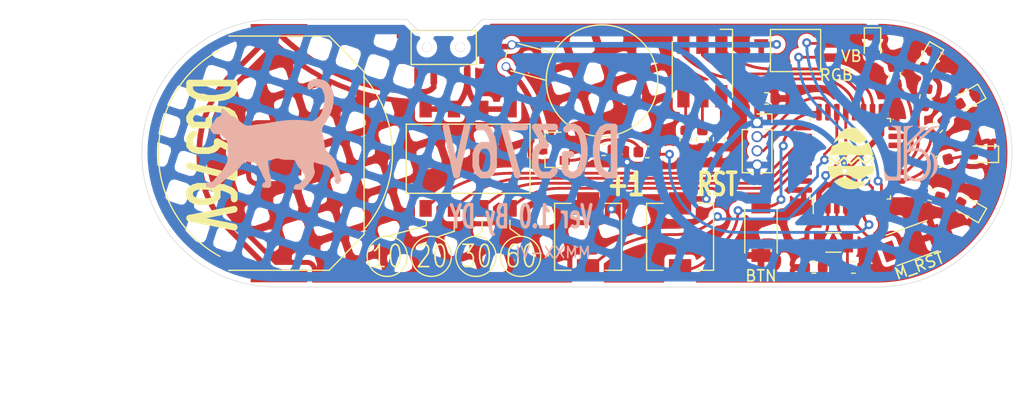
<source format=kicad_pcb>
(kicad_pcb (version 20200518) (host pcbnew "(5.99.0-1734-g575ad7128)")
  (layers (0 "F.Cu" signal) (31 "B.Cu" signal) (34 "B.Paste" user) (35 "F.Paste" user) (36 "B.SilkS" user) (37 "F.SilkS" user) (38 "B.Mask" user) (39 "F.Mask" user) (44 "Edge.Cuts" user))
  (net 0 "")
  (net 1 "GND")
  (net 2 "Net-(BT1-Pad1)")
  (net 3 "Net-(C1-Pad2)")
  (net 4 "Net-(C2-Pad2)")
  (net 5 "Net-(D1-Pad6)")
  (net 6 "Net-(D1-Pad5)")
  (net 7 "Net-(D1-Pad4)")
  (net 8 "Net-(D1-Pad3)")
  (net 9 "Net-(D1-Pad2)")
  (net 10 "Net-(D1-Pad1)")
  (net 11 "Net-(D2-Pad2)")
  (net 12 "Net-(D3-Pad2)")
  (net 13 "Net-(D4-Pad2)")
  (net 14 "Net-(D5-Pad2)")
  (net 15 "Net-(D6-Pad2)")
  (net 16 "Net-(M1-Pad2)")
  (net 17 "+3V0")
  (net 18 "Net-(Q1-Pad1)")
  (net 19 "/CNT_START")
  (net 20 "/CNT_RST")
  (net 21 "Net-(R5-Pad1)")
  (net 22 "/MOTOR_CTRL")
  (net 23 "Net-(SW1-Pad3)")
  (net 24 "Net-(SW5-Pad2)")
  (net 25 "Net-(SW6-Pad1)")
  (net 26 "Net-(U1-Pad31)")
  (net 27 "Net-(U1-Pad26)")
  (net 28 "Net-(U1-Pad15)")
  (net 29 "Net-(U1-Pad14)")
  (net 30 "/SWCLK")
  (net 31 "/SWDIO")
  (net 32 "Net-(R3-Pad1)")
  (net 33 "Net-(R4-Pad1)")
  (net 34 "Net-(R6-Pad1)")
  (net 35 "Net-(R7-Pad1)")
  (net 36 "Net-(SW3-Pad5)")
  (net 37 "Net-(SW3-Pad6)")
  (net 38 "Net-(SW3-Pad7)")
  (net 39 "Net-(SW3-Pad8)")
  (net 40 "/RGB_LED_EN")
  (net 41 "/VIBRATION_EN")
  (module "LOGO" (layer "F.Cu") (at 131.6 60.55)
    (fp_text reference "G***" hide)
    (fp_text value "LOGO" hide)
  )
  (module "LTD_Customized:Diptronics_SW_DIP_DMR-04-V-TR" (layer "F.Cu") (at 97.25 60.5 180)
    (fp_text reference "SW3" hide)
    (fp_text value "T_SELECT")
    (pad "1" smd rect (at -3.81 4.45 180) (size 1.1 1.5) (layers "F.Cu" "F.Paste" "F.Mask") (net 17 "+3V0"))
    (pad "2" smd rect (at -1.27 4.45 180) (size 1.1 1.5) (layers "F.Cu" "F.Paste" "F.Mask") (net 17 "+3V0"))
    (pad "3" smd rect (at 1.27 4.45 180) (size 1.1 1.5) (layers "F.Cu" "F.Paste" "F.Mask") (net 17 "+3V0"))
    (pad "4" smd rect (at 3.81 4.45 180) (size 1.1 1.5) (layers "F.Cu" "F.Paste" "F.Mask") (net 17 "+3V0"))
    (pad "5" smd rect (at -3.81 -4.45 180) (size 1.1 1.5) (layers "F.Cu" "F.Paste" "F.Mask") (net 36 "Net-(SW3-Pad5)"))
    (pad "6" smd rect (at -1.27 -4.45 180) (size 1.1 1.5) (layers "F.Cu" "F.Paste" "F.Mask") (net 37 "Net-(SW3-Pad6)"))
    (pad "7" smd rect (at 1.27 -4.45 180) (size 1.1 1.5) (layers "F.Cu" "F.Paste" "F.Mask") (net 38 "Net-(SW3-Pad7)"))
    (pad "8" smd rect (at 3.81 -4.45 180) (size 1.1 1.5) (layers "F.Cu" "F.Paste" "F.Mask") (net 39 "Net-(SW3-Pad8)"))
  )
  (module "LTD_Customized:DY-Logo" (layer "B.Cu") (at 137 60 180)
    (fp_text reference "G***" hide)
    (fp_text value "LOGO" hide)
  )
  (module "LTD_Customized:Cat-Logo" (layer "B.Cu") (at 79.8 58.3 180)
    (fp_text reference "G***" hide)
    (fp_text value "LOGO" hide)
  )
  (module "LTD_Customized:Diptronics_SW_DIP_DHN-02-V-T-R" (layer "F.Cu") (at 126.6 50.8 -90)
    (fp_text reference "SW7" hide)
    (fp_text value "SW_DIP_x02")
    (pad "4" smd rect (at 0.635 -3.075 270) (size 0.76 1.25) (layers "F.Cu" "F.Paste" "F.Mask") (net 40 "/RGB_LED_EN"))
    (pad "3" smd rect (at -0.635 -3.075 270) (size 0.76 1.25) (layers "F.Cu" "F.Paste" "F.Mask") (net 41 "/VIBRATION_EN"))
    (pad "2" smd rect (at 0.635 3.075 270) (size 0.76 1.25) (layers "F.Cu" "F.Paste" "F.Mask") (net 17 "+3V0"))
    (pad "1" smd rect (at -0.635 3.075 270) (size 0.76 1.25) (layers "F.Cu" "F.Paste" "F.Mask") (net 17 "+3V0"))
  )
  (module "Resistor_SMD:R_0603_1608Metric" (layer "F.Cu") (at 138.25 55 80)
    (fp_text reference "R7" hide)
    (fp_text value "2.2k")
    (pad "2" smd roundrect (at 0.7875 0 80) (size 0.875 0.95) (layers "F.Cu" "F.Paste" "F.Mask") (net 13 "Net-(D4-Pad2)"))
    (pad "1" smd roundrect (at -0.7875 0 80) (size 0.875 0.95) (layers "F.Cu" "F.Paste" "F.Mask") (net 35 "Net-(R7-Pad1)"))
  )
  (module "Resistor_SMD:R_0603_1608Metric" (layer "F.Cu") (at 139.306847 57.693153 45)
    (fp_text reference "R6" hide)
    (fp_text value "2.2k")
    (pad "2" smd roundrect (at 0.7875 0 45) (size 0.875 0.95) (layers "F.Cu" "F.Paste" "F.Mask") (net 12 "Net-(D3-Pad2)"))
    (pad "1" smd roundrect (at -0.7875 0 45) (size 0.875 0.95) (layers "F.Cu" "F.Paste" "F.Mask") (net 34 "Net-(R6-Pad1)"))
  )
  (module "Resistor_SMD:R_0603_1608Metric" (layer "F.Cu") (at 139.5 60.75 15)
    (fp_text reference "R4" hide)
    (fp_text value "2.2k")
    (pad "2" smd roundrect (at 0.7875 0 15) (size 0.875 0.95) (layers "F.Cu" "F.Paste" "F.Mask") (net 11 "Net-(D2-Pad2)"))
    (pad "1" smd roundrect (at -0.7875 0 15) (size 0.875 0.95) (layers "F.Cu" "F.Paste" "F.Mask") (net 33 "Net-(R4-Pad1)"))
  )
  (module "Resistor_SMD:R_0603_1608Metric" (layer "F.Cu") (at 138.75 63.75 -15)
    (fp_text reference "R3" hide)
    (fp_text value "2.2k")
    (pad "2" smd roundrect (at 0.7875 0 345) (size 0.875 0.95) (layers "F.Cu" "F.Paste" "F.Mask") (net 15 "Net-(D6-Pad2)"))
    (pad "1" smd roundrect (at -0.7875 0 345) (size 0.875 0.95) (layers "F.Cu" "F.Paste" "F.Mask") (net 32 "Net-(R3-Pad1)"))
  )
  (module "Capacitor_SMD:C_0603_1608Metric" (layer "F.Cu") (at 124 55.1)
    (fp_text reference "C3" hide)
    (fp_text value "10nF")
    (pad "2" smd roundrect (at 0.7875 0) (size 0.875 0.95) (layers "F.Cu" "F.Paste" "F.Mask") (net 1 "GND"))
    (pad "1" smd roundrect (at -0.7875 0) (size 0.875 0.95) (layers "F.Cu" "F.Paste" "F.Mask") (net 17 "+3V0"))
  )
  (module "Connector_PinSocket_1.27mm:PinSocket_1x04_P1.27mm_Vertical" (layer "F.Cu") (at 123.15 57.25)
    (fp_text reference "J1" hide)
    (fp_text value "Conn_01x04")
    (pad "4" thru_hole oval (at 0 3.81) (size 1 1) (drill 0.7) (layers *.Cu *.Mask) (net 1 "GND"))
    (pad "3" thru_hole oval (at 0 2.54) (size 1 1) (drill 0.7) (layers *.Cu *.Mask) (net 30 "/SWCLK"))
    (pad "2" thru_hole oval (at 0 1.27) (size 1 1) (drill 0.7) (layers *.Cu *.Mask) (net 31 "/SWDIO"))
    (pad "1" thru_hole rect (at 0 0) (size 1 1) (drill 0.7) (layers *.Cu *.Mask) (net 17 "+3V0"))
  )
  (module "Crystal:Crystal_SMD_3215-2Pin_3.2x1.5mm" (layer "F.Cu") (at 130 68)
    (fp_text reference "Y1" hide)
    (fp_text value "32.768Hz_OSC")
    (pad "2" smd rect (at -1.25 0) (size 1 1.8) (layers "F.Cu" "F.Paste" "F.Mask") (net 3 "Net-(C1-Pad2)"))
    (pad "1" smd rect (at 1.25 0) (size 1 1.8) (layers "F.Cu" "F.Paste" "F.Mask") (net 4 "Net-(C2-Pad2)"))
  )
  (module "Package_QFP:LQFP-32_7x7mm_P0.8mm" (layer "F.Cu") (at 131.5 60.5 90)
    (fp_text reference "U1" hide)
    (fp_text value "STM32L011K4Tx")
    (pad "32" smd roundrect (at -2.8 -4.175 90) (size 0.5 1.5) (layers "F.Cu" "F.Paste" "F.Mask") (net 1 "GND"))
    (pad "31" smd roundrect (at -2 -4.175 90) (size 0.5 1.5) (layers "F.Cu" "F.Paste" "F.Mask") (net 26 "Net-(U1-Pad31)"))
    (pad "30" smd roundrect (at -1.2 -4.175 90) (size 0.5 1.5) (layers "F.Cu" "F.Paste" "F.Mask") (net 36 "Net-(SW3-Pad5)"))
    (pad "29" smd roundrect (at -0.4 -4.175 90) (size 0.5 1.5) (layers "F.Cu" "F.Paste" "F.Mask") (net 37 "Net-(SW3-Pad6)"))
    (pad "28" smd roundrect (at 0.4 -4.175 90) (size 0.5 1.5) (layers "F.Cu" "F.Paste" "F.Mask") (net 38 "Net-(SW3-Pad7)"))
    (pad "27" smd roundrect (at 1.2 -4.175 90) (size 0.5 1.5) (layers "F.Cu" "F.Paste" "F.Mask") (net 39 "Net-(SW3-Pad8)"))
    (pad "26" smd roundrect (at 2 -4.175 90) (size 0.5 1.5) (layers "F.Cu" "F.Paste" "F.Mask") (net 27 "Net-(U1-Pad26)"))
    (pad "25" smd roundrect (at 2.8 -4.175 90) (size 0.5 1.5) (layers "F.Cu" "F.Paste" "F.Mask") (net 25 "Net-(SW6-Pad1)"))
    (pad "24" smd roundrect (at 4.175 -2.8 90) (size 1.5 0.5) (layers "F.Cu" "F.Paste" "F.Mask") (net 30 "/SWCLK"))
    (pad "23" smd roundrect (at 4.175 -2 90) (size 1.5 0.5) (layers "F.Cu" "F.Paste" "F.Mask") (net 31 "/SWDIO"))
    (pad "22" smd roundrect (at 4.175 -1.2 90) (size 1.5 0.5) (layers "F.Cu" "F.Paste" "F.Mask") (net 20 "/CNT_RST"))
    (pad "21" smd roundrect (at 4.175 -0.4 90) (size 1.5 0.5) (layers "F.Cu" "F.Paste" "F.Mask") (net 19 "/CNT_START"))
    (pad "20" smd roundrect (at 4.175 0.4 90) (size 1.5 0.5) (layers "F.Cu" "F.Paste" "F.Mask") (net 8 "Net-(D1-Pad3)"))
    (pad "19" smd roundrect (at 4.175 1.2 90) (size 1.5 0.5) (layers "F.Cu" "F.Paste" "F.Mask") (net 9 "Net-(D1-Pad2)"))
    (pad "18" smd roundrect (at 4.175 2 90) (size 1.5 0.5) (layers "F.Cu" "F.Paste" "F.Mask") (net 10 "Net-(D1-Pad1)"))
    (pad "17" smd roundrect (at 4.175 2.8 90) (size 1.5 0.5) (layers "F.Cu" "F.Paste" "F.Mask") (net 17 "+3V0"))
    (pad "16" smd roundrect (at 2.8 4.175 90) (size 0.5 1.5) (layers "F.Cu" "F.Paste" "F.Mask") (net 1 "GND"))
    (pad "15" smd roundrect (at 2 4.175 90) (size 0.5 1.5) (layers "F.Cu" "F.Paste" "F.Mask") (net 28 "Net-(U1-Pad15)"))
    (pad "14" smd roundrect (at 1.2 4.175 90) (size 0.5 1.5) (layers "F.Cu" "F.Paste" "F.Mask") (net 29 "Net-(U1-Pad14)"))
    (pad "13" smd roundrect (at 0.4 4.175 90) (size 0.5 1.5) (layers "F.Cu" "F.Paste" "F.Mask") (net 21 "Net-(R5-Pad1)"))
    (pad "12" smd roundrect (at -0.4 4.175 90) (size 0.5 1.5) (layers "F.Cu" "F.Paste" "F.Mask") (net 35 "Net-(R7-Pad1)"))
    (pad "11" smd roundrect (at -1.2 4.175 90) (size 0.5 1.5) (layers "F.Cu" "F.Paste" "F.Mask") (net 34 "Net-(R6-Pad1)"))
    (pad "10" smd roundrect (at -2 4.175 90) (size 0.5 1.5) (layers "F.Cu" "F.Paste" "F.Mask") (net 33 "Net-(R4-Pad1)"))
    (pad "9" smd roundrect (at -2.8 4.175 90) (size 0.5 1.5) (layers "F.Cu" "F.Paste" "F.Mask") (net 32 "Net-(R3-Pad1)"))
    (pad "8" smd roundrect (at -4.175 2.8 90) (size 1.5 0.5) (layers "F.Cu" "F.Paste" "F.Mask") (net 41 "/VIBRATION_EN"))
    (pad "7" smd roundrect (at -4.175 2 90) (size 1.5 0.5) (layers "F.Cu" "F.Paste" "F.Mask") (net 40 "/RGB_LED_EN"))
    (pad "6" smd roundrect (at -4.175 1.2 90) (size 1.5 0.5) (layers "F.Cu" "F.Paste" "F.Mask") (net 22 "/MOTOR_CTRL"))
    (pad "5" smd roundrect (at -4.175 0.4 90) (size 1.5 0.5) (layers "F.Cu" "F.Paste" "F.Mask") (net 17 "+3V0"))
    (pad "4" smd roundrect (at -4.175 -0.4 90) (size 1.5 0.5) (layers "F.Cu" "F.Paste" "F.Mask") (net 24 "Net-(SW5-Pad2)"))
    (pad "3" smd roundrect (at -4.175 -1.2 90) (size 1.5 0.5) (layers "F.Cu" "F.Paste" "F.Mask") (net 4 "Net-(C2-Pad2)"))
    (pad "2" smd roundrect (at -4.175 -2 90) (size 1.5 0.5) (layers "F.Cu" "F.Paste" "F.Mask") (net 3 "Net-(C1-Pad2)"))
    (pad "1" smd roundrect (at -4.175 -2.8 90) (size 1.5 0.5) (layers "F.Cu" "F.Paste" "F.Mask") (net 17 "+3V0"))
  )
  (module "LTD_Customized:USAKRO UK-B0273-SP25Y" (layer "F.Cu") (at 123.5 67 -90)
    (fp_text reference "SW6" hide)
    (fp_text value "USR_BTN")
    (pad "2" smd rect (at 2.175 0 270) (size 1.15 1.7) (layers "F.Cu" "F.Paste" "F.Mask") (net 1 "GND"))
    (pad "1" smd rect (at -2.175 0 270) (size 1.15 1.7) (layers "F.Cu" "F.Paste" "F.Mask") (net 25 "Net-(SW6-Pad1)"))
  )
  (module "LTD_Customized:USAKRO UK-B0273-SP25Y" (layer "F.Cu") (at 137.043831 68.056106 -160)
    (fp_text reference "SW5" hide)
    (fp_text value "MCU_RST")
    (pad "2" smd rect (at 2.175 0 200) (size 1.15 1.7) (layers "F.Cu" "F.Paste" "F.Mask") (net 24 "Net-(SW5-Pad2)"))
    (pad "1" smd rect (at -2.175 0 200) (size 1.15 1.7) (layers "F.Cu" "F.Paste" "F.Mask") (net 1 "GND"))
  )
  (module "LTD_Customized:Alps_SMD_Button_SKPMAPE010" (layer "F.Cu") (at 116.25 67.5 90)
    (fp_text reference "SW4" hide)
    (fp_text value "CNT_RST")
    (pad "2" smd rect (at 3 0 90) (size 2 2) (layers "F.Cu" "F.Paste" "F.Mask") (net 17 "+3V0"))
    (pad "1" smd rect (at -3 0 90) (size 2 2) (layers "F.Cu" "F.Paste" "F.Mask") (net 20 "/CNT_RST"))
  )
  (module "LTD_Customized:Alps_SMD_Button_SKPMAPE010" (layer "F.Cu") (at 108 67.5 -90)
    (fp_text reference "SW2" hide)
    (fp_text value "CNT_START")
    (pad "2" smd rect (at 3 0 270) (size 2 2) (layers "F.Cu" "F.Paste" "F.Mask") (net 19 "/CNT_START"))
    (pad "1" smd rect (at -3 0 270) (size 2 2) (layers "F.Cu" "F.Paste" "F.Mask") (net 1 "GND"))
  )
  (module "LTD_Customized:Shouhan MSK12C02" (layer "F.Cu") (at 99.25 49 180)
    (fp_text reference "SW1" hide)
    (fp_text value "PWR_SW")
    (pad "3" smd rect (at 6.53 -4.064 180) (size 0.6 1.5) (layers "F.Cu" "F.Paste" "F.Mask") (net 23 "Net-(SW1-Pad3)"))
    (pad "2" smd rect (at 5.08 -4.064 180) (size 0.6 1.5) (layers "F.Cu" "F.Paste" "F.Mask") (net 2 "Net-(BT1-Pad1)"))
    (pad "5" thru_hole circle (at 5.7 -1.5 180) (size 0.85 0.85) (drill 0.85) (layers *.Cu *.Mask))
    (pad "5" thru_hole circle (at 2.7 -1.5 180) (size 0.85 0.85) (drill 0.85) (layers *.Cu *.Mask))
    (pad "1" smd rect (at 2.08 -4.064 180) (size 0.6 1.5) (layers "F.Cu" "F.Paste" "F.Mask") (net 17 "+3V0"))
    (pad "4" smd rect (at 7.9 -2.65 180) (size 1 0.7) (layers "F.Cu" "F.Paste" "F.Mask"))
    (pad "4" smd rect (at 0.5 -2.65 180) (size 1 0.7) (layers "F.Cu" "F.Paste" "F.Mask"))
    (pad "4" smd rect (at 7.9 -0.35 180) (size 1 0.7) (layers "F.Cu" "F.Paste" "F.Mask"))
    (pad "4" smd rect (at 0.5 -0.35 180) (size 1 0.7) (layers "F.Cu" "F.Paste" "F.Mask"))
  )
  (module "Resistor_SMD:R_0603_1608Metric" (layer "F.Cu") (at 109.4 59.7)
    (fp_text reference "R12" hide)
    (fp_text value "47k")
    (pad "2" smd roundrect (at 0.7875 0) (size 0.875 0.95) (layers "F.Cu" "F.Paste" "F.Mask") (net 1 "GND"))
    (pad "1" smd roundrect (at -0.7875 0) (size 0.875 0.95) (layers "F.Cu" "F.Paste" "F.Mask") (net 18 "Net-(Q1-Pad1)"))
  )
  (module "Resistor_SMD:R_0603_1608Metric" (layer "F.Cu") (at 113.3 59.9 180)
    (fp_text reference "R11" hide)
    (fp_text value "4.7k")
    (pad "2" smd roundrect (at 0.7875 0 180) (size 0.875 0.95) (layers "F.Cu" "F.Paste" "F.Mask") (net 18 "Net-(Q1-Pad1)"))
    (pad "1" smd roundrect (at -0.7875 0 180) (size 0.875 0.95) (layers "F.Cu" "F.Paste" "F.Mask") (net 22 "/MOTOR_CTRL"))
  )
  (module "Resistor_SMD:R_0603_1608Metric" (layer "F.Cu") (at 119.75 58.75 -90)
    (fp_text reference "R10" hide)
    (fp_text value "2.2k")
    (pad "2" smd roundrect (at 0.7875 0 270) (size 0.875 0.95) (layers "F.Cu" "F.Paste" "F.Mask") (net 1 "GND"))
    (pad "1" smd roundrect (at -0.7875 0 270) (size 0.875 0.95) (layers "F.Cu" "F.Paste" "F.Mask") (net 5 "Net-(D1-Pad6)"))
  )
  (module "Resistor_SMD:R_0603_1608Metric" (layer "F.Cu") (at 118.25 58.75 -90)
    (fp_text reference "R9" hide)
    (fp_text value "2.2k")
    (pad "2" smd roundrect (at 0.7875 0 270) (size 0.875 0.95) (layers "F.Cu" "F.Paste" "F.Mask") (net 1 "GND"))
    (pad "1" smd roundrect (at -0.7875 0 270) (size 0.875 0.95) (layers "F.Cu" "F.Paste" "F.Mask") (net 6 "Net-(D1-Pad5)"))
  )
  (module "Resistor_SMD:R_0603_1608Metric" (layer "F.Cu") (at 116.75 58.75 -90)
    (fp_text reference "R8" hide)
    (fp_text value "2.2k")
    (pad "2" smd roundrect (at 0.7875 0 270) (size 0.875 0.95) (layers "F.Cu" "F.Paste" "F.Mask") (net 1 "GND"))
    (pad "1" smd roundrect (at -0.7875 0 270) (size 0.875 0.95) (layers "F.Cu" "F.Paste" "F.Mask") (net 7 "Net-(D1-Pad4)"))
  )
  (module "Resistor_SMD:R_0603_1608Metric" (layer "F.Cu") (at 135.5 53.03 100)
    (fp_text reference "R5" hide)
    (fp_text value "2.2k")
    (pad "2" smd roundrect (at 0.7875 0 100) (size 0.875 0.95) (layers "F.Cu" "F.Paste" "F.Mask") (net 14 "Net-(D5-Pad2)"))
    (pad "1" smd roundrect (at -0.7875 0 100) (size 0.875 0.95) (layers "F.Cu" "F.Paste" "F.Mask") (net 21 "Net-(R5-Pad1)"))
  )
  (module "Package_TO_SOT_SMD:SOT-23" (layer "F.Cu") (at 104.9 59.7 180)
    (fp_text reference "Q1" hide)
    (fp_text value "MMBT3904")
    (pad "3" smd rect (at 1 0 180) (size 0.9 0.8) (layers "F.Cu" "F.Paste" "F.Mask") (net 16 "Net-(M1-Pad2)"))
    (pad "2" smd rect (at -1 0.95 180) (size 0.9 0.8) (layers "F.Cu" "F.Paste" "F.Mask") (net 1 "GND"))
    (pad "1" smd rect (at -1 -0.95 180) (size 0.9 0.8) (layers "F.Cu" "F.Paste" "F.Mask") (net 18 "Net-(Q1-Pad1)"))
  )
  (module "LTD_Customized:Vibration Motor 10mm" (layer "F.Cu") (at 109.25 53.5 -105)
    (fp_text reference "M1" hide)
    (fp_text value "Motor_DC")
    (pad "2" thru_hole circle (at 1.016 8.636 255) (size 0.8 0.8) (drill 0.6) (layers *.Cu *.Mask) (net 16 "Net-(M1-Pad2)"))
    (pad "1" thru_hole circle (at -1.016 8.636 255) (size 0.8 0.8) (drill 0.6) (layers *.Cu *.Mask) (net 17 "+3V0"))
  )
  (module "LED_SMD:LED_0603_1608Metric" (layer "F.Cu") (at 142.068005 64.85625 150)
    (fp_text reference "D6" hide)
    (fp_text value "LED")
    (pad "2" smd roundrect (at 0.7875 0 150) (size 0.875 0.95) (layers "F.Cu" "F.Paste" "F.Mask") (net 15 "Net-(D6-Pad2)"))
    (pad "1" smd roundrect (at -0.7875 0 150) (size 0.875 0.95) (layers "F.Cu" "F.Paste" "F.Mask") (net 1 "GND"))
  )
  (module "LED_SMD:LED_0603_1608Metric" (layer "F.Cu") (at 133.5 50.25 -90)
    (fp_text reference "D5" hide)
    (fp_text value "LED")
    (pad "2" smd roundrect (at 0.7875 0 270) (size 0.875 0.95) (layers "F.Cu" "F.Paste" "F.Mask") (net 14 "Net-(D5-Pad2)"))
    (pad "1" smd roundrect (at -0.7875 0 270) (size 0.875 0.95) (layers "F.Cu" "F.Paste" "F.Mask") (net 1 "GND"))
  )
  (module "LED_SMD:LED_0603_1608Metric" (layer "F.Cu") (at 138.50625 51.656995 -120)
    (fp_text reference "D4" hide)
    (fp_text value "LED")
    (pad "2" smd roundrect (at 0.7875 0 240) (size 0.875 0.95) (layers "F.Cu" "F.Paste" "F.Mask") (net 13 "Net-(D4-Pad2)"))
    (pad "1" smd roundrect (at -0.7875 0 240) (size 0.875 0.95) (layers "F.Cu" "F.Paste" "F.Mask") (net 1 "GND"))
  )
  (module "LED_SMD:LED_0603_1608Metric" (layer "F.Cu") (at 142.018005 55.19375 -150)
    (fp_text reference "D3" hide)
    (fp_text value "LED")
    (pad "2" smd roundrect (at 0.7875 0 210) (size 0.875 0.95) (layers "F.Cu" "F.Paste" "F.Mask") (net 12 "Net-(D3-Pad2)"))
    (pad "1" smd roundrect (at -0.7875 0 210) (size 0.875 0.95) (layers "F.Cu" "F.Paste" "F.Mask") (net 1 "GND"))
  )
  (module "LED_SMD:LED_0603_1608Metric" (layer "F.Cu") (at 143.3125 60.1 180)
    (fp_text reference "D2" hide)
    (fp_text value "LED")
    (pad "2" smd roundrect (at 0.7875 0 180) (size 0.875 0.95) (layers "F.Cu" "F.Paste" "F.Mask") (net 11 "Net-(D2-Pad2)"))
    (pad "1" smd roundrect (at -0.7875 0 180) (size 0.875 0.95) (layers "F.Cu" "F.Paste" "F.Mask") (net 1 "GND"))
  )
  (module "LED_SMD:LED_RGB_5050-6" (layer "F.Cu") (at 118.25 52.5 -90)
    (fp_text reference "D1" hide)
    (fp_text value "RGB_LED_5050")
    (pad "6" smd rect (at 2.4 -1.7) (size 1.1 2) (layers "F.Cu" "F.Paste" "F.Mask") (net 5 "Net-(D1-Pad6)"))
    (pad "5" smd rect (at 2.4 0) (size 1.1 2) (layers "F.Cu" "F.Paste" "F.Mask") (net 6 "Net-(D1-Pad5)"))
    (pad "4" smd rect (at 2.4 1.7) (size 1.1 2) (layers "F.Cu" "F.Paste" "F.Mask") (net 7 "Net-(D1-Pad4)"))
    (pad "3" smd rect (at -2.4 1.7) (size 1.1 2) (layers "F.Cu" "F.Paste" "F.Mask") (net 8 "Net-(D1-Pad3)"))
    (pad "2" smd rect (at -2.4 0) (size 1.1 2) (layers "F.Cu" "F.Paste" "F.Mask") (net 9 "Net-(D1-Pad2)"))
    (pad "1" smd rect (at -2.4 -1.7) (size 1.1 2) (layers "F.Cu" "F.Paste" "F.Mask") (net 10 "Net-(D1-Pad1)"))
  )
  (module "Capacitor_SMD:C_0603_1608Metric" (layer "F.Cu") (at 131.7875 70.25 180)
    (fp_text reference "C2" hide)
    (fp_text value "12pF")
    (pad "2" smd roundrect (at 0.7875 0 180) (size 0.875 0.95) (layers "F.Cu" "F.Paste" "F.Mask") (net 4 "Net-(C2-Pad2)"))
    (pad "1" smd roundrect (at -0.7875 0 180) (size 0.875 0.95) (layers "F.Cu" "F.Paste" "F.Mask") (net 1 "GND"))
  )
  (module "Capacitor_SMD:C_0603_1608Metric" (layer "F.Cu") (at 128.25 70.25)
    (fp_text reference "C1" hide)
    (fp_text value "12pF")
    (pad "2" smd roundrect (at 0.7875 0) (size 0.875 0.95) (layers "F.Cu" "F.Paste" "F.Mask") (net 3 "Net-(C1-Pad2)"))
    (pad "1" smd roundrect (at -0.7875 0) (size 0.875 0.95) (layers "F.Cu" "F.Paste" "F.Mask") (net 1 "GND"))
  )
  (module "LTD_Customized:CR2032_Battery_Holder" (layer "F.Cu") (at 80.3 60 -90)
    (fp_text reference "BT1" hide)
    (fp_text value "CR2032")
    (pad "2" smd rect (at 0 0 270) (size 4 4) (layers "F.Cu" "F.Paste" "F.Mask") (net 1 "GND"))
    (pad "1" smd rect (at 11 0 270) (size 1.15 5.08) (layers "F.Cu" "F.Paste" "F.Mask") (net 2 "Net-(BT1-Pad1)"))
    (pad "1" smd rect (at -11 0 270) (size 1.15 5.08) (layers "F.Cu" "F.Paste" "F.Mask") (net 2 "Net-(BT1-Pad1)"))
  )
  (gr_text "MMXX-VI" (at 104.85 68.9) (layer "B.SilkS") (effects (font (size 1 1)) (justify mirror)))
  (gr_text "Ver 1.0 By DY" (at 102 65.7) (layer "B.SilkS") (effects (font (size 2 1.2) (thickness 0.3)) (justify mirror)))
  (gr_text "DG376V" (at 103 60) (layer "B.SilkS") (effects (font (size 4.3 2.8) (thickness 0.6)) (justify mirror)))
  (gr_text "DG376V" (at 74.1 60 270) (layer "F.SilkS") (effects (font (size 4 2.4) (thickness 0.6))))
  (gr_text "BTN" (at 123.5 71) (layer "F.SilkS") (effects (font (size 1 1))))
  (gr_text "M_RST\n" (at 137.7 70.1 20) (layer "F.SilkS") (effects (font (size 1 1))))
  (gr_text "RST" (at 119.6 62.8) (layer "F.SilkS") (effects (font (size 2 1.3) (thickness 0.325))))
  (gr_text "+1" (at 111.4 62.8) (layer "F.SilkS") (effects (font (size 2 1.5) (thickness 0.35))))
  (gr_text "RGB" (at 130.25 53) (layer "F.SilkS") (effects (font (size 1 1))))
  (gr_text "VB" (at 131.6 51.3) (layer "F.SilkS") (effects (font (size 1 1))))
  (gr_line (start 98.5 66) (end 98.5 67) (layer "F.SilkS") (width 0.12))
  (gr_line (start 93.5 66.5) (end 93.5 66) (layer "F.SilkS") (width 0.12))
  (gr_line (start 90 67.45) (end 93.5 66.5) (layer "F.SilkS") (width 0.12))
  (gr_line (start 97.95 67.45) (end 98.5 67) (layer "F.SilkS") (width 0.12))
  (gr_line (start 101 66.75) (end 101 66) (layer "F.SilkS") (width 0.12))
  (gr_line (start 101.95 67.45) (end 101 66.75) (layer "F.SilkS") (width 0.12))
  (gr_line (start 96 67) (end 96 66) (layer "F.SilkS") (width 0.12))
  (gr_line (start 94.5 67.5) (end 96 67) (layer "F.SilkS") (width 0.12))
  (gr_circle (center 101.95 69.25) (end 103.75 69.25) (layer "F.SilkS") (width 0.12))
  (gr_circle (center 97.95 69.25) (end 99.75 69.25) (layer "F.SilkS") (width 0.12))
  (gr_circle (center 93.95 69.25) (end 95.75 69.25) (layer "F.SilkS") (width 0.12))
  (gr_circle (center 90 69.25) (end 91.8 69.25) (layer "F.SilkS") (width 0.12))
  (gr_text "10 20 30 60" (at 96 69.25) (layer "F.SilkS") (effects (font (size 2 1.5))))
  (gr_arc (start 80 60) (end 75.000001 50.750001) (angle -123.2139634) (layer "F.SilkS") (width 0.12))
  (gr_arc (start 80 60) (end 87.999999 66.749999) (angle -81.3) (layer "F.SilkS") (width 0.12))
  (gr_arc (start 80 60) (end 80 48) (angle -180) (layer "Edge.Cuts") (width 0.05))
  (gr_arc (start 134 60) (end 134 72) (angle -180) (layer "Edge.Cuts") (width 0.05))
  (gr_line (start 80 72) (end 134 72) (layer "Edge.Cuts") (width 0.05))
  (gr_line (start 98.5 48) (end 134 48) (layer "Edge.Cuts") (width 0.05))
  (gr_line (start 97.5 49) (end 98.5 48) (layer "Edge.Cuts") (width 0.05))
  (gr_line (start 92.75 49) (end 97.5 49) (layer "Edge.Cuts") (width 0.05))
  (gr_line (start 91.75 48) (end 80 48) (layer "Edge.Cuts") (width 0.05))
  (gr_line (start 92.75 49) (end 91.75 48) (layer "Edge.Cuts") (width 0.05))
  (segment (start 128.7 64.675) (end 128.7 63.506623) (width 0.5) (layer "F.Cu") (net 17))
  (segment (start 128.7 63.506623) (end 129.356622 62.850001) (width 0.5) (layer "F.Cu") (net 17))
  (segment (start 129.356622 62.850001) (end 129.763245 62.850001) (width 0.5) (layer "F.Cu") (net 17))
  (segment (start 129.763245 62.850001) (end 131.006623 61.606623) (width 0.5) (layer "F.Cu") (net 17))
  (segment (start 111.546445 60.846445) (end 111.5 60.8) (width 0.5) (layer "F.Cu") (net 1))
  (segment (start 111.589354 60.887299) (end 111.546445 60.846445) (width 0.5) (layer "F.Cu") (net 1))
  (segment (start 111.634217 60.925998) (end 111.589354 60.887299) (width 0.5) (layer "F.Cu") (net 1))
  (segment (start 111.680925 60.962449) (end 111.634217 60.925998) (width 0.5) (layer "F.Cu") (net 1))
  (segment (start 111.729365 60.996564) (end 111.680925 60.962449) (width 0.5) (layer "F.Cu") (net 1))
  (segment (start 111.779421 61.028262) (end 111.729365 60.996564) (width 0.5) (layer "F.Cu") (net 1))
  (segment (start 111.830972 61.057465) (end 111.779421 61.028262) (width 0.5) (layer "F.Cu") (net 1))
  (segment (start 111.883893 61.084103) (end 111.830972 61.057465) (width 0.5) (layer "F.Cu") (net 1))
  (segment (start 111.938058 61.108113) (end 111.883893 61.084103) (width 0.5) (layer "F.Cu") (net 1))
  (segment (start 111.993336 61.129436) (end 111.938058 61.108113) (width 0.5) (layer "F.Cu") (net 1))
  (segment (start 112.049594 61.148021) (end 111.993336 61.129436) (width 0.5) (layer "F.Cu") (net 1))
  (segment (start 112.106695 61.163823) (end 112.049594 61.148021) (width 0.5) (layer "F.Cu") (net 1))
  (segment (start 112.164503 61.176804) (end 112.106695 61.163823) (width 0.5) (layer "F.Cu") (net 1))
  (segment (start 112.222879 61.186933) (end 112.164503 61.176804) (width 0.5) (layer "F.Cu") (net 1))
  (segment (start 112.281681 61.194186) (end 112.222879 61.186933) (width 0.5) (layer "F.Cu") (net 1))
  (segment (start 112.340769 61.198544) (end 112.281681 61.194186) (width 0.5) (layer "F.Cu") (net 1))
  (segment (start 112.399999 61.199999) (end 112.340769 61.198544) (width 0.5) (layer "F.Cu") (net 1))
  (segment (start 112.399999 61.199999) (end 115.500001 61.199999) (width 0.5) (layer "F.Cu") (net 1))
  (segment (start 116.353554 60.846445) (end 116.75 60.45) (width 0.5) (layer "F.Cu") (net 1))
  (segment (start 116.310643 60.887298) (end 116.353554 60.846445) (width 0.5) (layer "F.Cu") (net 1))
  (segment (start 116.26578 60.925997) (end 116.310643 60.887298) (width 0.5) (layer "F.Cu") (net 1))
  (segment (start 116.219073 60.962448) (end 116.26578 60.925997) (width 0.5) (layer "F.Cu") (net 1))
  (segment (start 116.170633 60.996564) (end 116.219073 60.962448) (width 0.5) (layer "F.Cu") (net 1))
  (segment (start 116.120577 61.028261) (end 116.170633 60.996564) (width 0.5) (layer "F.Cu") (net 1))
  (segment (start 116.069026 61.057464) (end 116.120577 61.028261) (width 0.5) (layer "F.Cu") (net 1))
  (segment (start 116.016105 61.084103) (end 116.069026 61.057464) (width 0.5) (layer "F.Cu") (net 1))
  (segment (start 115.96194 61.108112) (end 116.016105 61.084103) (width 0.5) (layer "F.Cu") (net 1))
  (segment (start 115.906662 61.129435) (end 115.96194 61.108112) (width 0.5) (layer "F.Cu") (net 1))
  (segment (start 115.850405 61.14802) (end 115.906662 61.129435) (width 0.5) (layer "F.Cu") (net 1))
  (segment (start 115.793303 61.163823) (end 115.850405 61.14802) (width 0.5) (layer "F.Cu") (net 1))
  (segment (start 115.735495 61.176804) (end 115.793303 61.163823) (width 0.5) (layer "F.Cu") (net 1))
  (segment (start 115.67712 61.186933) (end 115.735495 61.176804) (width 0.5) (layer "F.Cu") (net 1))
  (segment (start 115.618318 61.194186) (end 115.67712 61.186933) (width 0.5) (layer "F.Cu") (net 1))
  (segment (start 115.55923 61.198544) (end 115.618318 61.194186) (width 0.5) (layer "F.Cu") (net 1))
  (segment (start 115.500001 61.199999) (end 115.55923 61.198544) (width 0.5) (layer "F.Cu") (net 1))
  (segment (start 116.75 60.45) (end 116.75 59.5375) (width 0.5) (layer "F.Cu") (net 1))
  (segment (start 111.5 60.8) (end 111.2875 60.8) (width 0.5) (layer "F.Cu") (net 1))
  (segment (start 111.2875 60.8) (end 110.1875 59.7) (width 0.5) (layer "F.Cu") (net 1))
  (segment (start 98.23066 55.92066) (end 98.36 56.05) (width 0.5) (layer "F.Cu") (net 17))
  (segment (start 98.108098 55.791929) (end 98.23066 55.92066) (width 0.5) (layer "F.Cu") (net 17))
  (segment (start 97.992001 55.657341) (end 98.108098 55.791929) (width 0.5) (layer "F.Cu") (net 17))
  (segment (start 97.882648 55.517217) (end 97.992001 55.657341) (width 0.5) (layer "F.Cu") (net 17))
  (segment (start 97.780302 55.371897) (end 97.882648 55.517217) (width 0.5) (layer "F.Cu") (net 17))
  (segment (start 97.68521 55.22173) (end 97.780302 55.371897) (width 0.5) (layer "F.Cu") (net 17))
  (segment (start 97.5976 55.067078) (end 97.68521 55.22173) (width 0.5) (layer "F.Cu") (net 17))
  (segment (start 97.517685 54.908313) (end 97.5976 55.067078) (width 0.5) (layer "F.Cu") (net 17))
  (segment (start 97.445656 54.745819) (end 97.517685 54.908313) (width 0.5) (layer "F.Cu") (net 17))
  (segment (start 97.381687 54.579985) (end 97.445656 54.745819) (width 0.5) (layer "F.Cu") (net 17))
  (segment (start 97.325932 54.411213) (end 97.381687 54.579985) (width 0.5) (layer "F.Cu") (net 17))
  (segment (start 97.278526 54.239908) (end 97.325932 54.411213) (width 0.5) (layer "F.Cu") (net 17))
  (segment (start 97.239582 54.066484) (end 97.278526 54.239908) (width 0.5) (layer "F.Cu") (net 17))
  (segment (start 97.209195 53.891358) (end 97.239582 54.066484) (width 0.5) (layer "F.Cu") (net 17))
  (segment (start 97.187437 53.714951) (end 97.209195 53.891358) (width 0.5) (layer "F.Cu") (net 17))
  (segment (start 97.174362 53.537689) (end 97.187437 53.714951) (width 0.5) (layer "F.Cu") (net 17))
  (segment (start 97.17 53.36) (end 97.174362 53.537689) (width 0.5) (layer "F.Cu") (net 17))
  (segment (start 97.17 53.36) (end 97.17 53.064) (width 0.5) (layer "F.Cu") (net 17))
  (segment (start 97.17 53.36) (end 97.17 53.064) (width 0.5) (layer "F.Cu") (net 17))
  (segment (start 97.165637 53.537689) (end 97.17 53.36) (width 0.5) (layer "F.Cu") (net 17))
  (segment (start 97.152561 53.714951) (end 97.165637 53.537689) (width 0.5) (layer "F.Cu") (net 17))
  (segment (start 97.130804 53.891358) (end 97.152561 53.714951) (width 0.5) (layer "F.Cu") (net 17))
  (segment (start 97.100416 54.066484) (end 97.130804 53.891358) (width 0.5) (layer "F.Cu") (net 17))
  (segment (start 97.061472 54.239909) (end 97.100416 54.066484) (width 0.5) (layer "F.Cu") (net 17))
  (segment (start 97.014066 54.411213) (end 97.061472 54.239909) (width 0.5) (layer "F.Cu") (net 17))
  (segment (start 96.958311 54.579986) (end 97.014066 54.411213) (width 0.5) (layer "F.Cu") (net 17))
  (segment (start 96.894342 54.745819) (end 96.958311 54.579986) (width 0.5) (layer "F.Cu") (net 17))
  (segment (start 96.822313 54.908313) (end 96.894342 54.745819) (width 0.5) (layer "F.Cu") (net 17))
  (segment (start 96.742398 55.067078) (end 96.822313 54.908313) (width 0.5) (layer "F.Cu") (net 17))
  (segment (start 96.654788 55.22173) (end 96.742398 55.067078) (width 0.5) (layer "F.Cu") (net 17))
  (segment (start 96.559696 55.371897) (end 96.654788 55.22173) (width 0.5) (layer "F.Cu") (net 17))
  (segment (start 96.45735 55.517217) (end 96.559696 55.371897) (width 0.5) (layer "F.Cu") (net 17))
  (segment (start 96.347997 55.657341) (end 96.45735 55.517217) (width 0.5) (layer "F.Cu") (net 17))
  (segment (start 96.2319 55.791929) (end 96.347997 55.657341) (width 0.5) (layer "F.Cu") (net 17))
  (segment (start 96.109339 55.92066) (end 96.2319 55.791929) (width 0.5) (layer "F.Cu") (net 17))
  (segment (start 96.109339 55.92066) (end 95.98 56.05) (width 0.5) (layer "F.Cu") (net 17))
  (segment (start 118.001224 52.051224) (end 123.2 57.25) (width 0.5) (layer "B.Cu") (net 17))
  (segment (start 117.786673 51.846955) (end 118.001224 52.051224) (width 0.5) (layer "B.Cu") (net 17))
  (segment (start 117.562358 51.65346) (end 117.786673 51.846955) (width 0.5) (layer "B.Cu") (net 17))
  (segment (start 117.32882 51.471205) (end 117.562358 51.65346) (width 0.5) (layer "B.Cu") (net 17))
  (segment (start 117.086619 51.300628) (end 117.32882 51.471205) (width 0.5) (layer "B.Cu") (net 17))
  (segment (start 116.836341 51.142141) (end 117.086619 51.300628) (width 0.5) (layer "B.Cu") (net 17))
  (segment (start 116.578588 50.996125) (end 116.836341 51.142141) (width 0.5) (layer "B.Cu") (net 17))
  (segment (start 116.31398 50.862933) (end 116.578588 50.996125) (width 0.5) (layer "B.Cu") (net 17))
  (segment (start 116.043156 50.742885) (end 116.31398 50.862933) (width 0.5) (layer "B.Cu") (net 17))
  (segment (start 115.766767 50.63627) (end 116.043156 50.742885) (width 0.5) (layer "B.Cu") (net 17))
  (segment (start 115.48548 50.543345) (end 115.766767 50.63627) (width 0.5) (layer "B.Cu") (net 17))
  (segment (start 115.199972 50.464335) (end 115.48548 50.543345) (width 0.5) (layer "B.Cu") (net 17))
  (segment (start 114.910931 50.399429) (end 115.199972 50.464335) (width 0.5) (layer "B.Cu") (net 17))
  (segment (start 114.619054 50.348783) (end 114.910931 50.399429) (width 0.5) (layer "B.Cu") (net 17))
  (segment (start 114.325043 50.31252) (end 114.619054 50.348783) (width 0.5) (layer "B.Cu") (net 17))
  (segment (start 114.029607 50.290728) (end 114.325043 50.31252) (width 0.5) (layer "B.Cu") (net 17))
  (segment (start 113.733458 50.283458) (end 114.029607 50.290728) (width 0.5) (layer "B.Cu") (net 17))
  (segment (start 113.733458 50.283458) (end 113.616542 50.283458) (width 0.5) (layer "B.Cu") (net 17))
  (segment (start 126.875 51.575) (end 126.875 51.4) (width 0.25) (layer "B.Cu") (net 40))
  (segment (start 126.882269 51.871149) (end 126.875 51.575) (width 0.25) (layer "B.Cu") (net 40))
  (segment (start 126.904062 52.166585) (end 126.882269 51.871149) (width 0.25) (layer "B.Cu") (net 40))
  (segment (start 126.940324 52.460596) (end 126.904062 52.166585) (width 0.25) (layer "B.Cu") (net 40))
  (segment (start 126.99097 52.752473) (end 126.940324 52.460596) (width 0.25) (layer "B.Cu") (net 40))
  (segment (start 127.055876 53.041514) (end 126.99097 52.752473) (width 0.25) (layer "B.Cu") (net 40))
  (segment (start 127.134887 53.327022) (end 127.055876 53.041514) (width 0.25) (layer "B.Cu") (net 40))
  (segment (start 127.227812 53.608309) (end 127.134887 53.327022) (width 0.25) (layer "B.Cu") (net 40))
  (segment (start 127.334427 53.884698) (end 127.227812 53.608309) (width 0.25) (layer "B.Cu") (net 40))
  (segment (start 127.454475 54.155522) (end 127.334427 53.884698) (width 0.25) (layer "B.Cu") (net 40))
  (segment (start 127.587667 54.42013) (end 127.454475 54.155522) (width 0.25) (layer "B.Cu") (net 40))
  (segment (start 127.733683 54.677883) (end 127.587667 54.42013) (width 0.25) (layer "B.Cu") (net 40))
  (segment (start 127.89217 54.928162) (end 127.733683 54.677883) (width 0.25) (layer "B.Cu") (net 40))
  (segment (start 128.062746 55.170362) (end 127.89217 54.928162) (width 0.25) (layer "B.Cu") (net 40))
  (segment (start 128.245002 55.403901) (end 128.062746 55.170362) (width 0.25) (layer "B.Cu") (net 40))
  (segment (start 128.438497 55.628215) (end 128.245002 55.403901) (width 0.25) (layer "B.Cu") (net 40))
  (segment (start 128.642766 55.842766) (end 128.438497 55.628215) (width 0.25) (layer "B.Cu") (net 40))
  (segment (start 128.642766 55.842766) (end 131.202943 58.402943) (width 0.25) (layer "B.Cu") (net 40))
  (segment (start 127.6 50.1) (end 127.6 50.1) (width 0.25) (layer "B.Cu") (net 41))
  (segment (start 127.609887 50.502763) (end 127.6 50.1) (width 0.25) (layer "B.Cu") (net 41))
  (segment (start 127.639525 50.904556) (end 127.609887 50.502763) (width 0.25) (layer "B.Cu") (net 41))
  (segment (start 127.688842 51.304411) (end 127.639525 50.904556) (width 0.25) (layer "B.Cu") (net 41))
  (segment (start 127.75772 51.701364) (end 127.688842 51.304411) (width 0.25) (layer "B.Cu") (net 41))
  (segment (start 127.845993 52.09446) (end 127.75772 51.701364) (width 0.25) (layer "B.Cu") (net 41))
  (segment (start 127.953447 52.482751) (end 127.845993 52.09446) (width 0.25) (layer "B.Cu") (net 41))
  (segment (start 128.079825 52.865301) (end 127.953447 52.482751) (width 0.25) (layer "B.Cu") (net 41))
  (segment (start 128.224821 53.24119) (end 128.079825 52.865301) (width 0.25) (layer "B.Cu") (net 41))
  (segment (start 128.388087 53.609511) (end 128.224821 53.24119) (width 0.25) (layer "B.Cu") (net 41))
  (segment (start 128.569228 53.969378) (end 128.388087 53.609511) (width 0.25) (layer "B.Cu") (net 41))
  (segment (start 128.767809 54.319922) (end 128.569228 53.969378) (width 0.25) (layer "B.Cu") (net 41))
  (segment (start 128.983352 54.660301) (end 128.767809 54.319922) (width 0.25) (layer "B.Cu") (net 41))
  (segment (start 129.215336 54.989694) (end 128.983352 54.660301) (width 0.25) (layer "B.Cu") (net 41))
  (segment (start 129.463204 55.307306) (end 129.215336 54.989694) (width 0.25) (layer "B.Cu") (net 41))
  (segment (start 129.726357 55.612374) (end 129.463204 55.307306) (width 0.25) (layer "B.Cu") (net 41))
  (segment (start 130.004163 55.904163) (end 129.726357 55.612374) (width 0.25) (layer "B.Cu") (net 41))
  (segment (start 130.004163 55.904163) (end 132.232233 58.132233) (width 0.25) (layer "B.Cu") (net 41))
  (segment (start 134 62.4) (end 134 62.5) (width 0.25) (layer "B.Cu") (net 41))
  (segment (start 133.992729 62.10385) (end 134 62.4) (width 0.25) (layer "B.Cu") (net 41))
  (segment (start 133.970937 61.808414) (end 133.992729 62.10385) (width 0.25) (layer "B.Cu") (net 41))
  (segment (start 133.934674 61.514403) (end 133.970937 61.808414) (width 0.25) (layer "B.Cu") (net 41))
  (segment (start 133.884028 61.222525) (end 133.934674 61.514403) (width 0.25) (layer "B.Cu") (net 41))
  (segment (start 133.819122 60.933484) (end 133.884028 61.222525) (width 0.25) (layer "B.Cu") (net 41))
  (segment (start 133.740111 60.647976) (end 133.819122 60.933484) (width 0.25) (layer "B.Cu") (net 41))
  (segment (start 133.647187 60.366689) (end 133.740111 60.647976) (width 0.25) (layer "B.Cu") (net 41))
  (segment (start 133.540572 60.090301) (end 133.647187 60.366689) (width 0.25) (layer "B.Cu") (net 41))
  (segment (start 133.420524 59.819476) (end 133.540572 60.090301) (width 0.25) (layer "B.Cu") (net 41))
  (segment (start 133.287331 59.554868) (end 133.420524 59.819476) (width 0.25) (layer "B.Cu") (net 41))
  (segment (start 133.141316 59.297115) (end 133.287331 59.554868) (width 0.25) (layer "B.Cu") (net 41))
  (segment (start 132.982829 59.046836) (end 133.141316 59.297115) (width 0.25) (layer "B.Cu") (net 41))
  (segment (start 132.812252 58.804636) (end 132.982829 59.046836) (width 0.25) (layer "B.Cu") (net 41))
  (segment (start 132.629996 58.571097) (end 132.812252 58.804636) (width 0.25) (layer "B.Cu") (net 41))
  (segment (start 132.436501 58.346783) (end 132.629996 58.571097) (width 0.25) (layer "B.Cu") (net 41))
  (segment (start 132.232233 58.132233) (end 132.436501 58.346783) (width 0.25) (layer "B.Cu") (net 41))
  (segment (start 131.399041 58.60891) (end 131.202943 58.402943) (width 0.25) (layer "B.Cu") (net 40))
  (segment (start 131.584796 58.824252) (end 131.399041 58.60891) (width 0.25) (layer "B.Cu") (net 40))
  (segment (start 131.759762 59.04845) (end 131.584796 58.824252) (width 0.25) (layer "B.Cu") (net 40))
  (segment (start 131.923515 59.280962) (end 131.759762 59.04845) (width 0.25) (layer "B.Cu") (net 40))
  (segment (start 132.075663 59.52123) (end 131.923515 59.280962) (width 0.25) (layer "B.Cu") (net 40))
  (segment (start 132.215838 59.768673) (end 132.075663 59.52123) (width 0.25) (layer "B.Cu") (net 40))
  (segment (start 132.343703 60.022697) (end 132.215838 59.768673) (width 0.25) (layer "B.Cu") (net 40))
  (segment (start 132.458949 60.282688) (end 132.343703 60.022697) (width 0.25) (layer "B.Cu") (net 40))
  (segment (start 132.561299 60.548021) (end 132.458949 60.282688) (width 0.25) (layer "B.Cu") (net 40))
  (segment (start 132.650507 60.818057) (end 132.561299 60.548021) (width 0.25) (layer "B.Cu") (net 40))
  (segment (start 132.726357 61.092145) (end 132.650507 60.818057) (width 0.25) (layer "B.Cu") (net 40))
  (segment (start 132.788667 61.369624) (end 132.726357 61.092145) (width 0.25) (layer "B.Cu") (net 40))
  (segment (start 132.837287 61.649826) (end 132.788667 61.369624) (width 0.25) (layer "B.Cu") (net 40))
  (segment (start 132.872099 61.932077) (end 132.837287 61.649826) (width 0.25) (layer "B.Cu") (net 40))
  (segment (start 132.89302 62.215696) (end 132.872099 61.932077) (width 0.25) (layer "B.Cu") (net 40))
  (segment (start 132.9 62.5) (end 132.89302 62.215696) (width 0.25) (layer "B.Cu") (net 40))
  (segment (start 132.9 62.5) (end 132.9 62.5) (width 0.25) (layer "B.Cu") (net 40))
  (segment (start 123.15 57.25) (end 123.15 57.25) (width 0.5) (layer "B.Cu") (net 17))
  (segment (start 123.055499 57.252377) (end 123.15 57.25) (width 0.5) (layer "B.Cu") (net 17))
  (segment (start 122.961237 57.259504) (end 123.055499 57.252377) (width 0.5) (layer "B.Cu") (net 17))
  (segment (start 122.867453 57.271363) (end 122.961237 57.259504) (width 0.5) (layer "B.Cu") (net 17))
  (segment (start 122.774385 57.287923) (end 122.867453 57.271363) (width 0.5) (layer "B.Cu") (net 17))
  (segment (start 122.682267 57.309143) (end 122.774385 57.287923) (width 0.5) (layer "B.Cu") (net 17))
  (segment (start 122.591332 57.334969) (end 122.682267 57.309143) (width 0.5) (layer "B.Cu") (net 17))
  (segment (start 122.501812 57.365336) (end 122.591332 57.334969) (width 0.5) (layer "B.Cu") (net 17))
  (segment (start 122.413932 57.400166) (end 122.501812 57.365336) (width 0.5) (layer "B.Cu") (net 17))
  (segment (start 122.327915 57.439372) (end 122.413932 57.400166) (width 0.5) (layer "B.Cu") (net 17))
  (segment (start 122.243978 57.482853) (end 122.327915 57.439372) (width 0.5) (layer "B.Cu") (net 17))
  (segment (start 122.162334 57.530502) (end 122.243978 57.482853) (width 0.5) (layer "B.Cu") (net 17))
  (segment (start 122.08319 57.582196) (end 122.162334 57.530502) (width 0.5) (layer "B.Cu") (net 17))
  (segment (start 122.006746 57.637804) (end 122.08319 57.582196) (width 0.5) (layer "B.Cu") (net 17))
  (segment (start 121.933196 57.697187) (end 122.006746 57.637804) (width 0.5) (layer "B.Cu") (net 17))
  (segment (start 121.862724 57.760194) (end 121.933196 57.697187) (width 0.5) (layer "B.Cu") (net 17))
  (segment (start 121.795512 57.826666) (end 121.862724 57.760194) (width 0.5) (layer "B.Cu") (net 17))
  (segment (start 121.795512 57.826666) (end 120.332771 59.347917) (width 0.5) (layer "B.Cu") (net 17))
  (segment (start 118.6 63.65) (end 118.6 64.1) (width 0.5) (layer "B.Cu") (net 17))
  (segment (start 118.607107 63.353036) (end 118.6 63.65) (width 0.5) (layer "B.Cu") (net 17))
  (segment (start 118.628415 63.056753) (end 118.607107 63.353036) (width 0.5) (layer "B.Cu") (net 17))
  (segment (start 118.663873 62.761828) (end 118.628415 63.056753) (width 0.5) (layer "B.Cu") (net 17))
  (segment (start 118.713402 62.468938) (end 118.663873 62.761828) (width 0.5) (layer "B.Cu") (net 17))
  (segment (start 118.776886 62.178753) (end 118.713402 62.468938) (width 0.5) (layer "B.Cu") (net 17))
  (segment (start 118.854181 61.891937) (end 118.776886 62.178753) (width 0.5) (layer "B.Cu") (net 17))
  (segment (start 118.945111 61.609148) (end 118.854181 61.891937) (width 0.5) (layer "B.Cu") (net 17))
  (segment (start 119.049465 61.331033) (end 118.945111 61.609148) (width 0.5) (layer "B.Cu") (net 17))
  (segment (start 119.167007 61.05823) (end 119.049465 61.331033) (width 0.5) (layer "B.Cu") (net 17))
  (segment (start 119.297465 60.791362) (end 119.167007 61.05823) (width 0.5) (layer "B.Cu") (net 17))
  (segment (start 119.440543 60.531042) (end 119.297465 60.791362) (width 0.5) (layer "B.Cu") (net 17))
  (segment (start 119.595911 60.277865) (end 119.440543 60.531042) (width 0.5) (layer "B.Cu") (net 17))
  (segment (start 119.763214 60.032411) (end 119.595911 60.277865) (width 0.5) (layer "B.Cu") (net 17))
  (segment (start 119.942069 59.795243) (end 119.763214 60.032411) (width 0.5) (layer "B.Cu") (net 17))
  (segment (start 120.132066 59.566904) (end 119.942069 59.795243) (width 0.5) (layer "B.Cu") (net 17))
  (segment (start 120.332771 59.347917) (end 120.132066 59.566904) (width 0.5) (layer "B.Cu") (net 17))
  (segment (start 126.25 57.25) (end 123.25 57.25) (width 0.5) (layer "B.Cu") (net 17))
  (segment (start 126.486919 57.255815) (end 126.25 57.25) (width 0.5) (layer "B.Cu") (net 17))
  (segment (start 126.723268 57.273249) (end 126.486919 57.255815) (width 0.5) (layer "B.Cu") (net 17))
  (segment (start 126.958477 57.30226) (end 126.723268 57.273249) (width 0.5) (layer "B.Cu") (net 17))
  (segment (start 127.191979 57.342776) (end 126.958477 57.30226) (width 0.5) (layer "B.Cu") (net 17))
  (segment (start 127.423211 57.394701) (end 127.191979 57.342776) (width 0.5) (layer "B.Cu") (net 17))
  (segment (start 127.651618 57.45791) (end 127.423211 57.394701) (width 0.5) (layer "B.Cu") (net 17))
  (segment (start 127.876647 57.53225) (end 127.651618 57.45791) (width 0.5) (layer "B.Cu") (net 17))
  (segment (start 128.097758 57.617542) (end 127.876647 57.53225) (width 0.5) (layer "B.Cu") (net 17))
  (segment (start 128.314418 57.71358) (end 128.097758 57.617542) (width 0.5) (layer "B.Cu") (net 17))
  (segment (start 128.526104 57.820134) (end 128.314418 57.71358) (width 0.5) (layer "B.Cu") (net 17))
  (segment (start 128.732306 57.936947) (end 128.526104 57.820134) (width 0.5) (layer "B.Cu") (net 17))
  (segment (start 128.932529 58.063736) (end 128.732306 57.936947) (width 0.5) (layer "B.Cu") (net 17))
  (segment (start 129.126289 58.200198) (end 128.932529 58.063736) (width 0.5) (layer "B.Cu") (net 17))
  (segment (start 129.31312 58.346002) (end 129.126289 58.200198) (width 0.5) (layer "B.Cu") (net 17))
  (segment (start 129.492572 58.500798) (end 129.31312 58.346002) (width 0.5) (layer "B.Cu") (net 17))
  (segment (start 129.664213 58.664213) (end 129.492572 58.500798) (width 0.5) (layer "B.Cu") (net 17))
  (segment (start 129.664213 58.664213) (end 129.933309 58.933309) (width 0.5) (layer "B.Cu") (net 17))
  (segment (start 130.99397 61.49397) (end 130.99397 61.619276) (width 0.5) (layer "B.Cu") (net 17))
  (segment (start 130.989607 61.31628) (end 130.99397 61.49397) (width 0.5) (layer "B.Cu") (net 17))
  (segment (start 130.976531 61.139018) (end 130.989607 61.31628) (width 0.5) (layer "B.Cu") (net 17))
  (segment (start 130.954774 60.962611) (end 130.976531 61.139018) (width 0.5) (layer "B.Cu") (net 17))
  (segment (start 130.924386 60.787485) (end 130.954774 60.962611) (width 0.5) (layer "B.Cu") (net 17))
  (segment (start 130.885443 60.61406) (end 130.924386 60.787485) (width 0.5) (layer "B.Cu") (net 17))
  (segment (start 130.838036 60.442755) (end 130.885443 60.61406) (width 0.5) (layer "B.Cu") (net 17))
  (segment (start 130.782281 60.273983) (end 130.838036 60.442755) (width 0.5) (layer "B.Cu") (net 17))
  (segment (start 130.718312 60.10815) (end 130.782281 60.273983) (width 0.5) (layer "B.Cu") (net 17))
  (segment (start 130.646283 59.945655) (end 130.718312 60.10815) (width 0.5) (layer "B.Cu") (net 17))
  (segment (start 130.566368 59.78689) (end 130.646283 59.945655) (width 0.5) (layer "B.Cu") (net 17))
  (segment (start 130.478759 59.632238) (end 130.566368 59.78689) (width 0.5) (layer "B.Cu") (net 17))
  (segment (start 130.383666 59.482071) (end 130.478759 59.632238) (width 0.5) (layer "B.Cu") (net 17))
  (segment (start 130.28132 59.336751) (end 130.383666 59.482071) (width 0.5) (layer "B.Cu") (net 17))
  (segment (start 130.171967 59.196627) (end 130.28132 59.336751) (width 0.5) (layer "B.Cu") (net 17))
  (segment (start 130.05587 59.062039) (end 130.171967 59.196627) (width 0.5) (layer "B.Cu") (net 17))
  (segment (start 129.933309 58.933309) (end 130.05587 59.062039) (width 0.5) (layer "B.Cu") (net 17))
  (segment (start 123.8 57.25) (end 123.15 57.25) (width 0.5) (layer "B.Cu") (net 17))
  (segment (start 123.5 57.25) (end 123.8 57.25) (width 0.5) (layer "B.Cu") (net 17))
  (segment (start 132.853553 66.746446) (end 133.187653 66.412347) (width 0.25) (layer "B.Cu") (net 22))
  (segment (start 132.810642 66.787299) (end 132.853553 66.746446) (width 0.25) (layer "B.Cu") (net 22))
  (segment (start 132.765779 66.825998) (end 132.810642 66.787299) (width 0.25) (layer "B.Cu") (net 22))
  (segment (start 132.719072 66.862449) (end 132.765779 66.825998) (width 0.25) (layer "B.Cu") (net 22))
  (segment (start 132.670632 66.896565) (end 132.719072 66.862449) (width 0.25) (layer "B.Cu") (net 22))
  (segment (start 132.620576 66.928262) (end 132.670632 66.896565) (width 0.25) (layer "B.Cu") (net 22))
  (segment (start 132.569025 66.957465) (end 132.620576 66.928262) (width 0.25) (layer "B.Cu") (net 22))
  (segment (start 132.516104 66.984104) (end 132.569025 66.957465) (width 0.25) (layer "B.Cu") (net 22))
  (segment (start 132.461939 67.008113) (end 132.516104 66.984104) (width 0.25) (layer "B.Cu") (net 22))
  (segment (start 132.406661 67.029436) (end 132.461939 67.008113) (width 0.25) (layer "B.Cu") (net 22))
  (segment (start 132.350404 67.048021) (end 132.406661 67.029436) (width 0.25) (layer "B.Cu") (net 22))
  (segment (start 132.293302 67.063824) (end 132.350404 67.048021) (width 0.25) (layer "B.Cu") (net 22))
  (segment (start 132.235494 67.076805) (end 132.293302 67.063824) (width 0.25) (layer "B.Cu") (net 22))
  (segment (start 132.177119 67.086934) (end 132.235494 67.076805) (width 0.25) (layer "B.Cu") (net 22))
  (segment (start 132.118317 67.094187) (end 132.177119 67.086934) (width 0.25) (layer "B.Cu") (net 22))
  (segment (start 132.059229 67.098545) (end 132.118317 67.094187) (width 0.25) (layer "B.Cu") (net 22))
  (segment (start 132 67.1) (end 132.059229 67.098545) (width 0.25) (layer "B.Cu") (net 22))
  (segment (start 132 67.1) (end 121.4 67.1) (width 0.25) (layer "B.Cu") (net 22))
  (segment (start 115.3 61) (end 115.3 60.1) (width 0.25) (layer "B.Cu") (net 22))
  (segment (start 115.307269 61.296149) (end 115.3 61) (width 0.25) (layer "B.Cu") (net 22))
  (segment (start 115.329062 61.591585) (end 115.307269 61.296149) (width 0.25) (layer "B.Cu") (net 22))
  (segment (start 115.365324 61.885596) (end 115.329062 61.591585) (width 0.25) (layer "B.Cu") (net 22))
  (segment (start 115.41597 62.177473) (end 115.365324 61.885596) (width 0.25) (layer "B.Cu") (net 22))
  (segment (start 115.480876 62.466514) (end 115.41597 62.177473) (width 0.25) (layer "B.Cu") (net 22))
  (segment (start 115.559887 62.752022) (end 115.480876 62.466514) (width 0.25) (layer "B.Cu") (net 22))
  (segment (start 115.652812 63.033309) (end 115.559887 62.752022) (width 0.25) (layer "B.Cu") (net 22))
  (segment (start 115.759427 63.309698) (end 115.652812 63.033309) (width 0.25) (layer "B.Cu") (net 22))
  (segment (start 115.879475 63.580522) (end 115.759427 63.309698) (width 0.25) (layer "B.Cu") (net 22))
  (segment (start 116.012667 63.84513) (end 115.879475 63.580522) (width 0.25) (layer "B.Cu") (net 22))
  (segment (start 116.158683 64.102883) (end 116.012667 63.84513) (width 0.25) (layer "B.Cu") (net 22))
  (segment (start 116.31717 64.353162) (end 116.158683 64.102883) (width 0.25) (layer "B.Cu") (net 22))
  (segment (start 116.487746 64.595362) (end 116.31717 64.353162) (width 0.25) (layer "B.Cu") (net 22))
  (segment (start 116.670002 64.828901) (end 116.487746 64.595362) (width 0.25) (layer "B.Cu") (net 22))
  (segment (start 116.863497 65.053215) (end 116.670002 64.828901) (width 0.25) (layer "B.Cu") (net 22))
  (segment (start 117.067766 65.267766) (end 116.863497 65.053215) (width 0.25) (layer "B.Cu") (net 22))
  (segment (start 117.067766 65.267766) (end 117.132233 65.332233) (width 0.25) (layer "B.Cu") (net 22))
  (segment (start 117.346783 65.536501) (end 117.132233 65.332233) (width 0.25) (layer "B.Cu") (net 22))
  (segment (start 117.571097 65.729996) (end 117.346783 65.536501) (width 0.25) (layer "B.Cu") (net 22))
  (segment (start 117.804636 65.912252) (end 117.571097 65.729996) (width 0.25) (layer "B.Cu") (net 22))
  (segment (start 118.046836 66.082829) (end 117.804636 65.912252) (width 0.25) (layer "B.Cu") (net 22))
  (segment (start 118.297115 66.241316) (end 118.046836 66.082829) (width 0.25) (layer "B.Cu") (net 22))
  (segment (start 118.554868 66.387331) (end 118.297115 66.241316) (width 0.25) (layer "B.Cu") (net 22))
  (segment (start 118.819476 66.520524) (end 118.554868 66.387331) (width 0.25) (layer "B.Cu") (net 22))
  (segment (start 119.090301 66.640572) (end 118.819476 66.520524) (width 0.25) (layer "B.Cu") (net 22))
  (segment (start 119.366689 66.747187) (end 119.090301 66.640572) (width 0.25) (layer "B.Cu") (net 22))
  (segment (start 119.647976 66.840111) (end 119.366689 66.747187) (width 0.25) (layer "B.Cu") (net 22))
  (segment (start 119.933484 66.919122) (end 119.647976 66.840111) (width 0.25) (layer "B.Cu") (net 22))
  (segment (start 120.222525 66.984028) (end 119.933484 66.919122) (width 0.25) (layer "B.Cu") (net 22))
  (segment (start 120.514403 67.034674) (end 120.222525 66.984028) (width 0.25) (layer "B.Cu") (net 22))
  (segment (start 120.808414 67.070937) (end 120.514403 67.034674) (width 0.25) (layer "B.Cu") (net 22))
  (segment (start 121.10385 67.092729) (end 120.808414 67.070937) (width 0.25) (layer "B.Cu") (net 22))
  (segment (start 121.4 67.1) (end 121.10385 67.092729) (width 0.25) (layer "B.Cu") (net 22))
  (segment (start 110.156497 64.743502) (end 110.1 64.8) (width 0.5) (layer "B.Cu") (net 1))
  (segment (start 110.31174 64.580443) (end 110.156497 64.743502) (width 0.5) (layer "B.Cu") (net 1))
  (segment (start 110.458797 64.409964) (end 110.31174 64.580443) (width 0.5) (layer "B.Cu") (net 1))
  (segment (start 110.597311 64.232475) (end 110.458797 64.409964) (width 0.5) (layer "B.Cu") (net 1))
  (segment (start 110.726949 64.048402) (end 110.597311 64.232475) (width 0.5) (layer "B.Cu") (net 1))
  (segment (start 110.847399 63.858191) (end 110.726949 64.048402) (width 0.5) (layer "B.Cu") (net 1))
  (segment (start 110.958371 63.662298) (end 110.847399 63.858191) (width 0.5) (layer "B.Cu") (net 1))
  (segment (start 111.059597 63.461197) (end 110.958371 63.662298) (width 0.5) (layer "B.Cu") (net 1))
  (segment (start 111.150834 63.25537) (end 111.059597 63.461197) (width 0.5) (layer "B.Cu") (net 1))
  (segment (start 111.231861 63.045315) (end 111.150834 63.25537) (width 0.5) (layer "B.Cu") (net 1))
  (segment (start 111.302484 62.831537) (end 111.231861 63.045315) (width 0.5) (layer "B.Cu") (net 1))
  (segment (start 111.362532 62.614551) (end 111.302484 62.831537) (width 0.5) (layer "B.Cu") (net 1))
  (segment (start 111.411861 62.39488) (end 111.362532 62.614551) (width 0.5) (layer "B.Cu") (net 1))
  (segment (start 111.450352 62.173053) (end 111.411861 62.39488) (width 0.5) (layer "B.Cu") (net 1))
  (segment (start 111.477911 61.949605) (end 111.450352 62.173053) (width 0.5) (layer "B.Cu") (net 1))
  (segment (start 111.494474 61.725073) (end 111.477911 61.949605) (width 0.5) (layer "B.Cu") (net 1))
  (segment (start 111.5 61.5) (end 111.494474 61.725073) (width 0.5) (layer "B.Cu") (net 1))
  (segment (start 111.5 61.5) (end 111.5 60.8) (width 0.5) (layer "B.Cu") (net 1))
  (segment (start 124.7875 54.7375) (end 124.15 54.1) (width 0.5) (layer "F.Cu") (net 1))
  (segment (start 124.7875 55.1) (end 124.7875 54.7375) (width 0.5) (layer "F.Cu") (net 1))
  (segment (start 135.706497 53.875285) (end 135.636748 53.805536) (width 0.25) (layer "F.Cu") (net 21))
  (segment (start 135.861741 54.038343) (end 135.706497 53.875285) (width 0.25) (layer "F.Cu") (net 21))
  (segment (start 136.008797 54.208822) (end 135.861741 54.038343) (width 0.25) (layer "F.Cu") (net 21))
  (segment (start 136.147311 54.386311) (end 136.008797 54.208822) (width 0.25) (layer "F.Cu") (net 21))
  (segment (start 136.27695 54.570384) (end 136.147311 54.386311) (width 0.25) (layer "F.Cu") (net 21))
  (segment (start 136.3974 54.760595) (end 136.27695 54.570384) (width 0.25) (layer "F.Cu") (net 21))
  (segment (start 136.508372 54.956488) (end 136.3974 54.760595) (width 0.25) (layer "F.Cu") (net 21))
  (segment (start 136.609598 55.15759) (end 136.508372 54.956488) (width 0.25) (layer "F.Cu") (net 21))
  (segment (start 136.700834 55.363416) (end 136.609598 55.15759) (width 0.25) (layer "F.Cu") (net 21))
  (segment (start 136.781862 55.573472) (end 136.700834 55.363416) (width 0.25) (layer "F.Cu") (net 21))
  (segment (start 136.852485 55.78725) (end 136.781862 55.573472) (width 0.25) (layer "F.Cu") (net 21))
  (segment (start 136.912533 56.004236) (end 136.852485 55.78725) (width 0.25) (layer "F.Cu") (net 21))
  (segment (start 136.961861 56.223907) (end 136.912533 56.004236) (width 0.25) (layer "F.Cu") (net 21))
  (segment (start 137.000352 56.445734) (end 136.961861 56.223907) (width 0.25) (layer "F.Cu") (net 21))
  (segment (start 137.027912 56.669182) (end 137.000352 56.445734) (width 0.25) (layer "F.Cu") (net 21))
  (segment (start 137.044474 56.893714) (end 137.027912 56.669182) (width 0.25) (layer "F.Cu") (net 21))
  (segment (start 137.05 57.118788) (end 137.044474 56.893714) (width 0.25) (layer "F.Cu") (net 21))
  (segment (start 137.05 57.118788) (end 137.05 59.05) (width 0.25) (layer "F.Cu") (net 21))
  (segment (start 137.953553 55.935234) (end 138.113252 55.775536) (width 0.25) (layer "F.Cu") (net 35))
  (segment (start 137.912699 55.978143) (end 137.953553 55.935234) (width 0.25) (layer "F.Cu") (net 35))
  (segment (start 137.874 56.023006) (end 137.912699 55.978143) (width 0.25) (layer "F.Cu") (net 35))
  (segment (start 137.837548 56.069714) (end 137.874 56.023006) (width 0.25) (layer "F.Cu") (net 35))
  (segment (start 137.803433 56.118154) (end 137.837548 56.069714) (width 0.25) (layer "F.Cu") (net 35))
  (segment (start 137.771736 56.16821) (end 137.803433 56.118154) (width 0.25) (layer "F.Cu") (net 35))
  (segment (start 137.742533 56.219761) (end 137.771736 56.16821) (width 0.25) (layer "F.Cu") (net 35))
  (segment (start 137.715894 56.272682) (end 137.742533 56.219761) (width 0.25) (layer "F.Cu") (net 35))
  (segment (start 137.691885 56.326847) (end 137.715894 56.272682) (width 0.25) (layer "F.Cu") (net 35))
  (segment (start 137.670562 56.382125) (end 137.691885 56.326847) (width 0.25) (layer "F.Cu") (net 35))
  (segment (start 137.651977 56.438383) (end 137.670562 56.382125) (width 0.25) (layer "F.Cu") (net 35))
  (segment (start 137.636175 56.495484) (end 137.651977 56.438383) (width 0.25) (layer "F.Cu") (net 35))
  (segment (start 137.623193 56.553292) (end 137.636175 56.495484) (width 0.25) (layer "F.Cu") (net 35))
  (segment (start 137.613064 56.611668) (end 137.623193 56.553292) (width 0.25) (layer "F.Cu") (net 35))
  (segment (start 137.605812 56.67047) (end 137.613064 56.611668) (width 0.25) (layer "F.Cu") (net 35))
  (segment (start 137.601453 56.729558) (end 137.605812 56.67047) (width 0.25) (layer "F.Cu") (net 35))
  (segment (start 137.6 56.788788) (end 137.601453 56.729558) (width 0.25) (layer "F.Cu") (net 35))
  (segment (start 137.6 56.788788) (end 137.6 58.9) (width 0.25) (layer "F.Cu") (net 35))
  (segment (start 136.625735 60.074264) (end 136.6 60.1) (width 0.25) (layer "F.Cu") (net 21))
  (segment (start 136.674759 60.022771) (end 136.625735 60.074264) (width 0.25) (layer "F.Cu") (net 21))
  (segment (start 136.721198 59.968936) (end 136.674759 60.022771) (width 0.25) (layer "F.Cu") (net 21))
  (segment (start 136.764939 59.912887) (end 136.721198 59.968936) (width 0.25) (layer "F.Cu") (net 21))
  (segment (start 136.805878 59.854759) (end 136.764939 59.912887) (width 0.25) (layer "F.Cu") (net 21))
  (segment (start 136.843915 59.794692) (end 136.805878 59.854759) (width 0.25) (layer "F.Cu") (net 21))
  (segment (start 136.878958 59.732831) (end 136.843915 59.794692) (width 0.25) (layer "F.Cu") (net 21))
  (segment (start 136.910925 59.669325) (end 136.878958 59.732831) (width 0.25) (layer "F.Cu") (net 21))
  (segment (start 136.939736 59.604327) (end 136.910925 59.669325) (width 0.25) (layer "F.Cu") (net 21))
  (segment (start 136.965324 59.537994) (end 136.939736 59.604327) (width 0.25) (layer "F.Cu") (net 21))
  (segment (start 136.987626 59.470485) (end 136.965324 59.537994) (width 0.25) (layer "F.Cu") (net 21))
  (segment (start 137.006588 59.401963) (end 136.987626 59.470485) (width 0.25) (layer "F.Cu") (net 21))
  (segment (start 137.022166 59.332593) (end 137.006588 59.401963) (width 0.25) (layer "F.Cu") (net 21))
  (segment (start 137.034321 59.262543) (end 137.022166 59.332593) (width 0.25) (layer "F.Cu") (net 21))
  (segment (start 137.043024 59.19198) (end 137.034321 59.262543) (width 0.25) (layer "F.Cu") (net 21))
  (segment (start 137.048254 59.121075) (end 137.043024 59.19198) (width 0.25) (layer "F.Cu") (net 21))
  (segment (start 137.05 59.05) (end 137.048254 59.121075) (width 0.25) (layer "F.Cu") (net 21))
  (segment (start 136.892893 60.607106) (end 136.6 60.9) (width 0.25) (layer "F.Cu") (net 35))
  (segment (start 136.9746 60.521285) (end 136.892893 60.607106) (width 0.25) (layer "F.Cu") (net 35))
  (segment (start 137.051998 60.431559) (end 136.9746 60.521285) (width 0.25) (layer "F.Cu") (net 35))
  (segment (start 137.1249 60.338144) (end 137.051998 60.431559) (width 0.25) (layer "F.Cu") (net 35))
  (segment (start 137.193131 60.241264) (end 137.1249 60.338144) (width 0.25) (layer "F.Cu") (net 35))
  (segment (start 137.256525 60.141153) (end 137.193131 60.241264) (width 0.25) (layer "F.Cu") (net 35))
  (segment (start 137.314932 60.038051) (end 137.256525 60.141153) (width 0.25) (layer "F.Cu") (net 35))
  (segment (start 137.368209 59.932208) (end 137.314932 60.038051) (width 0.25) (layer "F.Cu") (net 35))
  (segment (start 137.416228 59.823879) (end 137.368209 59.932208) (width 0.25) (layer "F.Cu") (net 35))
  (segment (start 137.458874 59.713323) (end 137.416228 59.823879) (width 0.25) (layer "F.Cu") (net 35))
  (segment (start 137.496044 59.600808) (end 137.458874 59.713323) (width 0.25) (layer "F.Cu") (net 35))
  (segment (start 137.527648 59.486605) (end 137.496044 59.600808) (width 0.25) (layer "F.Cu") (net 35))
  (segment (start 137.553611 59.370989) (end 137.527648 59.486605) (width 0.25) (layer "F.Cu") (net 35))
  (segment (start 137.573869 59.254238) (end 137.553611 59.370989) (width 0.25) (layer "F.Cu") (net 35))
  (segment (start 137.588374 59.136634) (end 137.573869 59.254238) (width 0.25) (layer "F.Cu") (net 35))
  (segment (start 137.597091 59.018459) (end 137.588374 59.136634) (width 0.25) (layer "F.Cu") (net 35))
  (segment (start 137.6 58.9) (end 137.597091 59.018459) (width 0.25) (layer "F.Cu") (net 35))
  (segment (start 138.75 58.45) (end 138.75 58.25) (width 0.25) (layer "F.Cu") (net 34))
  (segment (start 138.747091 58.568459) (end 138.75 58.45) (width 0.25) (layer "F.Cu") (net 34))
  (segment (start 138.738374 58.686634) (end 138.747091 58.568459) (width 0.25) (layer "F.Cu") (net 34))
  (segment (start 138.723869 58.804238) (end 138.738374 58.686634) (width 0.25) (layer "F.Cu") (net 34))
  (segment (start 138.703611 58.920989) (end 138.723869 58.804238) (width 0.25) (layer "F.Cu") (net 34))
  (segment (start 138.677648 59.036605) (end 138.703611 58.920989) (width 0.25) (layer "F.Cu") (net 34))
  (segment (start 138.646044 59.150808) (end 138.677648 59.036605) (width 0.25) (layer "F.Cu") (net 34))
  (segment (start 138.608874 59.263323) (end 138.646044 59.150808) (width 0.25) (layer "F.Cu") (net 34))
  (segment (start 138.566228 59.373879) (end 138.608874 59.263323) (width 0.25) (layer "F.Cu") (net 34))
  (segment (start 138.518209 59.482208) (end 138.566228 59.373879) (width 0.25) (layer "F.Cu") (net 34))
  (segment (start 138.464932 59.588051) (end 138.518209 59.482208) (width 0.25) (layer "F.Cu") (net 34))
  (segment (start 138.406526 59.691153) (end 138.464932 59.588051) (width 0.25) (layer "F.Cu") (net 34))
  (segment (start 138.343131 59.791264) (end 138.406526 59.691153) (width 0.25) (layer "F.Cu") (net 34))
  (segment (start 138.2749 59.888144) (end 138.343131 59.791264) (width 0.25) (layer "F.Cu") (net 34))
  (segment (start 138.201998 59.98156) (end 138.2749 59.888144) (width 0.25) (layer "F.Cu") (net 34))
  (segment (start 138.1246 60.071285) (end 138.201998 59.98156) (width 0.25) (layer "F.Cu") (net 34))
  (segment (start 138.042893 60.157106) (end 138.1246 60.071285) (width 0.25) (layer "F.Cu") (net 34))
  (segment (start 138.042893 60.157106) (end 136.5 61.7) (width 0.25) (layer "F.Cu") (net 34))
  (segment (start 136.6 60.1) (end 135.675 60.1) (width 0.25) (layer "F.Cu") (net 21))
  (segment (start 135.675 60.9) (end 136.6 60.9) (width 0.25) (layer "F.Cu") (net 35))
  (segment (start 135.675 61.7) (end 136.5 61.7) (width 0.25) (layer "F.Cu") (net 34))
  (segment (start 138.543149 61.175876) (end 138.739333 60.95382) (width 0.25) (layer "F.Cu") (net 33))
  (segment (start 138.421676 61.307114) (end 138.543149 61.175876) (width 0.25) (layer "F.Cu") (net 33))
  (segment (start 138.294259 61.432589) (end 138.421676 61.307114) (width 0.25) (layer "F.Cu") (net 33))
  (segment (start 138.16117 61.552031) (end 138.294259 61.432589) (width 0.25) (layer "F.Cu") (net 33))
  (segment (start 138.022694 61.665185) (end 138.16117 61.552031) (width 0.25) (layer "F.Cu") (net 33))
  (segment (start 137.87913 61.771807) (end 138.022694 61.665185) (width 0.25) (layer "F.Cu") (net 33))
  (segment (start 137.730783 61.871669) (end 137.87913 61.771807) (width 0.25) (layer "F.Cu") (net 33))
  (segment (start 137.577973 61.964557) (end 137.730783 61.871669) (width 0.25) (layer "F.Cu") (net 33))
  (segment (start 137.421027 62.050272) (end 137.577973 61.964557) (width 0.25) (layer "F.Cu") (net 33))
  (segment (start 137.260281 62.128629) (end 137.421027 62.050272) (width 0.25) (layer "F.Cu") (net 33))
  (segment (start 137.096081 62.199462) (end 137.260281 62.128629) (width 0.25) (layer "F.Cu") (net 33))
  (segment (start 136.928777 62.262618) (end 137.096081 62.199462) (width 0.25) (layer "F.Cu") (net 33))
  (segment (start 136.75873 62.317961) (end 136.928777 62.262618) (width 0.25) (layer "F.Cu") (net 33))
  (segment (start 136.586302 62.365374) (end 136.75873 62.317961) (width 0.25) (layer "F.Cu") (net 33))
  (segment (start 136.411865 62.404754) (end 136.586302 62.365374) (width 0.25) (layer "F.Cu") (net 33))
  (segment (start 136.235792 62.436017) (end 136.411865 62.404754) (width 0.25) (layer "F.Cu") (net 33))
  (segment (start 136.058461 62.459097) (end 136.235792 62.436017) (width 0.25) (layer "F.Cu") (net 33))
  (segment (start 136.058461 62.459097) (end 135.675 62.5) (width 0.25) (layer "F.Cu") (net 33))
  (segment (start 135.675 63.3) (end 138 63.55) (width 0.25) (layer "F.Cu") (net 32))
  (segment (start 133.5 51.0375) (end 133.45 51.0375) (width 0.25) (layer "F.Cu") (net 14))
  (segment (start 133.45 51.0375) (end 135.363252 52.254464) (width 0.25) (layer "F.Cu") (net 14))
  (segment (start 140.260667 60.54618) (end 142.5 60.1) (width 0.25) (layer "F.Cu") (net 11))
  (segment (start 142.5 60.1) (end 142.525 60.1) (width 0.25) (layer "F.Cu") (net 11))
  (segment (start 141.38601 64.4625) (end 140.1 64.1) (width 0.25) (layer "F.Cu") (net 15))
  (segment (start 140.1 64.1) (end 139.510667 63.95382) (width 0.25) (layer "F.Cu") (net 15))
  (segment (start 129.69998 52.44998) (end 124.34998 52.44998) (width 0.25) (layer "F.Cu") (net 10))
  (segment (start 129.877669 52.454341) (end 129.69998 52.44998) (width 0.25) (layer "F.Cu") (net 10))
  (segment (start 130.054931 52.467417) (end 129.877669 52.454341) (width 0.25) (layer "F.Cu") (net 10))
  (segment (start 130.231338 52.489175) (end 130.054931 52.467417) (width 0.25) (layer "F.Cu") (net 10))
  (segment (start 130.406464 52.519562) (end 130.231338 52.489175) (width 0.25) (layer "F.Cu") (net 10))
  (segment (start 130.579889 52.558506) (end 130.406464 52.519562) (width 0.25) (layer "F.Cu") (net 10))
  (segment (start 130.751193 52.605912) (end 130.579889 52.558506) (width 0.25) (layer "F.Cu") (net 10))
  (segment (start 130.919965 52.661667) (end 130.751193 52.605912) (width 0.25) (layer "F.Cu") (net 10))
  (segment (start 131.085799 52.725636) (end 130.919965 52.661667) (width 0.25) (layer "F.Cu") (net 10))
  (segment (start 131.248293 52.797665) (end 131.085799 52.725636) (width 0.25) (layer "F.Cu") (net 10))
  (segment (start 131.407058 52.87758) (end 131.248293 52.797665) (width 0.25) (layer "F.Cu") (net 10))
  (segment (start 131.56171 52.96519) (end 131.407058 52.87758) (width 0.25) (layer "F.Cu") (net 10))
  (segment (start 131.711877 53.060282) (end 131.56171 52.96519) (width 0.25) (layer "F.Cu") (net 10))
  (segment (start 131.857197 53.162628) (end 131.711877 53.060282) (width 0.25) (layer "F.Cu") (net 10))
  (segment (start 131.997321 53.271981) (end 131.857197 53.162628) (width 0.25) (layer "F.Cu") (net 10))
  (segment (start 132.131909 53.388078) (end 131.997321 53.271981) (width 0.25) (layer "F.Cu") (net 10))
  (segment (start 132.26064 53.51064) (end 132.131909 53.388078) (width 0.25) (layer "F.Cu") (net 10))
  (segment (start 132.26064 53.51064) (end 132.792893 54.042893) (width 0.25) (layer "F.Cu") (net 10))
  (segment (start 129.14999 52.89999) (end 122.34999 52.89999) (width 0.25) (layer "F.Cu") (net 9))
  (segment (start 129.327679 52.90435) (end 129.14999 52.89999) (width 0.25) (layer "F.Cu") (net 9))
  (segment (start 129.504941 52.917426) (end 129.327679 52.90435) (width 0.25) (layer "F.Cu") (net 9))
  (segment (start 129.681348 52.939184) (end 129.504941 52.917426) (width 0.25) (layer "F.Cu") (net 9))
  (segment (start 129.856474 52.969571) (end 129.681348 52.939184) (width 0.25) (layer "F.Cu") (net 9))
  (segment (start 130.029899 53.008515) (end 129.856474 52.969571) (width 0.25) (layer "F.Cu") (net 9))
  (segment (start 130.201203 53.055921) (end 130.029899 53.008515) (width 0.25) (layer "F.Cu") (net 9))
  (segment (start 130.369976 53.111676) (end 130.201203 53.055921) (width 0.25) (layer "F.Cu") (net 9))
  (segment (start 130.535809 53.175645) (end 130.369976 53.111676) (width 0.25) (layer "F.Cu") (net 9))
  (segment (start 130.698304 53.247674) (end 130.535809 53.175645) (width 0.25) (layer "F.Cu") (net 9))
  (segment (start 130.857068 53.32759) (end 130.698304 53.247674) (width 0.25) (layer "F.Cu") (net 9))
  (segment (start 131.011721 53.415199) (end 130.857068 53.32759) (width 0.25) (layer "F.Cu") (net 9))
  (segment (start 131.161888 53.510291) (end 131.011721 53.415199) (width 0.25) (layer "F.Cu") (net 9))
  (segment (start 131.307208 53.612637) (end 131.161888 53.510291) (width 0.25) (layer "F.Cu") (net 9))
  (segment (start 131.447331 53.721991) (end 131.307208 53.612637) (width 0.25) (layer "F.Cu") (net 9))
  (segment (start 131.58192 53.838088) (end 131.447331 53.721991) (width 0.25) (layer "F.Cu") (net 9))
  (segment (start 131.71065 53.96065) (end 131.58192 53.838088) (width 0.25) (layer "F.Cu") (net 9))
  (segment (start 131.71065 53.96065) (end 131.992893 54.242893) (width 0.25) (layer "F.Cu") (net 9))
  (segment (start 128.6 53.35) (end 121.675 53.35) (width 0.25) (layer "F.Cu") (net 8))
  (segment (start 128.777689 53.354361) (end 128.6 53.35) (width 0.25) (layer "F.Cu") (net 8))
  (segment (start 128.954951 53.367437) (end 128.777689 53.354361) (width 0.25) (layer "F.Cu") (net 8))
  (segment (start 129.131358 53.389195) (end 128.954951 53.367437) (width 0.25) (layer "F.Cu") (net 8))
  (segment (start 129.306484 53.419582) (end 129.131358 53.389195) (width 0.25) (layer "F.Cu") (net 8))
  (segment (start 129.479909 53.458526) (end 129.306484 53.419582) (width 0.25) (layer "F.Cu") (net 8))
  (segment (start 129.651213 53.505932) (end 129.479909 53.458526) (width 0.25) (layer "F.Cu") (net 8))
  (segment (start 129.819985 53.561687) (end 129.651213 53.505932) (width 0.25) (layer "F.Cu") (net 8))
  (segment (start 129.985819 53.625656) (end 129.819985 53.561687) (width 0.25) (layer "F.Cu") (net 8))
  (segment (start 130.148313 53.697685) (end 129.985819 53.625656) (width 0.25) (layer "F.Cu") (net 8))
  (segment (start 130.307078 53.7776) (end 130.148313 53.697685) (width 0.25) (layer "F.Cu") (net 8))
  (segment (start 130.46173 53.86521) (end 130.307078 53.7776) (width 0.25) (layer "F.Cu") (net 8))
  (segment (start 130.611897 53.960302) (end 130.46173 53.86521) (width 0.25) (layer "F.Cu") (net 8))
  (segment (start 130.757217 54.062648) (end 130.611897 53.960302) (width 0.25) (layer "F.Cu") (net 8))
  (segment (start 130.897341 54.172001) (end 130.757217 54.062648) (width 0.25) (layer "F.Cu") (net 8))
  (segment (start 131.031929 54.288098) (end 130.897341 54.172001) (width 0.25) (layer "F.Cu") (net 8))
  (segment (start 131.16066 54.41066) (end 131.031929 54.288098) (width 0.25) (layer "F.Cu") (net 8))
  (segment (start 131.16066 54.41066) (end 131.192893 54.442893) (width 0.25) (layer "F.Cu") (net 8))
  (segment (start 133.5 55.75) (end 133.5 56.325) (width 0.25) (layer "F.Cu") (net 10))
  (segment (start 133.497091 55.63154) (end 133.5 55.75) (width 0.25) (layer "F.Cu") (net 10))
  (segment (start 133.488374 55.513365) (end 133.497091 55.63154) (width 0.25) (layer "F.Cu") (net 10))
  (segment (start 133.473869 55.395761) (end 133.488374 55.513365) (width 0.25) (layer "F.Cu") (net 10))
  (segment (start 133.453611 55.27901) (end 133.473869 55.395761) (width 0.25) (layer "F.Cu") (net 10))
  (segment (start 133.427648 55.163393) (end 133.453611 55.27901) (width 0.25) (layer "F.Cu") (net 10))
  (segment (start 133.396044 55.04919) (end 133.427648 55.163393) (width 0.25) (layer "F.Cu") (net 10))
  (segment (start 133.358874 54.936675) (end 133.396044 55.04919) (width 0.25) (layer "F.Cu") (net 10))
  (segment (start 133.316228 54.82612) (end 133.358874 54.936675) (width 0.25) (layer "F.Cu") (net 10))
  (segment (start 133.268209 54.71779) (end 133.316228 54.82612) (width 0.25) (layer "F.Cu") (net 10))
  (segment (start 133.214932 54.611947) (end 133.268209 54.71779) (width 0.25) (layer "F.Cu") (net 10))
  (segment (start 133.156526 54.508846) (end 133.214932 54.611947) (width 0.25) (layer "F.Cu") (net 10))
  (segment (start 133.093131 54.408734) (end 133.156526 54.508846) (width 0.25) (layer "F.Cu") (net 10))
  (segment (start 133.0249 54.311854) (end 133.093131 54.408734) (width 0.25) (layer "F.Cu") (net 10))
  (segment (start 132.951998 54.218438) (end 133.0249 54.311854) (width 0.25) (layer "F.Cu") (net 10))
  (segment (start 132.8746 54.128713) (end 132.951998 54.218438) (width 0.25) (layer "F.Cu") (net 10))
  (segment (start 132.792893 54.042893) (end 132.8746 54.128713) (width 0.25) (layer "F.Cu") (net 10))
  (segment (start 132.7 55.95) (end 132.7 56.325) (width 0.25) (layer "F.Cu") (net 9))
  (segment (start 132.697091 55.83154) (end 132.7 55.95) (width 0.25) (layer "F.Cu") (net 9))
  (segment (start 132.688374 55.713365) (end 132.697091 55.83154) (width 0.25) (layer "F.Cu") (net 9))
  (segment (start 132.673869 55.595761) (end 132.688374 55.713365) (width 0.25) (layer "F.Cu") (net 9))
  (segment (start 132.653611 55.47901) (end 132.673869 55.595761) (width 0.25) (layer "F.Cu") (net 9))
  (segment (start 132.627648 55.363393) (end 132.653611 55.47901) (width 0.25) (layer "F.Cu") (net 9))
  (segment (start 132.596044 55.24919) (end 132.627648 55.363393) (width 0.25) (layer "F.Cu") (net 9))
  (segment (start 132.558874 55.136675) (end 132.596044 55.24919) (width 0.25) (layer "F.Cu") (net 9))
  (segment (start 132.516228 55.02612) (end 132.558874 55.136675) (width 0.25) (layer "F.Cu") (net 9))
  (segment (start 132.468209 54.91779) (end 132.516228 55.02612) (width 0.25) (layer "F.Cu") (net 9))
  (segment (start 132.414932 54.811947) (end 132.468209 54.91779) (width 0.25) (layer "F.Cu") (net 9))
  (segment (start 132.356526 54.708846) (end 132.414932 54.811947) (width 0.25) (layer "F.Cu") (net 9))
  (segment (start 132.293131 54.608734) (end 132.356526 54.708846) (width 0.25) (layer "F.Cu") (net 9))
  (segment (start 132.2249 54.511854) (end 132.293131 54.608734) (width 0.25) (layer "F.Cu") (net 9))
  (segment (start 132.151998 54.418438) (end 132.2249 54.511854) (width 0.25) (layer "F.Cu") (net 9))
  (segment (start 132.0746 54.328713) (end 132.151998 54.418438) (width 0.25) (layer "F.Cu") (net 9))
  (segment (start 131.992893 54.242893) (end 132.0746 54.328713) (width 0.25) (layer "F.Cu") (net 9))
  (segment (start 131.9 56.15) (end 131.9 56.325) (width 0.25) (layer "F.Cu") (net 8))
  (segment (start 131.897091 56.03154) (end 131.9 56.15) (width 0.25) (layer "F.Cu") (net 8))
  (segment (start 131.888374 55.913365) (end 131.897091 56.03154) (width 0.25) (layer "F.Cu") (net 8))
  (segment (start 131.873869 55.795761) (end 131.888374 55.913365) (width 0.25) (layer "F.Cu") (net 8))
  (segment (start 131.853611 55.67901) (end 131.873869 55.795761) (width 0.25) (layer "F.Cu") (net 8))
  (segment (start 131.827648 55.563393) (end 131.853611 55.67901) (width 0.25) (layer "F.Cu") (net 8))
  (segment (start 131.796044 55.44919) (end 131.827648 55.563393) (width 0.25) (layer "F.Cu") (net 8))
  (segment (start 131.758874 55.336675) (end 131.796044 55.44919) (width 0.25) (layer "F.Cu") (net 8))
  (segment (start 131.716228 55.22612) (end 131.758874 55.336675) (width 0.25) (layer "F.Cu") (net 8))
  (segment (start 131.668209 55.11779) (end 131.716228 55.22612) (width 0.25) (layer "F.Cu") (net 8))
  (segment (start 131.614932 55.011947) (end 131.668209 55.11779) (width 0.25) (layer "F.Cu") (net 8))
  (segment (start 131.556526 54.908846) (end 131.614932 55.011947) (width 0.25) (layer "F.Cu") (net 8))
  (segment (start 131.493131 54.808734) (end 131.556526 54.908846) (width 0.25) (layer "F.Cu") (net 8))
  (segment (start 131.4249 54.711854) (end 131.493131 54.808734) (width 0.25) (layer "F.Cu") (net 8))
  (segment (start 131.351998 54.618438) (end 131.4249 54.711854) (width 0.25) (layer "F.Cu") (net 8))
  (segment (start 131.2746 54.528713) (end 131.351998 54.618438) (width 0.25) (layer "F.Cu") (net 8))
  (segment (start 131.192893 54.442893) (end 131.2746 54.528713) (width 0.25) (layer "F.Cu") (net 8))
  (segment (start 118.903361 52.798686) (end 119.235027 52.926624) (width 0.25) (layer "F.Cu") (net 8))
  (segment (start 121.31962 53.341275) (end 121.675 53.35) (width 0.25) (layer "F.Cu") (net 8))
  (segment (start 120.612283 53.271608) (end 120.965096 53.315124) (width 0.25) (layer "F.Cu") (net 8))
  (segment (start 119.915181 53.132946) (end 120.26203 53.210834) (width 0.25) (layer "F.Cu") (net 8))
  (segment (start 119.235027 52.926624) (end 119.572572 53.038133) (width 0.25) (layer "F.Cu") (net 8))
  (segment (start 118.578371 52.654628) (end 118.903361 52.798686) (width 0.25) (layer "F.Cu") (net 8))
  (segment (start 119.572572 53.038133) (end 119.915181 53.132946) (width 0.25) (layer "F.Cu") (net 8))
  (segment (start 117.951538 52.319578) (end 118.260842 52.494797) (width 0.25) (layer "F.Cu") (net 8))
  (segment (start 117.651203 52.129394) (end 117.951538 52.319578) (width 0.25) (layer "F.Cu") (net 8))
  (segment (start 117.360563 51.924702) (end 117.651203 52.129394) (width 0.25) (layer "F.Cu") (net 8))
  (segment (start 120.965096 53.315124) (end 121.31962 53.341275) (width 0.25) (layer "F.Cu") (net 8))
  (segment (start 117.080316 51.705995) (end 117.360563 51.924702) (width 0.25) (layer "F.Cu") (net 8))
  (segment (start 118.260842 52.494797) (end 118.578371 52.654628) (width 0.25) (layer "F.Cu") (net 8))
  (segment (start 116.811139 51.473801) (end 117.080316 51.705995) (width 0.25) (layer "F.Cu") (net 8))
  (segment (start 116.55 50.1) (end 116.55 51.225) (width 0.25) (layer "F.Cu") (net 8))
  (segment (start 120.26203 53.210834) (end 120.612283 53.271608) (width 0.25) (layer "F.Cu") (net 8))
  (segment (start 116.553679 51.228679) (end 116.811139 51.473801) (width 0.25) (layer "F.Cu") (net 8))
  (segment (start 116.553679 51.228679) (end 116.55 51.225) (width 0.25) (layer "F.Cu") (net 8))
  (segment (start 118.252933 51.202933) (end 118.25 51.2) (width 0.25) (layer "F.Cu") (net 9))
  (segment (start 118.4589 51.399031) (end 118.252933 51.202933) (width 0.25) (layer "F.Cu") (net 9))
  (segment (start 118.674242 51.584786) (end 118.4589 51.399031) (width 0.25) (layer "F.Cu") (net 9))
  (segment (start 118.89844 51.759752) (end 118.674242 51.584786) (width 0.25) (layer "F.Cu") (net 9))
  (segment (start 119.130952 51.923505) (end 118.89844 51.759752) (width 0.25) (layer "F.Cu") (net 9))
  (segment (start 119.37122 52.075653) (end 119.130952 51.923505) (width 0.25) (layer "F.Cu") (net 9))
  (segment (start 119.618663 52.215828) (end 119.37122 52.075653) (width 0.25) (layer "F.Cu") (net 9))
  (segment (start 119.872687 52.343693) (end 119.618663 52.215828) (width 0.25) (layer "F.Cu") (net 9))
  (segment (start 120.132678 52.458939) (end 119.872687 52.343693) (width 0.25) (layer "F.Cu") (net 9))
  (segment (start 120.398011 52.561289) (end 120.132678 52.458939) (width 0.25) (layer "F.Cu") (net 9))
  (segment (start 120.668047 52.650497) (end 120.398011 52.561289) (width 0.25) (layer "F.Cu") (net 9))
  (segment (start 120.942135 52.726347) (end 120.668047 52.650497) (width 0.25) (layer "F.Cu") (net 9))
  (segment (start 121.219614 52.788657) (end 120.942135 52.726347) (width 0.25) (layer "F.Cu") (net 9))
  (segment (start 121.499816 52.837277) (end 121.219614 52.788657) (width 0.25) (layer "F.Cu") (net 9))
  (segment (start 121.782067 52.872089) (end 121.499816 52.837277) (width 0.25) (layer "F.Cu") (net 9))
  (segment (start 122.065686 52.89301) (end 121.782067 52.872089) (width 0.25) (layer "F.Cu") (net 9))
  (segment (start 122.34999 52.89999) (end 122.065686 52.89301) (width 0.25) (layer "F.Cu") (net 9))
  (segment (start 118.25 51.2) (end 118.25 50.1) (width 0.25) (layer "F.Cu") (net 9))
  (segment (start 124.9 50.25) (end 123.61 50.25) (width 0.5) (layer "F.Cu") (net 17))
  (segment (start 123.61 50.25) (end 123.525 50.165) (width 0.5) (layer "F.Cu") (net 17))
  (segment (start 123.525 50.165) (end 123.525 51.435) (width 0.5) (layer "F.Cu") (net 17))
  (segment (start 129.7 50.2) (end 129.66175 50.16175) (width 0.25) (layer "F.Cu") (net 41))
  (segment (start 127.66175 50.16175) (end 127.6 50.1) (width 0.25) (layer "F.Cu") (net 41))
  (segment (start 129.66175 50.16175) (end 127.66175 50.16175) (width 0.25) (layer "F.Cu") (net 41))
  (segment (start 126.875 51.4) (end 129.64 51.4) (width 0.25) (layer "F.Cu") (net 40))
  (segment (start 129.64 51.4) (end 129.675 51.435) (width 0.25) (layer "F.Cu") (net 40))
  (via (at 124.9 50.25) (size 0.8) (drill 0.4) (layers "F.Cu" "B.Cu") (net 17))
  (segment (start 124.9 50.25) (end 123.916542 50.283458) (width 0.5) (layer "B.Cu") (net 17))
  (segment (start 123.916542 50.283458) (end 113.616542 50.283458) (width 0.5) (layer "B.Cu") (net 17))
  (segment (start 124.05383 52.442709) (end 124.34998 52.44998) (width 0.25) (layer "F.Cu") (net 10))
  (segment (start 123.758394 52.420917) (end 124.05383 52.442709) (width 0.25) (layer "F.Cu") (net 10))
  (segment (start 123.464383 52.384654) (end 123.758394 52.420917) (width 0.25) (layer "F.Cu") (net 10))
  (segment (start 123.172505 52.334008) (end 123.464383 52.384654) (width 0.25) (layer "F.Cu") (net 10))
  (segment (start 122.883464 52.269102) (end 123.172505 52.334008) (width 0.25) (layer "F.Cu") (net 10))
  (segment (start 122.597956 52.190091) (end 122.883464 52.269102) (width 0.25) (layer "F.Cu") (net 10))
  (segment (start 122.316669 52.097167) (end 122.597956 52.190091) (width 0.25) (layer "F.Cu") (net 10))
  (segment (start 122.040281 51.990552) (end 122.316669 52.097167) (width 0.25) (layer "F.Cu") (net 10))
  (segment (start 121.769456 51.870504) (end 122.040281 51.990552) (width 0.25) (layer "F.Cu") (net 10))
  (segment (start 121.504848 51.737311) (end 121.769456 51.870504) (width 0.25) (layer "F.Cu") (net 10))
  (segment (start 121.247095 51.591296) (end 121.504848 51.737311) (width 0.25) (layer "F.Cu") (net 10))
  (segment (start 120.996816 51.432809) (end 121.247095 51.591296) (width 0.25) (layer "F.Cu") (net 10))
  (segment (start 120.754616 51.262232) (end 120.996816 51.432809) (width 0.25) (layer "F.Cu") (net 10))
  (segment (start 120.521077 51.079976) (end 120.754616 51.262232) (width 0.25) (layer "F.Cu") (net 10))
  (segment (start 120.296763 50.886481) (end 120.521077 51.079976) (width 0.25) (layer "F.Cu") (net 10))
  (segment (start 120.082213 50.682213) (end 120.296763 50.886481) (width 0.25) (layer "F.Cu") (net 10))
  (segment (start 120.082213 50.682213) (end 119.95 50.55) (width 0.25) (layer "F.Cu") (net 10))
  (segment (start 123.2 57.25) (end 123.5 57.25) (width 0.5) (layer "B.Cu") (net 17))
  (segment (start 123.15 55.15) (end 123.15 57.25) (width 0.5) (layer "F.Cu") (net 17))
  (segment (start 126.380761 55.969238) (end 123.83 58.52) (width 0.25) (layer "F.Cu") (net 31))
  (segment (start 126.492327 55.863018) (end 126.380761 55.969238) (width 0.25) (layer "F.Cu") (net 31))
  (segment (start 126.60897 55.7624) (end 126.492327 55.863018) (width 0.25) (layer "F.Cu") (net 31))
  (segment (start 126.73041 55.667628) (end 126.60897 55.7624) (width 0.25) (layer "F.Cu") (net 31))
  (segment (start 126.856355 55.578928) (end 126.73041 55.667628) (width 0.25) (layer "F.Cu") (net 31))
  (segment (start 126.986499 55.496514) (end 126.856355 55.578928) (width 0.25) (layer "F.Cu") (net 31))
  (segment (start 127.120531 55.420586) (end 126.986499 55.496514) (width 0.25) (layer "F.Cu") (net 31))
  (segment (start 127.258127 55.351326) (end 127.120531 55.420586) (width 0.25) (layer "F.Cu") (net 31))
  (segment (start 127.398956 55.288901) (end 127.258127 55.351326) (width 0.25) (layer "F.Cu") (net 31))
  (segment (start 127.542678 55.233462) (end 127.398956 55.288901) (width 0.25) (layer "F.Cu") (net 31))
  (segment (start 127.688948 55.185141) (end 127.542678 55.233462) (width 0.25) (layer "F.Cu") (net 31))
  (segment (start 127.837412 55.144055) (end 127.688948 55.185141) (width 0.25) (layer "F.Cu") (net 31))
  (segment (start 127.987713 55.110304) (end 127.837412 55.144055) (width 0.25) (layer "F.Cu") (net 31))
  (segment (start 128.139489 55.083968) (end 127.987713 55.110304) (width 0.25) (layer "F.Cu") (net 31))
  (segment (start 128.292375 55.065112) (end 128.139489 55.083968) (width 0.25) (layer "F.Cu") (net 31))
  (segment (start 128.446002 55.05378) (end 128.292375 55.065112) (width 0.25) (layer "F.Cu") (net 31))
  (segment (start 128.6 55.05) (end 128.446002 55.05378) (width 0.25) (layer "F.Cu") (net 31))
  (segment (start 128.6 55.05) (end 128.6 55.05) (width 0.25) (layer "F.Cu") (net 31))
  (segment (start 129.453553 55.403553) (end 129.5 55.45) (width 0.25) (layer "F.Cu") (net 31))
  (segment (start 129.410642 55.362699) (end 129.453553 55.403553) (width 0.25) (layer "F.Cu") (net 31))
  (segment (start 129.365779 55.324) (end 129.410642 55.362699) (width 0.25) (layer "F.Cu") (net 31))
  (segment (start 129.319072 55.287549) (end 129.365779 55.324) (width 0.25) (layer "F.Cu") (net 31))
  (segment (start 129.270632 55.253434) (end 129.319072 55.287549) (width 0.25) (layer "F.Cu") (net 31))
  (segment (start 129.220576 55.221736) (end 129.270632 55.253434) (width 0.25) (layer "F.Cu") (net 31))
  (segment (start 129.169025 55.192533) (end 129.220576 55.221736) (width 0.25) (layer "F.Cu") (net 31))
  (segment (start 129.116104 55.165895) (end 129.169025 55.192533) (width 0.25) (layer "F.Cu") (net 31))
  (segment (start 129.061939 55.141885) (end 129.116104 55.165895) (width 0.25) (layer "F.Cu") (net 31))
  (segment (start 129.006661 55.120562) (end 129.061939 55.141885) (width 0.25) (layer "F.Cu") (net 31))
  (segment (start 128.950404 55.101977) (end 129.006661 55.120562) (width 0.25) (layer "F.Cu") (net 31))
  (segment (start 128.893302 55.086175) (end 128.950404 55.101977) (width 0.25) (layer "F.Cu") (net 31))
  (segment (start 128.835494 55.073194) (end 128.893302 55.086175) (width 0.25) (layer "F.Cu") (net 31))
  (segment (start 128.777119 55.063065) (end 128.835494 55.073194) (width 0.25) (layer "F.Cu") (net 31))
  (segment (start 128.718317 55.055812) (end 128.777119 55.063065) (width 0.25) (layer "F.Cu") (net 31))
  (segment (start 128.659229 55.051454) (end 128.718317 55.055812) (width 0.25) (layer "F.Cu") (net 31))
  (segment (start 128.6 55.05) (end 128.659229 55.051454) (width 0.25) (layer "F.Cu") (net 31))
  (segment (start 128.675 56.325) (end 128.7 56.325) (width 0.25) (layer "F.Cu") (net 30))
  (segment (start 128.49731 56.329361) (end 128.675 56.325) (width 0.25) (layer "F.Cu") (net 30))
  (segment (start 128.320048 56.342437) (end 128.49731 56.329361) (width 0.25) (layer "F.Cu") (net 30))
  (segment (start 128.143641 56.364195) (end 128.320048 56.342437) (width 0.25) (layer "F.Cu") (net 30))
  (segment (start 127.968515 56.394582) (end 128.143641 56.364195) (width 0.25) (layer "F.Cu") (net 30))
  (segment (start 127.79509 56.433526) (end 127.968515 56.394582) (width 0.25) (layer "F.Cu") (net 30))
  (segment (start 127.623785 56.480932) (end 127.79509 56.433526) (width 0.25) (layer "F.Cu") (net 30))
  (segment (start 127.455013 56.536687) (end 127.623785 56.480932) (width 0.25) (layer "F.Cu") (net 30))
  (segment (start 127.28918 56.600656) (end 127.455013 56.536687) (width 0.25) (layer "F.Cu") (net 30))
  (segment (start 127.126685 56.672685) (end 127.28918 56.600656) (width 0.25) (layer "F.Cu") (net 30))
  (segment (start 126.96792 56.7526) (end 127.126685 56.672685) (width 0.25) (layer "F.Cu") (net 30))
  (segment (start 126.813268 56.840209) (end 126.96792 56.7526) (width 0.25) (layer "F.Cu") (net 30))
  (segment (start 126.663101 56.935302) (end 126.813268 56.840209) (width 0.25) (layer "F.Cu") (net 30))
  (segment (start 126.517781 57.037648) (end 126.663101 56.935302) (width 0.25) (layer "F.Cu") (net 30))
  (segment (start 126.377657 57.147001) (end 126.517781 57.037648) (width 0.25) (layer "F.Cu") (net 30))
  (segment (start 126.243068 57.263098) (end 126.377657 57.147001) (width 0.25) (layer "F.Cu") (net 30))
  (segment (start 126.114339 57.38566) (end 126.243068 57.263098) (width 0.25) (layer "F.Cu") (net 30))
  (segment (start 126.114339 57.38566) (end 123.71 59.79) (width 0.25) (layer "F.Cu") (net 30))
  (segment (start 123.875 64.825) (end 123.5 64.825) (width 0.25) (layer "F.Cu") (net 25))
  (segment (start 123.969767 64.822673) (end 123.875 64.825) (width 0.25) (layer "F.Cu") (net 25))
  (segment (start 124.064307 64.815699) (end 123.969767 64.822673) (width 0.25) (layer "F.Cu") (net 25))
  (segment (start 124.15839 64.804095) (end 124.064307 64.815699) (width 0.25) (layer "F.Cu") (net 25))
  (segment (start 124.251791 64.787888) (end 124.15839 64.804095) (width 0.25) (layer "F.Cu") (net 25))
  (segment (start 124.344284 64.767118) (end 124.251791 64.787888) (width 0.25) (layer "F.Cu") (net 25))
  (segment (start 124.435647 64.741835) (end 124.344284 64.767118) (width 0.25) (layer "F.Cu") (net 25))
  (segment (start 124.525658 64.712099) (end 124.435647 64.741835) (width 0.25) (layer "F.Cu") (net 25))
  (segment (start 124.614103 64.677982) (end 124.525658 64.712099) (width 0.25) (layer "F.Cu") (net 25))
  (segment (start 124.700766 64.639566) (end 124.614103 64.677982) (width 0.25) (layer "F.Cu") (net 25))
  (segment (start 124.785441 64.596945) (end 124.700766 64.639566) (width 0.25) (layer "F.Cu") (net 25))
  (segment (start 124.867922 64.55022) (end 124.785441 64.596945) (width 0.25) (layer "F.Cu") (net 25))
  (segment (start 124.948011 64.499504) (end 124.867922 64.55022) (width 0.25) (layer "F.Cu") (net 25))
  (segment (start 125.025515 64.444919) (end 124.948011 64.499504) (width 0.25) (layer "F.Cu") (net 25))
  (segment (start 125.100247 64.386597) (end 125.025515 64.444919) (width 0.25) (layer "F.Cu") (net 25))
  (segment (start 125.172028 64.324679) (end 125.100247 64.386597) (width 0.25) (layer "F.Cu") (net 25))
  (segment (start 125.240685 64.259314) (end 125.172028 64.324679) (width 0.25) (layer "F.Cu") (net 25))
  (segment (start 125.240685 64.259314) (end 125.3 64.2) (width 0.25) (layer "F.Cu") (net 25))
  (segment (start 128.792893 67.957106) (end 128.75 68) (width 0.25) (layer "F.Cu") (net 3))
  (segment (start 128.8746 67.871285) (end 128.792893 67.957106) (width 0.25) (layer "F.Cu") (net 3))
  (segment (start 128.951998 67.781559) (end 128.8746 67.871285) (width 0.25) (layer "F.Cu") (net 3))
  (segment (start 129.0249 67.688144) (end 128.951998 67.781559) (width 0.25) (layer "F.Cu") (net 3))
  (segment (start 129.093131 67.591264) (end 129.0249 67.688144) (width 0.25) (layer "F.Cu") (net 3))
  (segment (start 129.156525 67.491153) (end 129.093131 67.591264) (width 0.25) (layer "F.Cu") (net 3))
  (segment (start 129.214932 67.388051) (end 129.156525 67.491153) (width 0.25) (layer "F.Cu") (net 3))
  (segment (start 129.268209 67.282208) (end 129.214932 67.388051) (width 0.25) (layer "F.Cu") (net 3))
  (segment (start 129.316228 67.173879) (end 129.268209 67.282208) (width 0.25) (layer "F.Cu") (net 3))
  (segment (start 129.358874 67.063323) (end 129.316228 67.173879) (width 0.25) (layer "F.Cu") (net 3))
  (segment (start 129.396044 66.950808) (end 129.358874 67.063323) (width 0.25) (layer "F.Cu") (net 3))
  (segment (start 129.427648 66.836605) (end 129.396044 66.950808) (width 0.25) (layer "F.Cu") (net 3))
  (segment (start 129.453611 66.720989) (end 129.427648 66.836605) (width 0.25) (layer "F.Cu") (net 3))
  (segment (start 129.473869 66.604238) (end 129.453611 66.720989) (width 0.25) (layer "F.Cu") (net 3))
  (segment (start 129.488374 66.486634) (end 129.473869 66.604238) (width 0.25) (layer "F.Cu") (net 3))
  (segment (start 129.497091 66.368459) (end 129.488374 66.486634) (width 0.25) (layer "F.Cu") (net 3))
  (segment (start 129.5 66.25) (end 129.497091 66.368459) (width 0.25) (layer "F.Cu") (net 3))
  (segment (start 129.5 66.25) (end 129.5 64.675) (width 0.25) (layer "F.Cu") (net 3))
  (segment (start 130.3 65.75) (end 130.3 64.675) (width 0.25) (layer "F.Cu") (net 4))
  (segment (start 130.30378 65.903997) (end 130.3 65.75) (width 0.25) (layer "F.Cu") (net 4))
  (segment (start 130.315112 66.057624) (end 130.30378 65.903997) (width 0.25) (layer "F.Cu") (net 4))
  (segment (start 130.333968 66.21051) (end 130.315112 66.057624) (width 0.25) (layer "F.Cu") (net 4))
  (segment (start 130.360304 66.362286) (end 130.333968 66.21051) (width 0.25) (layer "F.Cu") (net 4))
  (segment (start 130.394055 66.512587) (end 130.360304 66.362286) (width 0.25) (layer "F.Cu") (net 4))
  (segment (start 130.435141 66.661051) (end 130.394055 66.512587) (width 0.25) (layer "F.Cu") (net 4))
  (segment (start 130.483462 66.80732) (end 130.435141 66.661051) (width 0.25) (layer "F.Cu") (net 4))
  (segment (start 130.538902 66.951042) (end 130.483462 66.80732) (width 0.25) (layer "F.Cu") (net 4))
  (segment (start 130.601327 67.091871) (end 130.538902 66.951042) (width 0.25) (layer "F.Cu") (net 4))
  (segment (start 130.670587 67.229467) (end 130.601327 67.091871) (width 0.25) (layer "F.Cu") (net 4))
  (segment (start 130.746515 67.363499) (end 130.670587 67.229467) (width 0.25) (layer "F.Cu") (net 4))
  (segment (start 130.828928 67.493643) (end 130.746515 67.363499) (width 0.25) (layer "F.Cu") (net 4))
  (segment (start 130.917628 67.619587) (end 130.828928 67.493643) (width 0.25) (layer "F.Cu") (net 4))
  (segment (start 131.012401 67.741027) (end 130.917628 67.619587) (width 0.25) (layer "F.Cu") (net 4))
  (segment (start 131.113018 67.857671) (end 131.012401 67.741027) (width 0.25) (layer "F.Cu") (net 4))
  (segment (start 131.219238 67.969238) (end 131.113018 67.857671) (width 0.25) (layer "F.Cu") (net 4))
  (segment (start 131.219238 67.969238) (end 131.25 68) (width 0.25) (layer "F.Cu") (net 4))
  (segment (start 132.7 65.424694) (end 132.7 64.675) (width 0.25) (layer "F.Cu") (net 22))
  (segment (start 132.701453 65.483923) (end 132.7 65.424694) (width 0.25) (layer "F.Cu") (net 22))
  (segment (start 132.705812 65.543011) (end 132.701453 65.483923) (width 0.25) (layer "F.Cu") (net 22))
  (segment (start 132.713065 65.601813) (end 132.705812 65.543011) (width 0.25) (layer "F.Cu") (net 22))
  (segment (start 132.723194 65.660188) (end 132.713065 65.601813) (width 0.25) (layer "F.Cu") (net 22))
  (segment (start 132.736175 65.717996) (end 132.723194 65.660188) (width 0.25) (layer "F.Cu") (net 22))
  (segment (start 132.751977 65.775098) (end 132.736175 65.717996) (width 0.25) (layer "F.Cu") (net 22))
  (segment (start 132.770562 65.831355) (end 132.751977 65.775098) (width 0.25) (layer "F.Cu") (net 22))
  (segment (start 132.791885 65.886633) (end 132.770562 65.831355) (width 0.25) (layer "F.Cu") (net 22))
  (segment (start 132.815895 65.940798) (end 132.791885 65.886633) (width 0.25) (layer "F.Cu") (net 22))
  (segment (start 132.842533 65.993719) (end 132.815895 65.940798) (width 0.25) (layer "F.Cu") (net 22))
  (segment (start 132.871736 66.04527) (end 132.842533 65.993719) (width 0.25) (layer "F.Cu") (net 22))
  (segment (start 132.903434 66.095325) (end 132.871736 66.04527) (width 0.25) (layer "F.Cu") (net 22))
  (segment (start 132.937549 66.143765) (end 132.903434 66.095325) (width 0.25) (layer "F.Cu") (net 22))
  (segment (start 132.974 66.190473) (end 132.937549 66.143765) (width 0.25) (layer "F.Cu") (net 22))
  (segment (start 133.012699 66.235336) (end 132.974 66.190473) (width 0.25) (layer "F.Cu") (net 22))
  (segment (start 133.053553 66.278247) (end 133.012699 66.235336) (width 0.25) (layer "F.Cu") (net 22))
  (segment (start 133.053553 66.278247) (end 133.187653 66.412347) (width 0.25) (layer "F.Cu") (net 22))
  (segment (start 134.45 68.25) (end 134.45 68.25) (width 0.25) (layer "F.Cu") (net 24))
  (segment (start 134.378924 68.248254) (end 134.45 68.25) (width 0.25) (layer "F.Cu") (net 24))
  (segment (start 134.308019 68.243024) (end 134.378924 68.248254) (width 0.25) (layer "F.Cu") (net 24))
  (segment (start 134.237456 68.234321) (end 134.308019 68.243024) (width 0.25) (layer "F.Cu") (net 24))
  (segment (start 134.167405 68.222166) (end 134.237456 68.234321) (width 0.25) (layer "F.Cu") (net 24))
  (segment (start 134.098036 68.206588) (end 134.167405 68.222166) (width 0.25) (layer "F.Cu") (net 24))
  (segment (start 134.029514 68.187626) (end 134.098036 68.206588) (width 0.25) (layer "F.Cu") (net 24))
  (segment (start 133.962005 68.165324) (end 134.029514 68.187626) (width 0.25) (layer "F.Cu") (net 24))
  (segment (start 133.895671 68.139736) (end 133.962005 68.165324) (width 0.25) (layer "F.Cu") (net 24))
  (segment (start 133.830673 68.110925) (end 133.895671 68.139736) (width 0.25) (layer "F.Cu") (net 24))
  (segment (start 133.767167 68.078958) (end 133.830673 68.110925) (width 0.25) (layer "F.Cu") (net 24))
  (segment (start 133.705307 68.043915) (end 133.767167 68.078958) (width 0.25) (layer "F.Cu") (net 24))
  (segment (start 133.64524 68.005878) (end 133.705307 68.043915) (width 0.25) (layer "F.Cu") (net 24))
  (segment (start 133.587112 67.964939) (end 133.64524 68.005878) (width 0.25) (layer "F.Cu") (net 24))
  (segment (start 133.531062 67.921198) (end 133.587112 67.964939) (width 0.25) (layer "F.Cu") (net 24))
  (segment (start 133.477227 67.874759) (end 133.531062 67.921198) (width 0.25) (layer "F.Cu") (net 24))
  (segment (start 133.425735 67.825735) (end 133.477227 67.874759) (width 0.25) (layer "F.Cu") (net 24))
  (segment (start 133.425735 67.825735) (end 131.1 65.5) (width 0.25) (layer "F.Cu") (net 24))
  (segment (start 93.47873 64.911269) (end 93.44 64.95) (width 0.25) (layer "F.Cu") (net 39))
  (segment (start 93.856338 64.551756) (end 93.47873 64.911269) (width 0.25) (layer "F.Cu") (net 39))
  (segment (start 94.251132 64.211204) (end 93.856338 64.551756) (width 0.25) (layer "F.Cu") (net 39))
  (segment (start 94.66216 63.890435) (end 94.251132 64.211204) (width 0.25) (layer "F.Cu") (net 39))
  (segment (start 95.088433 63.59022) (end 94.66216 63.890435) (width 0.25) (layer "F.Cu") (net 39))
  (segment (start 95.528923 63.311282) (end 95.088433 63.59022) (width 0.25) (layer "F.Cu") (net 39))
  (segment (start 95.982569 63.054295) (end 95.528923 63.311282) (width 0.25) (layer "F.Cu") (net 39))
  (segment (start 96.448279 62.819876) (end 95.982569 63.054295) (width 0.25) (layer "F.Cu") (net 39))
  (segment (start 96.92493 62.608592) (end 96.448279 62.819876) (width 0.25) (layer "F.Cu") (net 39))
  (segment (start 97.411374 62.420949) (end 96.92493 62.608592) (width 0.25) (layer "F.Cu") (net 39))
  (segment (start 97.906439 62.257402) (end 97.411374 62.420949) (width 0.25) (layer "F.Cu") (net 39))
  (segment (start 98.408933 62.118343) (end 97.906439 62.257402) (width 0.25) (layer "F.Cu") (net 39))
  (segment (start 98.917645 62.004108) (end 98.408933 62.118343) (width 0.25) (layer "F.Cu") (net 39))
  (segment (start 99.431349 61.914972) (end 98.917645 62.004108) (width 0.25) (layer "F.Cu") (net 39))
  (segment (start 99.948809 61.85115) (end 99.431349 61.914972) (width 0.25) (layer "F.Cu") (net 39))
  (segment (start 100.468776 61.812794) (end 99.948809 61.85115) (width 0.25) (layer "F.Cu") (net 39))
  (segment (start 100.99 61.8) (end 100.468776 61.812794) (width 0.25) (layer "F.Cu") (net 39))
  (segment (start 100.99 61.8) (end 119.85 61.8) (width 0.25) (layer "F.Cu") (net 39))
  (segment (start 95.992984 64.937015) (end 95.98 64.95) (width 0.25) (layer "F.Cu") (net 38))
  (segment (start 96.3191 64.626526) (end 95.992984 64.937015) (width 0.25) (layer "F.Cu") (net 38))
  (segment (start 96.660058 64.332413) (end 96.3191 64.626526) (width 0.25) (layer "F.Cu") (net 38))
  (segment (start 97.015037 64.055385) (end 96.660058 64.332413) (width 0.25) (layer "F.Cu") (net 38))
  (segment (start 97.383182 63.796109) (end 97.015037 64.055385) (width 0.25) (layer "F.Cu") (net 38))
  (segment (start 97.763605 63.555208) (end 97.383182 63.796109) (width 0.25) (layer "F.Cu") (net 38))
  (segment (start 98.15539 63.333265) (end 97.763605 63.555208) (width 0.25) (layer "F.Cu") (net 38))
  (segment (start 98.557594 63.130812) (end 98.15539 63.333265) (width 0.25) (layer "F.Cu") (net 38))
  (segment (start 98.969247 62.948339) (end 98.557594 63.130812) (width 0.25) (layer "F.Cu") (net 38))
  (segment (start 99.389358 62.786284) (end 98.969247 62.948339) (width 0.25) (layer "F.Cu") (net 38))
  (segment (start 99.816914 62.645039) (end 99.389358 62.786284) (width 0.25) (layer "F.Cu") (net 38))
  (segment (start 100.250886 62.524943) (end 99.816914 62.645039) (width 0.25) (layer "F.Cu") (net 38))
  (segment (start 100.690229 62.426285) (end 100.250886 62.524943) (width 0.25) (layer "F.Cu") (net 38))
  (segment (start 101.133882 62.349304) (end 100.690229 62.426285) (width 0.25) (layer "F.Cu") (net 38))
  (segment (start 101.580779 62.294184) (end 101.133882 62.349304) (width 0.25) (layer "F.Cu") (net 38))
  (segment (start 102.029842 62.26106) (end 101.580779 62.294184) (width 0.25) (layer "F.Cu") (net 38))
  (segment (start 102.47999 62.25001) (end 102.029842 62.26106) (width 0.25) (layer "F.Cu") (net 38))
  (segment (start 102.47999 62.25001) (end 119.57001 62.25001) (width 0.25) (layer "F.Cu") (net 38))
  (segment (start 98.577948 64.892051) (end 98.52 64.95) (width 0.25) (layer "F.Cu") (net 37))
  (segment (start 98.843989 64.638757) (end 98.577948 64.892051) (width 0.25) (layer "F.Cu") (net 37))
  (segment (start 99.12214 64.398823) (end 98.843989 64.638757) (width 0.25) (layer "F.Cu") (net 37))
  (segment (start 99.411728 64.172826) (end 99.12214 64.398823) (width 0.25) (layer "F.Cu") (net 37))
  (segment (start 99.712056 63.961311) (end 99.411728 64.172826) (width 0.25) (layer "F.Cu") (net 37))
  (segment (start 100.022402 63.764787) (end 99.712056 63.961311) (width 0.25) (layer "F.Cu") (net 37))
  (segment (start 100.342016 63.583728) (end 100.022402 63.764787) (width 0.25) (layer "F.Cu") (net 37))
  (segment (start 100.67013 63.418569) (end 100.342016 63.583728) (width 0.25) (layer "F.Cu") (net 37))
  (segment (start 101.005952 63.269709) (end 100.67013 63.418569) (width 0.25) (layer "F.Cu") (net 37))
  (segment (start 101.348674 63.137507) (end 101.005952 63.269709) (width 0.25) (layer "F.Cu") (net 37))
  (segment (start 101.69747 63.02228) (end 101.348674 63.137507) (width 0.25) (layer "F.Cu") (net 37))
  (segment (start 102.0515 62.924307) (end 101.69747 63.02228) (width 0.25) (layer "F.Cu") (net 37))
  (segment (start 102.409911 62.843823) (end 102.0515 62.924307) (width 0.25) (layer "F.Cu") (net 37))
  (segment (start 102.771839 62.781023) (end 102.409911 62.843823) (width 0.25) (layer "F.Cu") (net 37))
  (segment (start 103.136413 62.736057) (end 102.771839 62.781023) (width 0.25) (layer "F.Cu") (net 37))
  (segment (start 103.502754 62.709034) (end 103.136413 62.736057) (width 0.25) (layer "F.Cu") (net 37))
  (segment (start 103.86998 62.70002) (end 103.502754 62.709034) (width 0.25) (layer "F.Cu") (net 37))
  (segment (start 103.86998 62.70002) (end 119.37002 62.70002) (width 0.25) (layer "F.Cu") (net 37))
  (segment (start 101.132203 64.917796) (end 101.1 64.95) (width 0.25) (layer "F.Cu") (net 36))
  (segment (start 101.346753 64.713527) (end 101.132203 64.917796) (width 0.25) (layer "F.Cu") (net 36))
  (segment (start 101.571067 64.520032) (end 101.346753 64.713527) (width 0.25) (layer "F.Cu") (net 36))
  (segment (start 101.804606 64.337776) (end 101.571067 64.520032) (width 0.25) (layer "F.Cu") (net 36))
  (segment (start 102.046807 64.1672) (end 101.804606 64.337776) (width 0.25) (layer "F.Cu") (net 36))
  (segment (start 102.297085 64.008713) (end 102.046807 64.1672) (width 0.25) (layer "F.Cu") (net 36))
  (segment (start 102.554839 63.862697) (end 102.297085 64.008713) (width 0.25) (layer "F.Cu") (net 36))
  (segment (start 102.819446 63.729505) (end 102.554839 63.862697) (width 0.25) (layer "F.Cu") (net 36))
  (segment (start 103.090271 63.609457) (end 102.819446 63.729505) (width 0.25) (layer "F.Cu") (net 36))
  (segment (start 103.366659 63.502842) (end 103.090271 63.609457) (width 0.25) (layer "F.Cu") (net 36))
  (segment (start 103.647947 63.409917) (end 103.366659 63.502842) (width 0.25) (layer "F.Cu") (net 36))
  (segment (start 103.933454 63.330906) (end 103.647947 63.409917) (width 0.25) (layer "F.Cu") (net 36))
  (segment (start 104.222495 63.266) (end 103.933454 63.330906) (width 0.25) (layer "F.Cu") (net 36))
  (segment (start 104.514373 63.215355) (end 104.222495 63.266) (width 0.25) (layer "F.Cu") (net 36))
  (segment (start 104.808384 63.179092) (end 104.514373 63.215355) (width 0.25) (layer "F.Cu") (net 36))
  (segment (start 105.10382 63.157299) (end 104.808384 63.179092) (width 0.25) (layer "F.Cu") (net 36))
  (segment (start 105.39997 63.15003) (end 105.10382 63.157299) (width 0.25) (layer "F.Cu") (net 36))
  (segment (start 105.39997 63.15003) (end 119.00003 63.15003) (width 0.25) (layer "F.Cu") (net 36))
  (segment (start 123.15 58.52) (end 123.83 58.52) (width 0.25) (layer "F.Cu") (net 31))
  (segment (start 129.5 55.45) (end 129.5 56.325) (width 0.25) (layer "F.Cu") (net 31))
  (segment (start 125.924264 58.275735) (end 126.5 57.7) (width 0.25) (layer "F.Cu") (net 25))
  (segment (start 125.875239 58.327226) (end 125.924264 58.275735) (width 0.25) (layer "F.Cu") (net 25))
  (segment (start 125.8288 58.381062) (end 125.875239 58.327226) (width 0.25) (layer "F.Cu") (net 25))
  (segment (start 125.785058 58.437111) (end 125.8288 58.381062) (width 0.25) (layer "F.Cu") (net 25))
  (segment (start 125.74412 58.495239) (end 125.785058 58.437111) (width 0.25) (layer "F.Cu") (net 25))
  (segment (start 125.706083 58.555306) (end 125.74412 58.495239) (width 0.25) (layer "F.Cu") (net 25))
  (segment (start 125.671039 58.617167) (end 125.706083 58.555306) (width 0.25) (layer "F.Cu") (net 25))
  (segment (start 125.639073 58.680673) (end 125.671039 58.617167) (width 0.25) (layer "F.Cu") (net 25))
  (segment (start 125.610262 58.745671) (end 125.639073 58.680673) (width 0.25) (layer "F.Cu") (net 25))
  (segment (start 125.584674 58.812005) (end 125.610262 58.745671) (width 0.25) (layer "F.Cu") (net 25))
  (segment (start 125.562372 58.879514) (end 125.584674 58.812005) (width 0.25) (layer "F.Cu") (net 25))
  (segment (start 125.54341 58.948036) (end 125.562372 58.879514) (width 0.25) (layer "F.Cu") (net 25))
  (segment (start 125.527832 59.017405) (end 125.54341 58.948036) (width 0.25) (layer "F.Cu") (net 25))
  (segment (start 125.515677 59.087456) (end 125.527832 59.017405) (width 0.25) (layer "F.Cu") (net 25))
  (segment (start 125.506974 59.158019) (end 125.515677 59.087456) (width 0.25) (layer "F.Cu") (net 25))
  (segment (start 125.501744 59.228924) (end 125.506974 59.158019) (width 0.25) (layer "F.Cu") (net 25))
  (segment (start 125.5 59.3) (end 125.501744 59.228924) (width 0.25) (layer "F.Cu") (net 25))
  (segment (start 125.5 59.3) (end 125.5 59.35) (width 0.25) (layer "F.Cu") (net 25))
  (segment (start 119.609101 62.250969) (end 119.57001 62.25001) (width 0.25) (layer "F.Cu") (net 38))
  (segment (start 119.648099 62.253846) (end 119.609101 62.250969) (width 0.25) (layer "F.Cu") (net 38))
  (segment (start 119.686908 62.258632) (end 119.648099 62.253846) (width 0.25) (layer "F.Cu") (net 38))
  (segment (start 119.725436 62.265318) (end 119.686908 62.258632) (width 0.25) (layer "F.Cu") (net 38))
  (segment (start 119.763589 62.273885) (end 119.725436 62.265318) (width 0.25) (layer "F.Cu") (net 38))
  (segment (start 119.801276 62.284315) (end 119.763589 62.273885) (width 0.25) (layer "F.Cu") (net 38))
  (segment (start 119.838406 62.296581) (end 119.801276 62.284315) (width 0.25) (layer "F.Cu") (net 38))
  (segment (start 119.87489 62.310654) (end 119.838406 62.296581) (width 0.25) (layer "F.Cu") (net 38))
  (segment (start 119.910638 62.3265) (end 119.87489 62.310654) (width 0.25) (layer "F.Cu") (net 38))
  (segment (start 119.945567 62.344082) (end 119.910638 62.3265) (width 0.25) (layer "F.Cu") (net 38))
  (segment (start 119.97959 62.363356) (end 119.945567 62.344082) (width 0.25) (layer "F.Cu") (net 38))
  (segment (start 120.012627 62.384276) (end 119.97959 62.363356) (width 0.25) (layer "F.Cu") (net 38))
  (segment (start 120.044597 62.406792) (end 120.012627 62.384276) (width 0.25) (layer "F.Cu") (net 38))
  (segment (start 120.075424 62.43085) (end 120.044597 62.406792) (width 0.25) (layer "F.Cu") (net 38))
  (segment (start 120.105034 62.456391) (end 120.075424 62.43085) (width 0.25) (layer "F.Cu") (net 38))
  (segment (start 120.133355 62.483355) (end 120.105034 62.456391) (width 0.25) (layer "F.Cu") (net 38))
  (segment (start 120.133355 62.483355) (end 120.137867 62.487867) (width 0.25) (layer "F.Cu") (net 38))
  (segment (start 119.409111 62.700979) (end 119.37002 62.70002) (width 0.25) (layer "F.Cu") (net 37))
  (segment (start 119.448109 62.703856) (end 119.409111 62.700979) (width 0.25) (layer "F.Cu") (net 37))
  (segment (start 119.486918 62.708642) (end 119.448109 62.703856) (width 0.25) (layer "F.Cu") (net 37))
  (segment (start 119.525446 62.715328) (end 119.486918 62.708642) (width 0.25) (layer "F.Cu") (net 37))
  (segment (start 119.563599 62.723895) (end 119.525446 62.715328) (width 0.25) (layer "F.Cu") (net 37))
  (segment (start 119.601286 62.734325) (end 119.563599 62.723895) (width 0.25) (layer "F.Cu") (net 37))
  (segment (start 119.638416 62.746591) (end 119.601286 62.734325) (width 0.25) (layer "F.Cu") (net 37))
  (segment (start 119.6749 62.760664) (end 119.638416 62.746591) (width 0.25) (layer "F.Cu") (net 37))
  (segment (start 119.710648 62.77651) (end 119.6749 62.760664) (width 0.25) (layer "F.Cu") (net 37))
  (segment (start 119.745577 62.794092) (end 119.710648 62.77651) (width 0.25) (layer "F.Cu") (net 37))
  (segment (start 119.7796 62.813366) (end 119.745577 62.794092) (width 0.25) (layer "F.Cu") (net 37))
  (segment (start 119.812637 62.834286) (end 119.7796 62.813366) (width 0.25) (layer "F.Cu") (net 37))
  (segment (start 119.844607 62.856802) (end 119.812637 62.834286) (width 0.25) (layer "F.Cu") (net 37))
  (segment (start 119.875434 62.88086) (end 119.844607 62.856802) (width 0.25) (layer "F.Cu") (net 37))
  (segment (start 119.905044 62.906401) (end 119.875434 62.88086) (width 0.25) (layer "F.Cu") (net 37))
  (segment (start 119.933365 62.933365) (end 119.905044 62.906401) (width 0.25) (layer "F.Cu") (net 37))
  (segment (start 119.933365 62.933365) (end 119.937867 62.937867) (width 0.25) (layer "F.Cu") (net 37))
  (segment (start 119.04149 63.151046) (end 119.00003 63.15003) (width 0.25) (layer "F.Cu") (net 36))
  (segment (start 119.082852 63.154097) (end 119.04149 63.151046) (width 0.25) (layer "F.Cu") (net 36))
  (segment (start 119.124013 63.159174) (end 119.082852 63.154097) (width 0.25) (layer "F.Cu") (net 36))
  (segment (start 119.164876 63.166264) (end 119.124013 63.159174) (width 0.25) (layer "F.Cu") (net 36))
  (segment (start 119.205342 63.175351) (end 119.164876 63.166264) (width 0.25) (layer "F.Cu") (net 36))
  (segment (start 119.245313 63.186413) (end 119.205342 63.175351) (width 0.25) (layer "F.Cu") (net 36))
  (segment (start 119.284693 63.199422) (end 119.245313 63.186413) (width 0.25) (layer "F.Cu") (net 36))
  (segment (start 119.323387 63.214348) (end 119.284693 63.199422) (width 0.25) (layer "F.Cu") (net 36))
  (segment (start 119.361303 63.231155) (end 119.323387 63.214348) (width 0.25) (layer "F.Cu") (net 36))
  (segment (start 119.398348 63.249802) (end 119.361303 63.231155) (width 0.25) (layer "F.Cu") (net 36))
  (segment (start 119.434433 63.270244) (end 119.398348 63.249802) (width 0.25) (layer "F.Cu") (net 36))
  (segment (start 119.469472 63.292432) (end 119.434433 63.270244) (width 0.25) (layer "F.Cu") (net 36))
  (segment (start 119.503381 63.316313) (end 119.469472 63.292432) (width 0.25) (layer "F.Cu") (net 36))
  (segment (start 119.536076 63.341829) (end 119.503381 63.316313) (width 0.25) (layer "F.Cu") (net 36))
  (segment (start 119.56748 63.368918) (end 119.536076 63.341829) (width 0.25) (layer "F.Cu") (net 36))
  (segment (start 119.597517 63.397517) (end 119.56748 63.368918) (width 0.25) (layer "F.Cu") (net 36))
  (segment (start 119.597517 63.397517) (end 119.602512 63.402512) (width 0.25) (layer "F.Cu") (net 36))
  (segment (start 119.879614 61.800726) (end 119.85 61.8) (width 0.25) (layer "F.Cu") (net 39))
  (segment (start 119.909158 61.802905) (end 119.879614 61.800726) (width 0.25) (layer "F.Cu") (net 39))
  (segment (start 119.938559 61.806532) (end 119.909158 61.802905) (width 0.25) (layer "F.Cu") (net 39))
  (segment (start 119.967747 61.811596) (end 119.938559 61.806532) (width 0.25) (layer "F.Cu") (net 39))
  (segment (start 119.996651 61.818087) (end 119.967747 61.811596) (width 0.25) (layer "F.Cu") (net 39))
  (segment (start 120.025202 61.825988) (end 119.996651 61.818087) (width 0.25) (layer "F.Cu") (net 39))
  (segment (start 120.05333 61.83528) (end 120.025202 61.825988) (width 0.25) (layer "F.Cu") (net 39))
  (segment (start 120.080969 61.845942) (end 120.05333 61.83528) (width 0.25) (layer "F.Cu") (net 39))
  (segment (start 120.108051 61.857947) (end 120.080969 61.845942) (width 0.25) (layer "F.Cu") (net 39))
  (segment (start 120.134512 61.871266) (end 120.108051 61.857947) (width 0.25) (layer "F.Cu") (net 39))
  (segment (start 120.160287 61.885867) (end 120.134512 61.871266) (width 0.25) (layer "F.Cu") (net 39))
  (segment (start 120.185315 61.901716) (end 120.160287 61.885867) (width 0.25) (layer "F.Cu") (net 39))
  (segment (start 120.209535 61.918774) (end 120.185315 61.901716) (width 0.25) (layer "F.Cu") (net 39))
  (segment (start 120.232889 61.936999) (end 120.209535 61.918774) (width 0.25) (layer "F.Cu") (net 39))
  (segment (start 120.255321 61.956349) (end 120.232889 61.936999) (width 0.25) (layer "F.Cu") (net 39))
  (segment (start 120.276776 61.976776) (end 120.255321 61.956349) (width 0.25) (layer "F.Cu") (net 39))
  (segment (start 120.276776 61.976776) (end 120.308578 62.008578) (width 0.25) (layer "F.Cu") (net 39))
  (segment (start 120.325741 62.024919) (end 120.308578 62.008578) (width 0.25) (layer "F.Cu") (net 39))
  (segment (start 120.343687 62.040399) (end 120.325741 62.024919) (width 0.25) (layer "F.Cu") (net 39))
  (segment (start 120.36237 62.054979) (end 120.343687 62.040399) (width 0.25) (layer "F.Cu") (net 39))
  (segment (start 120.381746 62.068626) (end 120.36237 62.054979) (width 0.25) (layer "F.Cu") (net 39))
  (segment (start 120.401768 62.081305) (end 120.381746 62.068626) (width 0.25) (layer "F.Cu") (net 39))
  (segment (start 120.422388 62.092986) (end 120.401768 62.081305) (width 0.25) (layer "F.Cu") (net 39))
  (segment (start 120.443557 62.103641) (end 120.422388 62.092986) (width 0.25) (layer "F.Cu") (net 39))
  (segment (start 120.465223 62.113245) (end 120.443557 62.103641) (width 0.25) (layer "F.Cu") (net 39))
  (segment (start 120.487334 62.121774) (end 120.465223 62.113245) (width 0.25) (layer "F.Cu") (net 39))
  (segment (start 120.509837 62.129208) (end 120.487334 62.121774) (width 0.25) (layer "F.Cu") (net 39))
  (segment (start 120.532678 62.135529) (end 120.509837 62.129208) (width 0.25) (layer "F.Cu") (net 39))
  (segment (start 120.555801 62.140722) (end 120.532678 62.135529) (width 0.25) (layer "F.Cu") (net 39))
  (segment (start 120.579152 62.144773) (end 120.555801 62.140722) (width 0.25) (layer "F.Cu") (net 39))
  (segment (start 120.602673 62.147674) (end 120.579152 62.144773) (width 0.25) (layer "F.Cu") (net 39))
  (segment (start 120.626307 62.149418) (end 120.602673 62.147674) (width 0.25) (layer "F.Cu") (net 39))
  (segment (start 120.65 62.15) (end 120.626307 62.149418) (width 0.25) (layer "F.Cu") (net 39))
  (segment (start 120.65 62.15) (end 122.85 62.15) (width 0.25) (layer "F.Cu") (net 39))
  (segment (start 120.163612 62.512379) (end 120.137867 62.487867) (width 0.25) (layer "F.Cu") (net 38))
  (segment (start 120.19053 62.535599) (end 120.163612 62.512379) (width 0.25) (layer "F.Cu") (net 38))
  (segment (start 120.218555 62.557469) (end 120.19053 62.535599) (width 0.25) (layer "F.Cu") (net 38))
  (segment (start 120.247619 62.577939) (end 120.218555 62.557469) (width 0.25) (layer "F.Cu") (net 38))
  (segment (start 120.277652 62.596957) (end 120.247619 62.577939) (width 0.25) (layer "F.Cu") (net 38))
  (segment (start 120.308583 62.614479) (end 120.277652 62.596957) (width 0.25) (layer "F.Cu") (net 38))
  (segment (start 120.340336 62.630462) (end 120.308583 62.614479) (width 0.25) (layer "F.Cu") (net 38))
  (segment (start 120.372835 62.644868) (end 120.340336 62.630462) (width 0.25) (layer "F.Cu") (net 38))
  (segment (start 120.406002 62.657662) (end 120.372835 62.644868) (width 0.25) (layer "F.Cu") (net 38))
  (segment (start 120.439756 62.668813) (end 120.406002 62.657662) (width 0.25) (layer "F.Cu") (net 38))
  (segment (start 120.474017 62.678294) (end 120.439756 62.668813) (width 0.25) (layer "F.Cu") (net 38))
  (segment (start 120.508702 62.686083) (end 120.474017 62.678294) (width 0.25) (layer "F.Cu") (net 38))
  (segment (start 120.543728 62.69216) (end 120.508702 62.686083) (width 0.25) (layer "F.Cu") (net 38))
  (segment (start 120.579009 62.696512) (end 120.543728 62.69216) (width 0.25) (layer "F.Cu") (net 38))
  (segment (start 120.614461 62.699127) (end 120.579009 62.696512) (width 0.25) (layer "F.Cu") (net 38))
  (segment (start 120.65 62.7) (end 120.614461 62.699127) (width 0.25) (layer "F.Cu") (net 38))
  (segment (start 120.65 62.7) (end 123.05 62.7) (width 0.25) (layer "F.Cu") (net 38))
  (segment (start 119.963612 62.962379) (end 119.937867 62.937867) (width 0.25) (layer "F.Cu") (net 37))
  (segment (start 119.99053 62.985599) (end 119.963612 62.962379) (width 0.25) (layer "F.Cu") (net 37))
  (segment (start 120.018555 63.007469) (end 119.99053 62.985599) (width 0.25) (layer "F.Cu") (net 37))
  (segment (start 120.047619 63.027939) (end 120.018555 63.007469) (width 0.25) (layer "F.Cu") (net 37))
  (segment (start 120.077652 63.046957) (end 120.047619 63.027939) (width 0.25) (layer "F.Cu") (net 37))
  (segment (start 120.108583 63.064479) (end 120.077652 63.046957) (width 0.25) (layer "F.Cu") (net 37))
  (segment (start 120.140336 63.080462) (end 120.108583 63.064479) (width 0.25) (layer "F.Cu") (net 37))
  (segment (start 120.172835 63.094868) (end 120.140336 63.080462) (width 0.25) (layer "F.Cu") (net 37))
  (segment (start 120.206002 63.107662) (end 120.172835 63.094868) (width 0.25) (layer "F.Cu") (net 37))
  (segment (start 120.239756 63.118813) (end 120.206002 63.107662) (width 0.25) (layer "F.Cu") (net 37))
  (segment (start 120.274017 63.128294) (end 120.239756 63.118813) (width 0.25) (layer "F.Cu") (net 37))
  (segment (start 120.308702 63.136083) (end 120.274017 63.128294) (width 0.25) (layer "F.Cu") (net 37))
  (segment (start 120.343728 63.14216) (end 120.308702 63.136083) (width 0.25) (layer "F.Cu") (net 37))
  (segment (start 120.379009 63.146512) (end 120.343728 63.14216) (width 0.25) (layer "F.Cu") (net 37))
  (segment (start 120.414461 63.149127) (end 120.379009 63.146512) (width 0.25) (layer "F.Cu") (net 37))
  (segment (start 120.45 63.15) (end 120.414461 63.149127) (width 0.25) (layer "F.Cu") (net 37))
  (segment (start 120.45 63.15) (end 123.3 63.15) (width 0.25) (layer "F.Cu") (net 37))
  (segment (start 119.632548 63.431109) (end 119.602512 63.402512) (width 0.25) (layer "F.Cu") (net 36))
  (segment (start 119.663952 63.458199) (end 119.632548 63.431109) (width 0.25) (layer "F.Cu") (net 36))
  (segment (start 119.696648 63.483715) (end 119.663952 63.458199) (width 0.25) (layer "F.Cu") (net 36))
  (segment (start 119.730556 63.507595) (end 119.696648 63.483715) (width 0.25) (layer "F.Cu") (net 36))
  (segment (start 119.765595 63.529784) (end 119.730556 63.507595) (width 0.25) (layer "F.Cu") (net 36))
  (segment (start 119.801681 63.550226) (end 119.765595 63.529784) (width 0.25) (layer "F.Cu") (net 36))
  (segment (start 119.838726 63.568873) (end 119.801681 63.550226) (width 0.25) (layer "F.Cu") (net 36))
  (segment (start 119.876641 63.58568) (end 119.838726 63.568873) (width 0.25) (layer "F.Cu") (net 36))
  (segment (start 119.915336 63.600606) (end 119.876641 63.58568) (width 0.25) (layer "F.Cu") (net 36))
  (segment (start 119.954716 63.613615) (end 119.915336 63.600606) (width 0.25) (layer "F.Cu") (net 36))
  (segment (start 119.994687 63.624677) (end 119.954716 63.613615) (width 0.25) (layer "F.Cu") (net 36))
  (segment (start 120.035153 63.633764) (end 119.994687 63.624677) (width 0.25) (layer "F.Cu") (net 36))
  (segment (start 120.076016 63.640854) (end 120.035153 63.633764) (width 0.25) (layer "F.Cu") (net 36))
  (segment (start 120.117177 63.645931) (end 120.076016 63.640854) (width 0.25) (layer "F.Cu") (net 36))
  (segment (start 120.158538 63.648982) (end 120.117177 63.645931) (width 0.25) (layer "F.Cu") (net 36))
  (segment (start 120.2 63.65) (end 120.158538 63.648982) (width 0.25) (layer "F.Cu") (net 36))
  (segment (start 120.2 63.65) (end 123.5 63.65) (width 0.25) (layer "F.Cu") (net 36))
  (segment (start 123.618459 63.647091) (end 123.5 63.65) (width 0.25) (layer "F.Cu") (net 36))
  (segment (start 123.736634 63.638374) (end 123.618459 63.647091) (width 0.25) (layer "F.Cu") (net 36))
  (segment (start 123.854238 63.623869) (end 123.736634 63.638374) (width 0.25) (layer "F.Cu") (net 36))
  (segment (start 123.970989 63.603611) (end 123.854238 63.623869) (width 0.25) (layer "F.Cu") (net 36))
  (segment (start 124.086605 63.577648) (end 123.970989 63.603611) (width 0.25) (layer "F.Cu") (net 36))
  (segment (start 124.200808 63.546044) (end 124.086605 63.577648) (width 0.25) (layer "F.Cu") (net 36))
  (segment (start 124.313323 63.508874) (end 124.200808 63.546044) (width 0.25) (layer "F.Cu") (net 36))
  (segment (start 124.423879 63.466228) (end 124.313323 63.508874) (width 0.25) (layer "F.Cu") (net 36))
  (segment (start 124.532208 63.418209) (end 124.423879 63.466228) (width 0.25) (layer "F.Cu") (net 36))
  (segment (start 124.638051 63.364932) (end 124.532208 63.418209) (width 0.25) (layer "F.Cu") (net 36))
  (segment (start 124.741153 63.306526) (end 124.638051 63.364932) (width 0.25) (layer "F.Cu") (net 36))
  (segment (start 124.841264 63.243131) (end 124.741153 63.306526) (width 0.25) (layer "F.Cu") (net 36))
  (segment (start 124.938144 63.1749) (end 124.841264 63.243131) (width 0.25) (layer "F.Cu") (net 36))
  (segment (start 125.03156 63.101998) (end 124.938144 63.1749) (width 0.25) (layer "F.Cu") (net 36))
  (segment (start 125.121285 63.0246) (end 125.03156 63.101998) (width 0.25) (layer "F.Cu") (net 36))
  (segment (start 125.207106 62.942893) (end 125.121285 63.0246) (width 0.25) (layer "F.Cu") (net 36))
  (segment (start 125.207106 62.942893) (end 126.45 61.7) (width 0.25) (layer "F.Cu") (net 36))
  (segment (start 125.007106 62.442893) (end 126.55 60.9) (width 0.25) (layer "F.Cu") (net 37))
  (segment (start 124.921285 62.5246) (end 125.007106 62.442893) (width 0.25) (layer "F.Cu") (net 37))
  (segment (start 124.831559 62.601998) (end 124.921285 62.5246) (width 0.25) (layer "F.Cu") (net 37))
  (segment (start 124.738144 62.6749) (end 124.831559 62.601998) (width 0.25) (layer "F.Cu") (net 37))
  (segment (start 124.641264 62.743131) (end 124.738144 62.6749) (width 0.25) (layer "F.Cu") (net 37))
  (segment (start 124.541153 62.806525) (end 124.641264 62.743131) (width 0.25) (layer "F.Cu") (net 37))
  (segment (start 124.438051 62.864932) (end 124.541153 62.806525) (width 0.25) (layer "F.Cu") (net 37))
  (segment (start 124.332208 62.918209) (end 124.438051 62.864932) (width 0.25) (layer "F.Cu") (net 37))
  (segment (start 124.223879 62.966228) (end 124.332208 62.918209) (width 0.25) (layer "F.Cu") (net 37))
  (segment (start 124.113323 63.008874) (end 124.223879 62.966228) (width 0.25) (layer "F.Cu") (net 37))
  (segment (start 124.000808 63.046044) (end 124.113323 63.008874) (width 0.25) (layer "F.Cu") (net 37))
  (segment (start 123.886605 63.077648) (end 124.000808 63.046044) (width 0.25) (layer "F.Cu") (net 37))
  (segment (start 123.770989 63.103611) (end 123.886605 63.077648) (width 0.25) (layer "F.Cu") (net 37))
  (segment (start 123.654238 63.123869) (end 123.770989 63.103611) (width 0.25) (layer "F.Cu") (net 37))
  (segment (start 123.536634 63.138374) (end 123.654238 63.123869) (width 0.25) (layer "F.Cu") (net 37))
  (segment (start 123.418459 63.147091) (end 123.536634 63.138374) (width 0.25) (layer "F.Cu") (net 37))
  (segment (start 123.3 63.15) (end 123.418459 63.147091) (width 0.25) (layer "F.Cu") (net 37))
  (segment (start 123.168459 62.697091) (end 123.05 62.7) (width 0.25) (layer "F.Cu") (net 38))
  (segment (start 123.286634 62.688374) (end 123.168459 62.697091) (width 0.25) (layer "F.Cu") (net 38))
  (segment (start 123.404238 62.673869) (end 123.286634 62.688374) (width 0.25) (layer "F.Cu") (net 38))
  (segment (start 123.520989 62.653611) (end 123.404238 62.673869) (width 0.25) (layer "F.Cu") (net 38))
  (segment (start 123.636605 62.627648) (end 123.520989 62.653611) (width 0.25) (layer "F.Cu") (net 38))
  (segment (start 123.750808 62.596044) (end 123.636605 62.627648) (width 0.25) (layer "F.Cu") (net 38))
  (segment (start 123.863323 62.558874) (end 123.750808 62.596044) (width 0.25) (layer "F.Cu") (net 38))
  (segment (start 123.973879 62.516228) (end 123.863323 62.558874) (width 0.25) (layer "F.Cu") (net 38))
  (segment (start 124.082208 62.468209) (end 123.973879 62.516228) (width 0.25) (layer "F.Cu") (net 38))
  (segment (start 124.188051 62.414932) (end 124.082208 62.468209) (width 0.25) (layer "F.Cu") (net 38))
  (segment (start 124.291153 62.356526) (end 124.188051 62.414932) (width 0.25) (layer "F.Cu") (net 38))
  (segment (start 124.391264 62.293131) (end 124.291153 62.356526) (width 0.25) (layer "F.Cu") (net 38))
  (segment (start 124.488144 62.2249) (end 124.391264 62.293131) (width 0.25) (layer "F.Cu") (net 38))
  (segment (start 124.58156 62.151998) (end 124.488144 62.2249) (width 0.25) (layer "F.Cu") (net 38))
  (segment (start 124.671285 62.0746) (end 124.58156 62.151998) (width 0.25) (layer "F.Cu") (net 38))
  (segment (start 124.757106 61.992893) (end 124.671285 62.0746) (width 0.25) (layer "F.Cu") (net 38))
  (segment (start 124.757106 61.992893) (end 126.65 60.1) (width 0.25) (layer "F.Cu") (net 38))
  (segment (start 116.3 70.5) (end 116.25 70.5) (width 0.25) (layer "F.Cu") (net 20))
  (segment (start 116.465843 70.495928) (end 116.3 70.5) (width 0.25) (layer "F.Cu") (net 20))
  (segment (start 116.631287 70.483724) (end 116.465843 70.495928) (width 0.25) (layer "F.Cu") (net 20))
  (segment (start 116.795934 70.463417) (end 116.631287 70.483724) (width 0.25) (layer "F.Cu") (net 20))
  (segment (start 116.959385 70.435055) (end 116.795934 70.463417) (width 0.25) (layer "F.Cu") (net 20))
  (segment (start 117.121248 70.398707) (end 116.959385 70.435055) (width 0.25) (layer "F.Cu") (net 20))
  (segment (start 117.281132 70.354461) (end 117.121248 70.398707) (width 0.25) (layer "F.Cu") (net 20))
  (segment (start 117.438653 70.302424) (end 117.281132 70.354461) (width 0.25) (layer "F.Cu") (net 20))
  (segment (start 117.59343 70.242719) (end 117.438653 70.302424) (width 0.25) (layer "F.Cu") (net 20))
  (segment (start 117.745092 70.175492) (end 117.59343 70.242719) (width 0.25) (layer "F.Cu") (net 20))
  (segment (start 117.893272 70.100904) (end 117.745092 70.175492) (width 0.25) (layer "F.Cu") (net 20))
  (segment (start 118.037614 70.019136) (end 117.893272 70.100904) (width 0.25) (layer "F.Cu") (net 20))
  (segment (start 118.17777 69.930383) (end 118.037614 70.019136) (width 0.25) (layer "F.Cu") (net 20))
  (segment (start 118.313402 69.83486) (end 118.17777 69.930383) (width 0.25) (layer "F.Cu") (net 20))
  (segment (start 118.444184 69.732797) (end 118.313402 69.83486) (width 0.25) (layer "F.Cu") (net 20))
  (segment (start 118.5698 69.624439) (end 118.444184 69.732797) (width 0.25) (layer "F.Cu") (net 20))
  (segment (start 118.689949 69.51005) (end 118.5698 69.624439) (width 0.25) (layer "F.Cu") (net 20))
  (segment (start 118.689949 69.51005) (end 120.318629 67.88137) (width 0.25) (layer "F.Cu") (net 20))
  (segment (start 120.44936 67.744057) (end 120.318629 67.88137) (width 0.25) (layer "F.Cu") (net 20))
  (segment (start 120.573197 67.600496) (end 120.44936 67.744057) (width 0.25) (layer "F.Cu") (net 20))
  (segment (start 120.689841 67.451031) (end 120.573197 67.600496) (width 0.25) (layer "F.Cu") (net 20))
  (segment (start 120.79901 67.296023) (end 120.689841 67.451031) (width 0.25) (layer "F.Cu") (net 20))
  (segment (start 120.900441 67.135845) (end 120.79901 67.296023) (width 0.25) (layer "F.Cu") (net 20))
  (segment (start 120.993891 66.970883) (end 120.900441 67.135845) (width 0.25) (layer "F.Cu") (net 20))
  (segment (start 121.079134 66.801534) (end 120.993891 66.970883) (width 0.25) (layer "F.Cu") (net 20))
  (segment (start 121.155965 66.628206) (end 121.079134 66.801534) (width 0.25) (layer "F.Cu") (net 20))
  (segment (start 121.224199 66.451318) (end 121.155965 66.628206) (width 0.25) (layer "F.Cu") (net 20))
  (segment (start 121.283671 66.271294) (end 121.224199 66.451318) (width 0.25) (layer "F.Cu") (net 20))
  (segment (start 121.334238 66.088569) (end 121.283671 66.271294) (width 0.25) (layer "F.Cu") (net 20))
  (segment (start 121.375778 65.903583) (end 121.334238 66.088569) (width 0.25) (layer "F.Cu") (net 20))
  (segment (start 121.408191 65.716781) (end 121.375778 65.903583) (width 0.25) (layer "F.Cu") (net 20))
  (segment (start 121.431399 65.528614) (end 121.408191 65.716781) (width 0.25) (layer "F.Cu") (net 20))
  (segment (start 121.445346 65.339535) (end 121.431399 65.528614) (width 0.25) (layer "F.Cu") (net 20))
  (segment (start 121.45 65.15) (end 121.445346 65.339535) (width 0.25) (layer "F.Cu") (net 20))
  (segment (start 121.45 65.15) (end 121.45 65.15) (width 0.25) (layer "F.Cu") (net 20))
  (segment (start 127.325 61.7) (end 126.45 61.7) (width 0.25) (layer "F.Cu") (net 36))
  (segment (start 101.1 64.95) (end 101.06 64.95) (width 0.25) (layer "F.Cu") (net 36))
  (segment (start 124.557106 61.442893) (end 126.7 59.3) (width 0.25) (layer "F.Cu") (net 39))
  (segment (start 124.471285 61.5246) (end 124.557106 61.442893) (width 0.25) (layer "F.Cu") (net 39))
  (segment (start 124.381559 61.601998) (end 124.471285 61.5246) (width 0.25) (layer "F.Cu") (net 39))
  (segment (start 124.288144 61.6749) (end 124.381559 61.601998) (width 0.25) (layer "F.Cu") (net 39))
  (segment (start 124.191264 61.743131) (end 124.288144 61.6749) (width 0.25) (layer "F.Cu") (net 39))
  (segment (start 124.091153 61.806525) (end 124.191264 61.743131) (width 0.25) (layer "F.Cu") (net 39))
  (segment (start 123.988051 61.864932) (end 124.091153 61.806525) (width 0.25) (layer "F.Cu") (net 39))
  (segment (start 123.882208 61.918209) (end 123.988051 61.864932) (width 0.25) (layer "F.Cu") (net 39))
  (segment (start 123.773879 61.966228) (end 123.882208 61.918209) (width 0.25) (layer "F.Cu") (net 39))
  (segment (start 123.663323 62.008874) (end 123.773879 61.966228) (width 0.25) (layer "F.Cu") (net 39))
  (segment (start 123.550808 62.046044) (end 123.663323 62.008874) (width 0.25) (layer "F.Cu") (net 39))
  (segment (start 123.436605 62.077648) (end 123.550808 62.046044) (width 0.25) (layer "F.Cu") (net 39))
  (segment (start 123.320989 62.103611) (end 123.436605 62.077648) (width 0.25) (layer "F.Cu") (net 39))
  (segment (start 123.204238 62.123869) (end 123.320989 62.103611) (width 0.25) (layer "F.Cu") (net 39))
  (segment (start 123.086634 62.138374) (end 123.204238 62.123869) (width 0.25) (layer "F.Cu") (net 39))
  (segment (start 122.968459 62.147091) (end 123.086634 62.138374) (width 0.25) (layer "F.Cu") (net 39))
  (segment (start 122.85 62.15) (end 122.968459 62.147091) (width 0.25) (layer "F.Cu") (net 39))
  (segment (start 126.5 57.7) (end 127.325 57.7) (width 0.25) (layer "F.Cu") (net 25))
  (segment (start 125.5 59.35) (end 125.3 59.55) (width 0.25) (layer "B.Cu") (net 25))
  (segment (start 125.3 59.55) (end 125.3 64.15) (width 0.25) (layer "B.Cu") (net 25))
  (via (at 125.5 59.35) (size 0.8) (drill 0.4) (layers "F.Cu" "B.Cu") (net 25))
  (segment (start 123.71 59.79) (end 123.15 59.79) (width 0.25) (layer "F.Cu") (net 30))
  (segment (start 126.7 59.3) (end 127.325 59.3) (width 0.25) (layer "F.Cu") (net 39))
  (segment (start 127.325 60.1) (end 126.65 60.1) (width 0.25) (layer "F.Cu") (net 38))
  (segment (start 126.55 60.9) (end 127.325 60.9) (width 0.25) (layer "F.Cu") (net 37))
  (segment (start 125.3 64.15) (end 125.3 64.2) (width 0.25) (layer "F.Cu") (net 25))
  (via (at 125.3 64.15) (size 0.8) (drill 0.4) (layers "F.Cu" "B.Cu") (net 25))
  (segment (start 119.95 50.1) (end 119.95 50.55) (width 0.25) (layer "F.Cu") (net 10))
  (segment (start 121.45 65.15) (end 125.5 65.15) (width 0.25) (layer "B.Cu") (net 20))
  (segment (start 125.5 65.15) (end 128.574999 62.075001) (width 0.25) (layer "B.Cu") (net 20))
  (segment (start 128.574999 62.075001) (end 128.574999 61.225001) (width 0.25) (layer "B.Cu") (net 20))
  (segment (start 128.574999 61.225001) (end 129.2 60.6) (width 0.25) (layer "B.Cu") (net 20))
  (via (at 121.45 65.15) (size 0.8) (drill 0.4) (layers "F.Cu" "B.Cu") (net 20))
  (segment (start 119.542981 65.744365) (end 119.6 65.687347) (width 0.25) (layer "F.Cu") (net 19))
  (segment (start 119.354176 65.924121) (end 119.542981 65.744365) (width 0.25) (layer "F.Cu") (net 19))
  (segment (start 119.156779 66.094396) (end 119.354176 65.924121) (width 0.25) (layer "F.Cu") (net 19))
  (segment (start 118.951265 66.254781) (end 119.156779 66.094396) (width 0.25) (layer "F.Cu") (net 19))
  (segment (start 118.738129 66.404889) (end 118.951265 66.254781) (width 0.25) (layer "F.Cu") (net 19))
  (segment (start 118.517884 66.544357) (end 118.738129 66.404889) (width 0.25) (layer "F.Cu") (net 19))
  (segment (start 118.291061 66.672851) (end 118.517884 66.544357) (width 0.25) (layer "F.Cu") (net 19))
  (segment (start 118.058206 66.79006) (end 118.291061 66.672851) (width 0.25) (layer "F.Cu") (net 19))
  (segment (start 117.819881 66.895703) (end 118.058206 66.79006) (width 0.25) (layer "F.Cu") (net 19))
  (segment (start 117.576659 66.989524) (end 117.819881 66.895703) (width 0.25) (layer "F.Cu") (net 19))
  (segment (start 117.329126 67.071298) (end 117.576659 66.989524) (width 0.25) (layer "F.Cu") (net 19))
  (segment (start 117.077879 67.140827) (end 117.329126 67.071298) (width 0.25) (layer "F.Cu") (net 19))
  (segment (start 116.823524 67.197945) (end 117.077879 67.140827) (width 0.25) (layer "F.Cu") (net 19))
  (segment (start 116.566671 67.242513) (end 116.823524 67.197945) (width 0.25) (layer "F.Cu") (net 19))
  (segment (start 116.307942 67.274424) (end 116.566671 67.242513) (width 0.25) (layer "F.Cu") (net 19))
  (segment (start 116.047958 67.293601) (end 116.307942 67.274424) (width 0.25) (layer "F.Cu") (net 19))
  (segment (start 115.787347 67.3) (end 116.047958 67.293601) (width 0.25) (layer "F.Cu") (net 19))
  (segment (start 115.787347 67.3) (end 115.2 67.3) (width 0.25) (layer "F.Cu") (net 19))
  (segment (start 114.72616 67.311631) (end 115.2 67.3) (width 0.25) (layer "F.Cu") (net 19))
  (segment (start 114.253462 67.3465) (end 114.72616 67.311631) (width 0.25) (layer "F.Cu") (net 19))
  (segment (start 113.783045 67.40452) (end 114.253462 67.3465) (width 0.25) (layer "F.Cu") (net 19))
  (segment (start 113.31604 67.485553) (end 113.783045 67.40452) (width 0.25) (layer "F.Cu") (net 19))
  (segment (start 112.853575 67.589403) (end 113.31604 67.485553) (width 0.25) (layer "F.Cu") (net 19))
  (segment (start 112.396762 67.71582) (end 112.853575 67.589403) (width 0.25) (layer "F.Cu") (net 19))
  (segment (start 111.946703 67.8645) (end 112.396762 67.71582) (width 0.25) (layer "F.Cu") (net 19))
  (segment (start 111.504481 68.035084) (end 111.946703 67.8645) (width 0.25) (layer "F.Cu") (net 19))
  (segment (start 111.071162 68.227161) (end 111.504481 68.035084) (width 0.25) (layer "F.Cu") (net 19))
  (segment (start 110.647789 68.440268) (end 111.071162 68.227161) (width 0.25) (layer "F.Cu") (net 19))
  (segment (start 110.235384 68.673893) (end 110.647789 68.440268) (width 0.25) (layer "F.Cu") (net 19))
  (segment (start 109.834938 68.927473) (end 110.235384 68.673893) (width 0.25) (layer "F.Cu") (net 19))
  (segment (start 109.447417 69.200395) (end 109.834938 68.927473) (width 0.25) (layer "F.Cu") (net 19))
  (segment (start 109.073755 69.492004) (end 109.447417 69.200395) (width 0.25) (layer "F.Cu") (net 19))
  (segment (start 108.714852 69.801596) (end 109.073755 69.492004) (width 0.25) (layer "F.Cu") (net 19))
  (segment (start 108.371572 70.128427) (end 108.714852 69.801596) (width 0.25) (layer "F.Cu") (net 19))
  (segment (start 108.371572 70.128427) (end 108 70.5) (width 0.25) (layer "F.Cu") (net 19))
  (segment (start 112.394974 59.294974) (end 112.458526 59.358526) (width 0.25) (layer "F.Cu") (net 18))
  (segment (start 112.334899 59.237779) (end 112.394974 59.294974) (width 0.25) (layer "F.Cu") (net 18))
  (segment (start 112.272091 59.1836) (end 112.334899 59.237779) (width 0.25) (layer "F.Cu") (net 18))
  (segment (start 112.2067 59.132569) (end 112.272091 59.1836) (width 0.25) (layer "F.Cu") (net 18))
  (segment (start 112.138884 59.084807) (end 112.2067 59.132569) (width 0.25) (layer "F.Cu") (net 18))
  (segment (start 112.068806 59.040431) (end 112.138884 59.084807) (width 0.25) (layer "F.Cu") (net 18))
  (segment (start 111.996635 58.999546) (end 112.068806 59.040431) (width 0.25) (layer "F.Cu") (net 18))
  (segment (start 111.922545 58.962253) (end 111.996635 58.999546) (width 0.25) (layer "F.Cu") (net 18))
  (segment (start 111.846715 58.928639) (end 111.922545 58.962253) (width 0.25) (layer "F.Cu") (net 18))
  (segment (start 111.769326 58.898787) (end 111.846715 58.928639) (width 0.25) (layer "F.Cu") (net 18))
  (segment (start 111.690566 58.872768) (end 111.769326 58.898787) (width 0.25) (layer "F.Cu") (net 18))
  (segment (start 111.610623 58.850645) (end 111.690566 58.872768) (width 0.25) (layer "F.Cu") (net 18))
  (segment (start 111.529692 58.832471) (end 111.610623 58.850645) (width 0.25) (layer "F.Cu") (net 18))
  (segment (start 111.447966 58.818291) (end 111.529692 58.832471) (width 0.25) (layer "F.Cu") (net 18))
  (segment (start 111.365643 58.808137) (end 111.447966 58.818291) (width 0.25) (layer "F.Cu") (net 18))
  (segment (start 111.282921 58.802035) (end 111.365643 58.808137) (width 0.25) (layer "F.Cu") (net 18))
  (segment (start 111.2 58.8) (end 111.282921 58.802035) (width 0.25) (layer "F.Cu") (net 18))
  (segment (start 111.2 58.8) (end 110 58.8) (width 0.25) (layer "F.Cu") (net 18))
  (segment (start 108.634314 59.365685) (end 108.6125 59.3875) (width 0.25) (layer "F.Cu") (net 18))
  (segment (start 108.702969 59.300318) (end 108.634314 59.365685) (width 0.25) (layer "F.Cu") (net 18))
  (segment (start 108.77475 59.2384) (end 108.702969 59.300318) (width 0.25) (layer "F.Cu") (net 18))
  (segment (start 108.849483 59.180078) (end 108.77475 59.2384) (width 0.25) (layer "F.Cu") (net 18))
  (segment (start 108.926987 59.125494) (end 108.849483 59.180078) (width 0.25) (layer "F.Cu") (net 18))
  (segment (start 109.007076 59.074778) (end 108.926987 59.125494) (width 0.25) (layer "F.Cu") (net 18))
  (segment (start 109.089557 59.028053) (end 109.007076 59.074778) (width 0.25) (layer "F.Cu") (net 18))
  (segment (start 109.174232 58.985431) (end 109.089557 59.028053) (width 0.25) (layer "F.Cu") (net 18))
  (segment (start 109.260896 58.947016) (end 109.174232 58.985431) (width 0.25) (layer "F.Cu") (net 18))
  (segment (start 109.34934 58.912899) (end 109.260896 58.947016) (width 0.25) (layer "F.Cu") (net 18))
  (segment (start 109.439352 58.883163) (end 109.34934 58.912899) (width 0.25) (layer "F.Cu") (net 18))
  (segment (start 109.530714 58.85788) (end 109.439352 58.883163) (width 0.25) (layer "F.Cu") (net 18))
  (segment (start 109.623208 58.83711) (end 109.530714 58.85788) (width 0.25) (layer "F.Cu") (net 18))
  (segment (start 109.716608 58.820903) (end 109.623208 58.83711) (width 0.25) (layer "F.Cu") (net 18))
  (segment (start 109.810692 58.809299) (end 109.716608 58.820903) (width 0.25) (layer "F.Cu") (net 18))
  (segment (start 109.905232 58.802326) (end 109.810692 58.809299) (width 0.25) (layer "F.Cu") (net 18))
  (segment (start 110 58.8) (end 109.905232 58.802326) (width 0.25) (layer "F.Cu") (net 18))
  (segment (start 106.3625 60.65) (end 105.9 60.65) (width 0.25) (layer "F.Cu") (net 18))
  (segment (start 106.516497 60.646219) (end 106.3625 60.65) (width 0.25) (layer "F.Cu") (net 18))
  (segment (start 106.670124 60.634887) (end 106.516497 60.646219) (width 0.25) (layer "F.Cu") (net 18))
  (segment (start 106.82301 60.61603) (end 106.670124 60.634887) (width 0.25) (layer "F.Cu") (net 18))
  (segment (start 106.974786 60.589694) (end 106.82301 60.61603) (width 0.25) (layer "F.Cu") (net 18))
  (segment (start 107.125087 60.555943) (end 106.974786 60.589694) (width 0.25) (layer "F.Cu") (net 18))
  (segment (start 107.273551 60.514857) (end 107.125087 60.555943) (width 0.25) (layer "F.Cu") (net 18))
  (segment (start 107.41982 60.466537) (end 107.273551 60.514857) (width 0.25) (layer "F.Cu") (net 18))
  (segment (start 107.563542 60.411097) (end 107.41982 60.466537) (width 0.25) (layer "F.Cu") (net 18))
  (segment (start 107.704371 60.348672) (end 107.563542 60.411097) (width 0.25) (layer "F.Cu") (net 18))
  (segment (start 107.841967 60.279412) (end 107.704371 60.348672) (width 0.25) (layer "F.Cu") (net 18))
  (segment (start 107.975999 60.203484) (end 107.841967 60.279412) (width 0.25) (layer "F.Cu") (net 18))
  (segment (start 108.106144 60.12107) (end 107.975999 60.203484) (width 0.25) (layer "F.Cu") (net 18))
  (segment (start 108.232088 60.03237) (end 108.106144 60.12107) (width 0.25) (layer "F.Cu") (net 18))
  (segment (start 108.353528 59.937598) (end 108.232088 60.03237) (width 0.25) (layer "F.Cu") (net 18))
  (segment (start 108.470171 59.83698) (end 108.353528 59.937598) (width 0.25) (layer "F.Cu") (net 18))
  (segment (start 108.581738 59.730761) (end 108.470171 59.83698) (width 0.25) (layer "F.Cu") (net 18))
  (segment (start 108.581738 59.730761) (end 108.6125 59.7) (width 0.25) (layer "F.Cu") (net 18))
  (segment (start 100.85944 52.460355) (end 100.645304 52.246219) (width 0.5) (layer "F.Cu") (net 16))
  (segment (start 101.210782 52.82938) (end 100.85944 52.460355) (width 0.5) (layer "F.Cu") (net 16))
  (segment (start 101.543594 53.215202) (end 101.210782 52.82938) (width 0.5) (layer "F.Cu") (net 16))
  (segment (start 101.857073 53.616889) (end 101.543594 53.215202) (width 0.5) (layer "F.Cu") (net 16))
  (segment (start 102.150465 54.033473) (end 101.857073 53.616889) (width 0.5) (layer "F.Cu") (net 16))
  (segment (start 102.423063 54.463952) (end 102.150465 54.033473) (width 0.5) (layer "F.Cu") (net 16))
  (segment (start 102.67421 54.907288) (end 102.423063 54.463952) (width 0.5) (layer "F.Cu") (net 16))
  (segment (start 102.903301 55.362414) (end 102.67421 54.907288) (width 0.5) (layer "F.Cu") (net 16))
  (segment (start 103.109784 55.828232) (end 102.903301 55.362414) (width 0.5) (layer "F.Cu") (net 16))
  (segment (start 103.293161 56.303621) (end 103.109784 55.828232) (width 0.5) (layer "F.Cu") (net 16))
  (segment (start 103.452992 56.787434) (end 103.293161 56.303621) (width 0.5) (layer "F.Cu") (net 16))
  (segment (start 103.58889 57.278508) (end 103.452992 56.787434) (width 0.5) (layer "F.Cu") (net 16))
  (segment (start 103.700529 57.775658) (end 103.58889 57.278508) (width 0.5) (layer "F.Cu") (net 16))
  (segment (start 103.78764 58.277688) (end 103.700529 57.775658) (width 0.5) (layer "F.Cu") (net 16))
  (segment (start 103.850012 58.783387) (end 103.78764 58.277688) (width 0.5) (layer "F.Cu") (net 16))
  (segment (start 103.887495 59.291537) (end 103.850012 58.783387) (width 0.5) (layer "F.Cu") (net 16))
  (segment (start 103.9 59.800915) (end 103.887495 59.291537) (width 0.5) (layer "F.Cu") (net 16))
  (segment (start 103.9 59.800915) (end 103.9 59.9) (width 0.5) (layer "F.Cu") (net 16))
  (segment (start 99 50.45) (end 101.004683 50.45) (width 0.5) (layer "F.Cu") (net 17))
  (segment (start 98.917078 50.452034) (end 99 50.45) (width 0.5) (layer "F.Cu") (net 17))
  (segment (start 98.834355 50.458136) (end 98.917078 50.452034) (width 0.5) (layer "F.Cu") (net 17))
  (segment (start 98.752032 50.46829) (end 98.834355 50.458136) (width 0.5) (layer "F.Cu") (net 17))
  (segment (start 98.670306 50.482471) (end 98.752032 50.46829) (width 0.5) (layer "F.Cu") (net 17))
  (segment (start 98.589375 50.500644) (end 98.670306 50.482471) (width 0.5) (layer "F.Cu") (net 17))
  (segment (start 98.509433 50.522767) (end 98.589375 50.500644) (width 0.5) (layer "F.Cu") (net 17))
  (segment (start 98.430672 50.548786) (end 98.509433 50.522767) (width 0.5) (layer "F.Cu") (net 17))
  (segment (start 98.353283 50.578638) (end 98.430672 50.548786) (width 0.5) (layer "F.Cu") (net 17))
  (segment (start 98.277452 50.612252) (end 98.353283 50.578638) (width 0.5) (layer "F.Cu") (net 17))
  (segment (start 98.203362 50.649546) (end 98.277452 50.612252) (width 0.5) (layer "F.Cu") (net 17))
  (segment (start 98.131191 50.69043) (end 98.203362 50.649546) (width 0.5) (layer "F.Cu") (net 17))
  (segment (start 98.061113 50.734806) (end 98.131191 50.69043) (width 0.5) (layer "F.Cu") (net 17))
  (segment (start 97.993297 50.782568) (end 98.061113 50.734806) (width 0.5) (layer "F.Cu") (net 17))
  (segment (start 97.927906 50.833599) (end 97.993297 50.782568) (width 0.5) (layer "F.Cu") (net 17))
  (segment (start 97.865097 50.887778) (end 97.927906 50.833599) (width 0.5) (layer "F.Cu") (net 17))
  (segment (start 97.805024 50.944974) (end 97.865097 50.887778) (width 0.5) (layer "F.Cu") (net 17))
  (segment (start 97.805024 50.944974) (end 97.735685 51.014314) (width 0.5) (layer "F.Cu") (net 17))
  (segment (start 97.670318 51.082969) (end 97.735685 51.014314) (width 0.5) (layer "F.Cu") (net 17))
  (segment (start 97.6084 51.15475) (end 97.670318 51.082969) (width 0.5) (layer "F.Cu") (net 17))
  (segment (start 97.550078 51.229483) (end 97.6084 51.15475) (width 0.5) (layer "F.Cu") (net 17))
  (segment (start 97.495494 51.306987) (end 97.550078 51.229483) (width 0.5) (layer "F.Cu") (net 17))
  (segment (start 97.444778 51.387076) (end 97.495494 51.306987) (width 0.5) (layer "F.Cu") (net 17))
  (segment (start 97.398053 51.469557) (end 97.444778 51.387076) (width 0.5) (layer "F.Cu") (net 17))
  (segment (start 97.355431 51.554232) (end 97.398053 51.469557) (width 0.5) (layer "F.Cu") (net 17))
  (segment (start 97.317016 51.640896) (end 97.355431 51.554232) (width 0.5) (layer "F.Cu") (net 17))
  (segment (start 97.282899 51.72934) (end 97.317016 51.640896) (width 0.5) (layer "F.Cu") (net 17))
  (segment (start 97.253163 51.819352) (end 97.282899 51.72934) (width 0.5) (layer "F.Cu") (net 17))
  (segment (start 97.22788 51.910714) (end 97.253163 51.819352) (width 0.5) (layer "F.Cu") (net 17))
  (segment (start 97.20711 52.003208) (end 97.22788 51.910714) (width 0.5) (layer "F.Cu") (net 17))
  (segment (start 97.190903 52.096608) (end 97.20711 52.003208) (width 0.5) (layer "F.Cu") (net 17))
  (segment (start 97.179299 52.190692) (end 97.190903 52.096608) (width 0.5) (layer "F.Cu") (net 17))
  (segment (start 97.172326 52.285232) (end 97.179299 52.190692) (width 0.5) (layer "F.Cu") (net 17))
  (segment (start 97.17 52.38) (end 97.172326 52.285232) (width 0.5) (layer "F.Cu") (net 17))
  (segment (start 97.17 52.38) (end 97.17 53.064) (width 0.5) (layer "F.Cu") (net 17))
  (segment (start 101.171225 50.283458) (end 101.004683 50.45) (width 0.5) (layer "F.Cu") (net 17))
  (segment (start 94.103553 54.146446) (end 94.17 54.08) (width 0.5) (layer "F.Cu") (net 2))
  (segment (start 94.060642 54.187299) (end 94.103553 54.146446) (width 0.5) (layer "F.Cu") (net 2))
  (segment (start 94.015779 54.225998) (end 94.060642 54.187299) (width 0.5) (layer "F.Cu") (net 2))
  (segment (start 93.969072 54.262449) (end 94.015779 54.225998) (width 0.5) (layer "F.Cu") (net 2))
  (segment (start 93.920632 54.296565) (end 93.969072 54.262449) (width 0.5) (layer "F.Cu") (net 2))
  (segment (start 93.870576 54.328262) (end 93.920632 54.296565) (width 0.5) (layer "F.Cu") (net 2))
  (segment (start 93.819025 54.357465) (end 93.870576 54.328262) (width 0.5) (layer "F.Cu") (net 2))
  (segment (start 93.766104 54.384104) (end 93.819025 54.357465) (width 0.5) (layer "F.Cu") (net 2))
  (segment (start 93.711939 54.408113) (end 93.766104 54.384104) (width 0.5) (layer "F.Cu") (net 2))
  (segment (start 93.656661 54.429436) (end 93.711939 54.408113) (width 0.5) (layer "F.Cu") (net 2))
  (segment (start 93.600404 54.448021) (end 93.656661 54.429436) (width 0.5) (layer "F.Cu") (net 2))
  (segment (start 93.543302 54.463824) (end 93.600404 54.448021) (width 0.5) (layer "F.Cu") (net 2))
  (segment (start 93.485494 54.476805) (end 93.543302 54.463824) (width 0.5) (layer "F.Cu") (net 2))
  (segment (start 93.427119 54.486934) (end 93.485494 54.476805) (width 0.5) (layer "F.Cu") (net 2))
  (segment (start 93.368317 54.494187) (end 93.427119 54.486934) (width 0.5) (layer "F.Cu") (net 2))
  (segment (start 93.309229 54.498545) (end 93.368317 54.494187) (width 0.5) (layer "F.Cu") (net 2))
  (segment (start 93.25 54.5) (end 93.309229 54.498545) (width 0.5) (layer "F.Cu") (net 2))
  (segment (start 93.25 54.5) (end 93 54.5) (width 0.5) (layer "F.Cu") (net 2))
  (segment (start 92.111551 54.478189) (end 93 54.5) (width 0.5) (layer "F.Cu") (net 2))
  (segment (start 91.225242 54.412811) (end 92.111551 54.478189) (width 0.5) (layer "F.Cu") (net 2))
  (segment (start 90.343209 54.304023) (end 91.225242 54.412811) (width 0.5) (layer "F.Cu") (net 2))
  (segment (start 89.467577 54.152086) (end 90.343209 54.304023) (width 0.5) (layer "F.Cu") (net 2))
  (segment (start 88.600454 53.957367) (end 89.467577 54.152086) (width 0.5) (layer "F.Cu") (net 2))
  (segment (start 87.74393 53.720335) (end 88.600454 53.957367) (width 0.5) (layer "F.Cu") (net 2))
  (segment (start 86.900069 53.441561) (end 87.74393 53.720335) (width 0.5) (layer "F.Cu") (net 2))
  (segment (start 86.070903 53.121716) (end 86.900069 53.441561) (width 0.5) (layer "F.Cu") (net 2))
  (segment (start 85.25843 52.761572) (end 86.070903 53.121716) (width 0.5) (layer "F.Cu") (net 2))
  (segment (start 84.464606 52.361995) (end 85.25843 52.761572) (width 0.5) (layer "F.Cu") (net 2))
  (segment (start 83.691346 51.923948) (end 84.464606 52.361995) (width 0.5) (layer "F.Cu") (net 2))
  (segment (start 82.94051 51.448487) (end 83.691346 51.923948) (width 0.5) (layer "F.Cu") (net 2))
  (segment (start 82.213909 50.936757) (end 82.94051 51.448487) (width 0.5) (layer "F.Cu") (net 2))
  (segment (start 81.513293 50.38999) (end 82.213909 50.936757) (width 0.5) (layer "F.Cu") (net 2))
  (segment (start 80.840349 49.809505) (end 81.513293 50.38999) (width 0.5) (layer "F.Cu") (net 2))
  (segment (start 80.196699 49.196699) (end 80.840349 49.809505) (width 0.5) (layer "F.Cu") (net 2))
  (segment (start 80.196699 49.196699) (end 80 49) (width 0.5) (layer "F.Cu") (net 2))
  (segment (start 94.17 53.064) (end 94.17 54.08) (width 0.5) (layer "F.Cu") (net 2))
  (segment (start 75.978427 66.978427) (end 80 71) (width 0.5) (layer "F.Cu") (net 2))
  (segment (start 75.651597 66.635146) (end 75.978427 66.978427) (width 0.5) (layer "F.Cu") (net 2))
  (segment (start 75.342004 66.276243) (end 75.651597 66.635146) (width 0.5) (layer "F.Cu") (net 2))
  (segment (start 75.050396 65.902581) (end 75.342004 66.276243) (width 0.5) (layer "F.Cu") (net 2))
  (segment (start 74.777473 65.51506) (end 75.050396 65.902581) (width 0.5) (layer "F.Cu") (net 2))
  (segment (start 74.523894 65.114615) (end 74.777473 65.51506) (width 0.5) (layer "F.Cu") (net 2))
  (segment (start 74.290269 64.702209) (end 74.523894 65.114615) (width 0.5) (layer "F.Cu") (net 2))
  (segment (start 74.077161 64.278837) (end 74.290269 64.702209) (width 0.5) (layer "F.Cu") (net 2))
  (segment (start 73.885084 63.845518) (end 74.077161 64.278837) (width 0.5) (layer "F.Cu") (net 2))
  (segment (start 73.7145 63.403296) (end 73.885084 63.845518) (width 0.5) (layer "F.Cu") (net 2))
  (segment (start 73.56582 62.953236) (end 73.7145 63.403296) (width 0.5) (layer "F.Cu") (net 2))
  (segment (start 73.439403 62.496424) (end 73.56582 62.953236) (width 0.5) (layer "F.Cu") (net 2))
  (segment (start 73.335553 62.033958) (end 73.439403 62.496424) (width 0.5) (layer "F.Cu") (net 2))
  (segment (start 73.25452 61.566954) (end 73.335553 62.033958) (width 0.5) (layer "F.Cu") (net 2))
  (segment (start 73.1965 61.096537) (end 73.25452 61.566954) (width 0.5) (layer "F.Cu") (net 2))
  (segment (start 73.161632 60.623839) (end 73.1965 61.096537) (width 0.5) (layer "F.Cu") (net 2))
  (segment (start 73.15 60.15) (end 73.161632 60.623839) (width 0.5) (layer "F.Cu") (net 2))
  (segment (start 73.15 60.15) (end 73.15 59.85) (width 0.5) (layer "F.Cu") (net 2))
  (segment (start 73.161631 59.37616) (end 73.15 59.85) (width 0.5) (layer "F.Cu") (net 2))
  (segment (start 73.1965 58.903462) (end 73.161631 59.37616) (width 0.5) (layer "F.Cu") (net 2))
  (segment (start 73.25452 58.433044) (end 73.1965 58.903462) (width 0.5) (layer "F.Cu") (net 2))
  (segment (start 73.335553 57.96604) (end 73.25452 58.433044) (width 0.5) (layer "F.Cu") (net 2))
  (segment (start 73.439403 57.503575) (end 73.335553 57.96604) (width 0.5) (layer "F.Cu") (net 2))
  (segment (start 73.56582 57.046762) (end 73.439403 57.503575) (width 0.5) (layer "F.Cu") (net 2))
  (segment (start 73.714499 56.596703) (end 73.56582 57.046762) (width 0.5) (layer "F.Cu") (net 2))
  (segment (start 73.885083 56.154481) (end 73.714499 56.596703) (width 0.5) (layer "F.Cu") (net 2))
  (segment (start 74.07716 55.721161) (end 73.885083 56.154481) (width 0.5) (layer "F.Cu") (net 2))
  (segment (start 74.290268 55.297789) (end 74.07716 55.721161) (width 0.5) (layer "F.Cu") (net 2))
  (segment (start 74.523893 54.885383) (end 74.290268 55.297789) (width 0.5) (layer "F.Cu") (net 2))
  (segment (start 74.777472 54.484938) (end 74.523893 54.885383) (width 0.5) (layer "F.Cu") (net 2))
  (segment (start 75.050395 54.097417) (end 74.777472 54.484938) (width 0.5) (layer "F.Cu") (net 2))
  (segment (start 75.342004 53.723755) (end 75.050395 54.097417) (width 0.5) (layer "F.Cu") (net 2))
  (segment (start 75.651596 53.364851) (end 75.342004 53.723755) (width 0.5) (layer "F.Cu") (net 2))
  (segment (start 75.978427 53.021572) (end 75.651596 53.364851) (width 0.5) (layer "F.Cu") (net 2))
  (segment (start 75.978427 53.021572) (end 80 49) (width 0.5) (layer "F.Cu") (net 2))
  (via (at 118.6 64.1) (size 0.8) (drill 0.4) (layers "F.Cu" "B.Cu") (net 17))
  (segment (start 116.65 64.1) (end 116.25 64.5) (width 0.5) (layer "F.Cu") (net 17))
  (segment (start 118.6 64.1) (end 116.65 64.1) (width 0.5) (layer "F.Cu") (net 17))
  (via (at 119.6 65.687347) (size 0.8) (drill 0.4) (layers "F.Cu" "B.Cu") (net 19))
  (segment (start 119.812653 65.9) (end 119.6 65.687347) (width 0.25) (layer "B.Cu") (net 19))
  (segment (start 123 65.9) (end 119.812653 65.9) (width 0.25) (layer "B.Cu") (net 19))
  (segment (start 131.1 65.5) (end 131.1 64.675) (width 0.25) (layer "F.Cu") (net 24))
  (segment (start 129.3 62) (end 129.3 62.565685) (width 0.25) (layer "B.Cu") (net 19))
  (segment (start 125.965685 65.9) (end 123 65.9) (width 0.25) (layer "B.Cu") (net 19))
  (segment (start 129.3 62.565685) (end 125.965685 65.9) (width 0.25) (layer "B.Cu") (net 19))
  (segment (start 131.1 56.325) (end 131.1 60.2) (width 0.25) (layer "F.Cu") (net 19))
  (segment (start 131.1 60.2) (end 129.3 62) (width 0.25) (layer "F.Cu") (net 19))
  (via (at 129.3 62) (size 0.8) (drill 0.4) (layers "F.Cu" "B.Cu") (net 19))
  (segment (start 129.2 60.6) (end 129.2 60.1) (width 0.25) (layer "F.Cu") (net 20))
  (segment (start 129.2 60.1) (end 130.3 59) (width 0.25) (layer "F.Cu") (net 20))
  (segment (start 130.3 59) (end 130.3 56.325) (width 0.25) (layer "F.Cu") (net 20))
  (via (at 129.2 60.6) (size 0.8) (drill 0.4) (layers "F.Cu" "B.Cu") (net 20))
  (via (at 133.187653 66.412347) (size 0.8) (drill 0.4) (layers "F.Cu" "B.Cu") (net 22))
  (segment (start 93.44 56.05) (end 95.98 56.05) (width 0.5) (layer "F.Cu") (net 17))
  (segment (start 95.98 56.05) (end 98.52 56.05) (width 0.5) (layer "F.Cu") (net 17))
  (segment (start 101.06 56.05) (end 98.52 56.05) (width 0.5) (layer "F.Cu") (net 17))
  (segment (start 98.52 56.05) (end 98.36 56.05) (width 0.5) (layer "F.Cu") (net 17))
  (segment (start 128.75 69.9625) (end 129.0375 70.25) (width 0.25) (layer "F.Cu") (net 3))
  (segment (start 128.75 68) (end 128.75 69.9625) (width 0.25) (layer "F.Cu") (net 3))
  (segment (start 131.25 70) (end 131.25 68) (width 0.25) (layer "F.Cu") (net 4))
  (segment (start 131 70.25) (end 131.25 70) (width 0.25) (layer "F.Cu") (net 4))
  (segment (start 141.33601 55.66399) (end 139.863694 57.136306) (width 0.25) (layer "F.Cu") (net 12))
  (segment (start 141.33601 55.5875) (end 141.33601 55.66399) (width 0.25) (layer "F.Cu") (net 12))
  (segment (start 138.386748 52.613238) (end 138.1125 52.33899) (width 0.25) (layer "F.Cu") (net 13))
  (segment (start 138.386748 54.224464) (end 138.386748 52.613238) (width 0.25) (layer "F.Cu") (net 13))
  (segment (start 116.75 55.1) (end 116.55 54.9) (width 0.25) (layer "F.Cu") (net 7))
  (segment (start 116.75 57.9625) (end 116.75 55.1) (width 0.25) (layer "F.Cu") (net 7))
  (segment (start 118.25 54.9) (end 118.25 57.9625) (width 0.25) (layer "F.Cu") (net 6))
  (segment (start 119.95 57.7625) (end 119.75 57.9625) (width 0.25) (layer "F.Cu") (net 5))
  (segment (start 119.95 54.9) (end 119.95 57.7625) (width 0.25) (layer "F.Cu") (net 5))
  (segment (start 123.71 59.79) (end 123.5 59.79) (width 0.25) (layer "F.Cu") (net 30))
  (segment (start 134.3 62.8) (end 134.3 64.675) (width 0.25) (layer "F.Cu") (net 41))
  (segment (start 134 62.5) (end 134.3 62.8) (width 0.25) (layer "F.Cu") (net 41))
  (via (at 127.6 50.1) (size 0.8) (drill 0.4) (layers "F.Cu" "B.Cu") (net 41))
  (via (at 134 62.5) (size 0.8) (drill 0.4) (layers "F.Cu" "B.Cu") (net 41))
  (segment (start 133.5 63.1) (end 132.9 62.5) (width 0.25) (layer "F.Cu") (net 40))
  (segment (start 133.5 64.675) (end 133.5 63.1) (width 0.25) (layer "F.Cu") (net 40))
  (via (at 132.9 62.5) (size 0.8) (drill 0.4) (layers "F.Cu" "B.Cu") (net 40))
  (via (at 126.875 51.4) (size 0.8) (drill 0.4) (layers "F.Cu" "B.Cu") (net 40))
  (segment (start 101.171225 50.283458) (end 113.616542 50.283458) (width 0.5) (layer "B.Cu") (net 17))
  (segment (start 112.5125 59.4125) (end 112.458526 59.358526) (width 0.25) (layer "F.Cu") (net 18))
  (segment (start 112.60625 59.50625) (end 112.458526 59.358526) (width 0.25) (layer "F.Cu") (net 18))
  (segment (start 112.618005 59.50625) (end 112.60625 59.50625) (width 0.25) (layer "F.Cu") (net 18))
  (segment (start 134.3 58.313246) (end 134.3 56.325) (width 0.5) (layer "F.Cu") (net 17))
  (segment (start 131.9 62.5) (end 131.006623 61.606623) (width 0.5) (layer "F.Cu") (net 17))
  (segment (start 131.9 64.675) (end 131.9 62.5) (width 0.5) (layer "F.Cu") (net 17))
  (segment (start 131.006623 61.606623) (end 134.3 58.313246) (width 0.5) (layer "F.Cu") (net 17))
  (via (at 130.99397 61.619276) (size 0.8) (drill 0.4) (layers "F.Cu" "B.Cu") (net 17))
  (via (at 111.5 60.8) (size 0.8) (drill 0.4) (layers "F.Cu" "B.Cu") (net 1))
  (segment (start 108.6125 59.7) (end 108.6125 59.3875) (width 0.25) (layer "F.Cu") (net 18))
  (segment (start 114.2875 60.1) (end 114.0875 59.9) (width 0.25) (layer "F.Cu") (net 22))
  (segment (start 115.3 60.1) (end 114.2875 60.1) (width 0.25) (layer "F.Cu") (net 22))
  (via (at 115.3 60.1) (size 0.8) (drill 0.4) (layers "F.Cu" "B.Cu") (net 22))
  (segment (start 116.5375 59.5375) (end 115.3 58.3) (width 0.5) (layer "F.Cu") (net 1))
  (segment (start 115.3 58.3) (end 114.9 58.3) (width 0.5) (layer "F.Cu") (net 1))
  (segment (start 116.75 59.5375) (end 116.5375 59.5375) (width 0.5) (layer "F.Cu") (net 1))
  (via (at 110.1 65) (size 0.8) (drill 0.4) (layers "F.Cu" "B.Cu") (net 1))
  (segment (start 110.1 65) (end 110.1 64.8) (width 0.5) (layer "B.Cu") (net 1))
  (segment (start 135 68.8) (end 134.45 68.25) (width 0.25) (layer "F.Cu") (net 24))
  (zone (net 1) (net_name "GND") (layer "F.Cu") (connect_pads (clearance 0.4)) (min_thickness 0.2) (fill yes (mode hatch) (thermal_gap 0.5) (thermal_bridge_width 0.608) (hatch_thickness 0.7) (hatch_gap 2) (hatch_orientation 18) (hatch_smoothing_level 2) (hatch_smoothing_value 0.4))
    (polygon (pts (xy 147.1 58.2) (xy 144.1 71.8) (xy 70.7 72) (xy 66.4 58.6) (xy 71.3 49.9) (xy 76.8 47.6) (xy 142.2 47.8)))
  )
  (zone (net 1) (net_name "GND") (layer "B.Cu") (connect_pads (clearance 0.5)) (min_thickness 0.4) (fill yes (mode hatch) (thermal_gap 0.5) (thermal_bridge_width 0.6) (hatch_thickness 0.7) (hatch_gap 2) (hatch_orientation -18) (hatch_smoothing_level 2) (hatch_smoothing_value 0.4))
    (polygon (pts (xy 146.6 65.2) (xy 138.6 72.4) (xy 74.6 72.4) (xy 67.1 64.2) (xy 67.3 53.5) (xy 76.7 47.2) (xy 140.5 47.6) (xy 146 54.6) (xy 146.5 57.7)))
  )
)
</source>
